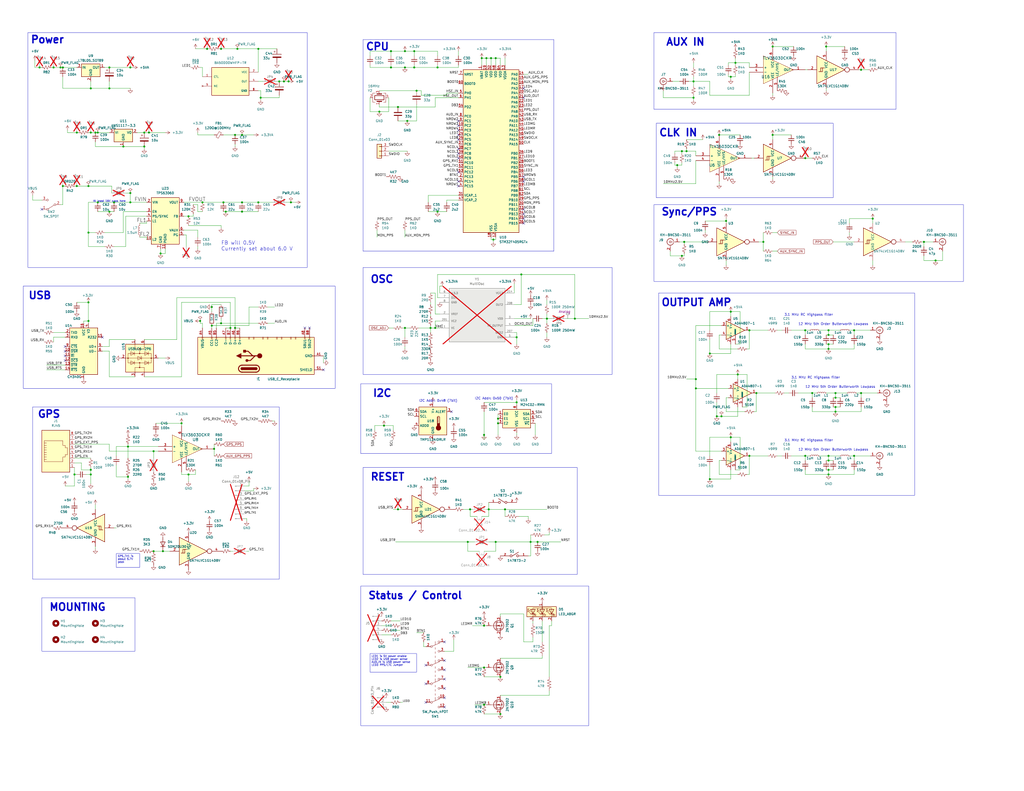
<source format=kicad_sch>
(kicad_sch (version 20231120) (generator "eeschema") (generator_version "8.0")
  (paper "C")
  (title_block (title "Clock") (date "2024-03-10") (rev "V12") (company "Cullen Jennings"))
  (junction (at 271.78 228.6))
  (junction (at 49.53 256.54))
  (junction (at 220.98 27.94))
  (junction (at 52.07 72.39))
  (junction (at 421.64 73.66))
  (junction (at 452.12 256.54))
  (junction (at 401.32 34.29))
  (junction (at 81.28 72.39))
  (junction (at 271.78 231.14))
  (junction (at 466.09 248.92))
  (junction (at 110.49 110.49))
  (junction (at 78.74 80.01))
  (junction (at 53.34 72.39))
  (junction (at 452.12 190.5))
  (junction (at 398.78 238.76))
  (junction (at 266.7 278.13))
  (junction (at 265.43 31.75))
  (junction (at 227.33 49.53))
  (junction (at 412.75 214.63))
  (junction (at 293.37 295.91))
  (junction (at 264.16 364.49))
  (junction (at 120.65 176.53))
  (junction (at 113.03 26.67))
  (junction (at 154.94 44.45))
  (junction (at 217.17 58.42))
  (junction (at 255.27 295.91))
  (junction (at 49.53 259.08))
  (junction (at 132.08 115.57))
  (junction (at 121.92 110.49))
  (junction (at 222.25 66.04))
  (junction (at 115.57 177.8))
  (junction (at 209.55 232.41))
  (junction (at 455.93 214.63))
  (junction (at 398.78 41.91))
  (junction (at 53.34 110.49))
  (junction (at 152.4 44.45))
  (junction (at 48.26 127))
  (junction (at 379.73 207.01))
  (junction (at 393.7 227.33))
  (junction (at 157.48 44.45))
  (junction (at 213.36 36.83))
  (junction (at 369.57 90.17))
  (junction (at 264.16 341.63))
  (junction (at 34.29 36.83))
  (junction (at 387.35 193.04))
  (junction (at 207.01 60.96))
  (junction (at 220.98 36.83))
  (junction (at 158.75 110.49))
  (junction (at 140.97 110.49))
  (junction (at 129.54 26.67))
  (junction (at 256.54 278.13))
  (junction (at 264.16 384.81))
  (junction (at 264.16 237.49))
  (junction (at 273.05 369.57))
  (junction (at 439.42 180.34))
  (junction (at 452.12 187.96))
  (junction (at 379.73 212.09))
  (junction (at 213.36 27.94))
  (junction (at 125.73 179.07))
  (junction (at 140.97 26.67))
  (junction (at 391.16 227.33))
  (junction (at 59.69 48.26))
  (junction (at 455.93 224.79))
  (junction (at 128.27 179.07))
  (junction (at 234.95 179.07))
  (junction (at 374.65 82.55))
  (junction (at 452.12 180.34))
  (junction (at 378.46 53.34))
  (junction (at 120.65 26.67))
  (junction (at 40.64 259.08))
  (junction (at 439.42 86.36))
  (junction (at 396.24 120.65))
  (junction (at 123.19 115.57))
  (junction (at 69.85 243.84))
  (junction (at 452.12 259.08))
  (junction (at 41.91 72.39))
  (junction (at 49.53 48.26))
  (junction (at 443.23 214.63))
  (junction (at 455.93 217.17))
  (junction (at 273.05 389.89))
  (junction (at 408.94 248.92))
  (junction (at 275.59 278.13))
  (junction (at 226.06 27.94))
  (junction (at 48.26 101.6))
  (junction (at 109.22 175.26))
  (junction (at 226.06 36.83))
  (junction (at 372.11 82.55))
  (junction (at 220.98 179.07))
  (junction (at 62.23 110.49))
  (junction (at 99.06 231.14))
  (junction (at 87.63 138.43))
  (junction (at 476.25 119.38))
  (junction (at 452.12 251.46))
  (junction (at 71.12 36.83))
  (junction (at 132.08 73.66))
  (junction (at 439.42 248.92))
  (junction (at 313.69 173.99))
  (junction (at 116.84 245.11))
  (junction (at 387.35 261.62))
  (junction (at 238.76 36.83))
  (junction (at 452.12 248.92))
  (junction (at 78.74 72.39))
  (junction (at 33.02 36.83))
  (junction (at 217.17 278.13))
  (junction (at 88.9 300.99))
  (junction (at 142.24 53.34))
  (junction (at 421.64 25.4))
  (junction (at 29.21 36.83))
  (junction (at 416.56 132.08))
  (junction (at 398.78 170.18))
  (junction (at 48.26 165.1))
  (junction (at 48.26 175.26))
  (junction (at 267.97 31.75))
  (junction (at 289.56 295.91))
  (junction (at 469.9 214.63))
  (junction (at 21.59 36.83))
  (junction (at 450.85 25.4))
  (junction (at 49.53 72.39))
  (junction (at 455.93 222.25))
  (junction (at 452.12 182.88))
  (junction (at 34.29 101.6))
  (junction (at 378.46 44.45))
  (junction (at 132.08 110.49))
  (junction (at 59.69 36.83))
  (junction (at 102.87 118.11))
  (junction (at 270.51 31.75))
  (junction (at 59.69 115.57))
  (junction (at 128.27 73.66))
  (junction (at 262.89 31.75))
  (junction (at 284.48 149.86))
  (junction (at 469.9 38.1))
  (junction (at 102.87 259.08))
  (junction (at 69.85 260.35))
  (junction (at 270.51 295.91))
  (junction (at 83.82 300.99))
  (junction (at 71.12 105.41))
  (junction (at 115.57 167.64))
  (junction (at 83.82 246.38))
  (junction (at 298.45 173.99))
  (junction (at 392.43 73.66))
  (junction (at 41.91 101.6))
  (junction (at 237.49 179.07))
  (junction (at 238.76 115.57))
  (junction (at 281.94 219.71))
  (junction (at 281.94 184.15))
  (junction (at 402.59 204.47))
  (junction (at 269.24 130.81))
  (junction (at 510.54 142.24))
  (junction (at 466.09 180.34))
  (junction (at 67.31 80.01))
  (junction (at 372.11 139.7))
  (junction (at 71.12 110.49))
  (junction (at 373.38 132.08))
  (junction (at 408.94 180.34))
  (junction (at 504.19 132.08))
  (no_connect (at 232.41 373.38))
  (no_connect (at 232.41 363.22))
  (no_connect (at 176.53 201.93))
  (no_connect (at 285.75 121.92))
  (no_connect (at 285.75 53.34))
  (no_connect (at 285.75 116.84))
  (no_connect (at 246.38 224.79))
  (no_connect (at 242.57 365.76))
  (no_connect (at 285.75 99.06))
  (no_connect (at 168.91 179.07))
  (no_connect (at 35.56 191.77))
  (no_connect (at 250.19 73.66))
  (no_connect (at 285.75 96.52))
  (no_connect (at 285.75 114.3))
  (no_connect (at 250.19 83.82))
  (no_connect (at 250.19 66.04))
  (no_connect (at 250.19 76.2))
  (no_connect (at 242.57 386.08))
  (no_connect (at 285.75 119.38))
  (no_connect (at 55.88 184.15))
  (no_connect (at 250.19 101.6))
  (no_connect (at 242.57 375.92))
  (no_connect (at 250.19 93.98))
  (no_connect (at 242.57 360.68))
  (no_connect (at 242.57 350.52))
  (no_connect (at 35.56 189.23))
  (no_connect (at 232.41 383.54))
  (no_connect (at 250.19 71.12))
  (no_connect (at 166.37 179.07))
  (no_connect (at 242.57 370.84))
  (no_connect (at 285.75 48.26))
  (no_connect (at 35.56 194.31))
  (no_connect (at 35.56 196.85))
  (no_connect (at 242.57 381))
  (no_connect (at 250.19 86.36))
  (no_connect (at 250.19 81.28))
  (no_connect (at 22.86 114.3))
  (no_connect (at 250.19 68.58))
  (no_connect (at 250.19 99.06))
  (wire (pts (xy 62.23 110.49) (xy 71.12 110.49)))
  (wire (pts (xy 201.93 27.94) (xy 213.36 27.94)))
  (wire (pts (xy 427.99 214.63) (xy 430.53 214.63)))
  (wire (pts (xy 250.19 27.94) (xy 250.19 30.48)))
  (wire (pts (xy 401.32 34.29) (xy 408.94 34.29)))
  (wire (pts (xy 439.42 187.96) (xy 439.42 190.5)))
  (wire (pts (xy 384.81 120.65) (xy 396.24 120.65)))
  (wire (pts (xy 397.51 40.64) (xy 397.51 41.91)))
  (wire (pts (xy 298.45 171.45) (xy 298.45 173.99)))
  (wire (pts (xy 116.84 242.57) (xy 116.84 245.11)))
  (wire (pts (xy 281.94 219.71) (xy 281.94 220.98)))
  (wire (pts (xy 260.35 281.94) (xy 256.54 281.94)))
  (wire (pts (xy 275.59 31.75) (xy 275.59 35.56)))
  (wire (pts (xy 238.76 27.94) (xy 226.06 27.94)))
  (wire (pts (xy 398.78 193.04) (xy 398.78 187.96)))
  (wire (pts (xy 110.49 36.83) (xy 110.49 41.91)))
  (wire (pts (xy 431.8 248.92) (xy 439.42 248.92)))
  (wire (pts (xy 237.49 53.34) (xy 250.19 53.34)))
  (wire (pts (xy 134.62 300.99) (xy 135.89 300.99)))
  (wire (pts (xy 74.93 72.39) (xy 78.74 72.39)))
  (wire (pts (xy 78.74 80.01) (xy 78.74 81.28)))
  (wire (pts (xy 106.68 259.08) (xy 106.68 256.54)))
  (wire (pts (xy 450.85 25.4) (xy 461.01 25.4)))
  (wire (pts (xy 290.83 347.98) (xy 290.83 350.52)))
  (wire (pts (xy 99.06 259.08) (xy 102.87 259.08)))
  (wire (pts (xy 292.1 231.14) (xy 292.1 237.49)))
  (wire (pts (xy 466.09 180.34) (xy 474.98 180.34)))
  (wire (pts (xy 398.78 170.18) (xy 398.78 172.72)))
  (wire (pts (xy 372.11 88.9) (xy 372.11 90.17)))
  (wire (pts (xy 201.93 60.96) (xy 207.01 60.96)))
  (wire (pts (xy 378.46 44.45) (xy 387.35 44.45)))
  (wire (pts (xy 231.14 350.52) (xy 231.14 353.06)))
  (wire (pts (xy 213.36 27.94) (xy 220.98 27.94)))
  (wire (pts (xy 35.56 265.43) (xy 40.64 265.43)))
  (wire (pts (xy 59.69 242.57) (xy 40.64 242.57)))
  (wire (pts (xy 17.78 106.68) (xy 17.78 109.22)))
  (wire (pts (xy 59.69 246.38) (xy 83.82 246.38)))
  (wire (pts (xy 266.7 295.91) (xy 270.51 295.91)))
  (wire (pts (xy 374.65 76.2) (xy 383.54 76.2)))
  (wire (pts (xy 40.64 259.08) (xy 40.64 255.27)))
  (wire (pts (xy 48.26 101.6) (xy 60.96 101.6)))
  (wire (pts (xy 295.91 359.41) (xy 273.05 359.41)))
  (wire (pts (xy 454.66 222.25) (xy 455.93 222.25)))
  (wire (pts (xy 454.66 187.96) (xy 452.12 187.96)))
  (wire (pts (xy 52.07 298.45) (xy 52.07 299.72)))
  (wire (pts (xy 407.67 259.08) (xy 408.94 259.08)))
  (wire (pts (xy 281.94 181.61) (xy 281.94 184.15)))
  (wire (pts (xy 391.16 204.47) (xy 402.59 204.47)))
  (wire (pts (xy 238.76 149.86) (xy 284.48 149.86)))
  (wire (pts (xy 300.99 339.09) (xy 300.99 341.63)))
  (wire (pts (xy 369.57 90.17) (xy 372.11 90.17)))
  (wire (pts (xy 255.27 295.91) (xy 259.08 295.91)))
  (wire (pts (xy 379.73 177.8) (xy 379.73 207.01)))
  (wire (pts (xy 78.74 72.39) (xy 81.28 72.39)))
  (wire (pts (xy 421.64 50.8) (xy 421.64 52.07)))
  (wire (pts (xy 368.3 82.55) (xy 372.11 82.55)))
  (wire (pts (xy 62.23 288.29) (xy 63.5 288.29)))
  (wire (pts (xy 238.76 30.48) (xy 238.76 27.94)))
  (wire (pts (xy 454.66 132.08) (xy 466.09 132.08)))
  (wire (pts (xy 247.65 355.6) (xy 242.57 355.6)))
  (wire (pts (xy 365.76 139.7) (xy 372.11 139.7)))
  (wire (pts (xy 81.28 72.39) (xy 90.17 72.39)))
  (wire (pts (xy 476.25 119.38) (xy 476.25 121.92)))
  (wire (pts (xy 264.16 364.49) (xy 265.43 364.49)))
  (wire (pts (xy 228.6 179.07) (xy 234.95 179.07)))
  (wire (pts (xy 35.56 201.93) (xy 25.4 201.93)))
  (wire (pts (xy 176.53 198.12) (xy 176.53 194.31)))
  (wire (pts (xy 408.94 180.34) (xy 419.1 180.34)))
  (wire (pts (xy 266.7 274.32) (xy 266.7 278.13)))
  (wire (pts (xy 378.46 41.91) (xy 378.46 44.45)))
  (wire (pts (xy 450.85 25.4) (xy 450.85 27.94)))
  (wire (pts (xy 452.12 187.96) (xy 452.12 190.5)))
  (wire (pts (xy 289.56 295.91) (xy 293.37 295.91)))
  (wire (pts (xy 68.58 118.11) (xy 80.01 118.11)))
  (wire (pts (xy 100.33 128.27) (xy 101.6 128.27)))
  (wire (pts (xy 280.67 166.37) (xy 284.48 166.37)))
  (wire (pts (xy 33.02 36.83) (xy 34.29 36.83)))
  (wire (pts (xy 412.75 224.79) (xy 412.75 214.63)))
  (wire (pts (xy 34.29 111.76) (xy 34.29 101.6)))
  (wire (pts (xy 387.35 180.34) (xy 387.35 170.18)))
  (wire (pts (xy 504.19 139.7) (xy 504.19 142.24)))
  (wire (pts (xy 421.64 127) (xy 424.18 127)))
  (wire (pts (xy 208.28 341.63) (xy 213.36 341.63)))
  (wire (pts (xy 49.53 256.54) (xy 49.53 259.08)))
  (wire (pts (xy 59.69 189.23) (xy 55.88 189.23)))
  (wire (pts (xy 49.53 255.27) (xy 49.53 256.54)))
  (wire (pts (xy 101.6 128.27) (xy 101.6 134.62)))
  (wire (pts (xy 90.17 138.43) (xy 87.63 138.43)))
  (wire (pts (xy 445.77 214.63) (xy 443.23 214.63)))
  (wire (pts (xy 264.16 219.71) (xy 281.94 219.71)))
  (wire (pts (xy 146.05 176.53) (xy 149.86 176.53)))
  (wire (pts (xy 213.36 383.54) (xy 210.82 383.54)))
  (wire (pts (xy 33.02 111.76) (xy 34.29 111.76)))
  (wire (pts (xy 60.96 101.6) (xy 60.96 105.41)))
  (wire (pts (xy 379.73 87.63) (xy 379.73 100.33)))
  (wire (pts (xy 514.35 142.24) (xy 510.54 142.24)))
  (wire (pts (xy 207.01 49.53) (xy 227.33 49.53)))
  (wire (pts (xy 295.91 173.99) (xy 298.45 173.99)))
  (wire (pts (xy 408.94 52.07) (xy 408.94 39.37)))
  (wire (pts (xy 372.11 82.55) (xy 374.65 82.55)))
  (wire (pts (xy 374.65 81.28) (xy 374.65 82.55)))
  (wire (pts (xy 379.73 212.09) (xy 397.51 212.09)))
  (wire (pts (xy 243.84 52.07) (xy 243.84 50.8)))
  (wire (pts (xy 237.49 53.34) (xy 237.49 58.42)))
  (wire (pts (xy 397.51 34.29) (xy 401.32 34.29)))
  (wire (pts (xy 273.05 335.28) (xy 273.05 336.55)))
  (wire (pts (xy 59.69 36.83) (xy 71.12 36.83)))
  (wire (pts (xy 110.49 36.83) (xy 109.22 36.83)))
  (wire (pts (xy 106.68 26.67) (xy 113.03 26.67)))
  (wire (pts (xy 100.33 110.49) (xy 110.49 110.49)))
  (wire (pts (xy 48.26 127) (xy 48.26 134.62)))
  (wire (pts (xy 421.64 25.4) (xy 433.07 25.4)))
  (wire (pts (xy 201.93 36.83) (xy 213.36 36.83)))
  (wire (pts (xy 41.91 72.39) (xy 43.18 72.39)))
  (wire (pts (xy 375.92 44.45) (xy 378.46 44.45)))
  (wire (pts (xy 134.62 283.21) (xy 134.62 284.48)))
  (wire (pts (xy 469.9 214.63) (xy 469.9 217.17)))
  (wire (pts (xy 220.98 125.73) (xy 220.98 129.54)))
  (wire (pts (xy 250.19 109.22) (xy 243.84 109.22)))
  (wire (pts (xy 34.29 36.83) (xy 41.91 36.83)))
  (wire (pts (xy 237.49 58.42) (xy 217.17 58.42)))
  (wire (pts (xy 48.26 175.26) (xy 45.72 175.26)))
  (wire (pts (xy 454.66 217.17) (xy 455.93 217.17)))
  (wire (pts (xy 469.9 222.25) (xy 469.9 224.79)))
  (wire (pts (xy 233.68 106.68) (xy 250.19 106.68)))
  (wire (pts (xy 107.95 125.73) (xy 107.95 129.54)))
  (wire (pts (xy 110.49 110.49) (xy 121.92 110.49)))
  (wire (pts (xy 69.85 260.35) (xy 69.85 261.62)))
  (wire (pts (xy 128.27 78.74) (xy 128.27 80.01)))
  (wire (pts (xy 387.35 193.04) (xy 398.78 193.04)))
  (wire (pts (xy 256.54 281.94) (xy 256.54 278.13)))
  (wire (pts (xy 401.32 256.54) (xy 403.86 256.54)))
  (wire (pts (xy 410.21 86.36) (xy 411.48 86.36)))
  (wire (pts (xy 387.35 52.07) (xy 408.94 52.07)))
  (wire (pts (xy 269.24 132.08) (xy 269.24 130.81)))
  (wire (pts (xy 140.97 110.49) (xy 132.08 110.49)))
  (wire (pts (xy 142.24 54.61) (xy 142.24 53.34)))
  (wire (pts (xy 227.33 57.15) (xy 227.33 66.04)))
  (wire (pts (xy 396.24 217.17) (xy 397.51 217.17)))
  (wire (pts (xy 270.51 31.75) (xy 273.05 31.75)))
  (wire (pts (xy 256.54 278.13) (xy 257.81 278.13)))
  (wire (pts (xy 121.92 73.66) (xy 128.27 73.66)))
  (wire (pts (xy 401.32 31.75) (xy 401.32 34.29)))
  (wire (pts (xy 443.23 214.63) (xy 443.23 217.17)))
  (wire (pts (xy 392.43 99.06) (xy 392.43 100.33)))
  (wire (pts (xy 201.93 53.34) (xy 201.93 60.96)))
  (wire (pts (xy 402.59 190.5) (xy 392.43 190.5)))
  (wire (pts (xy 401.32 40.64) (xy 401.32 41.91)))
  (wire (pts (xy 29.21 181.61) (xy 35.56 181.61)))
  (wire (pts (xy 29.21 184.15) (xy 29.21 186.69)))
  (wire (pts (xy 71.12 36.83) (xy 72.39 36.83)))
  (wire (pts (xy 370.84 132.08) (xy 373.38 132.08)))
  (wire (pts (xy 270.51 129.54) (xy 270.51 130.81)))
  (wire (pts (xy 374.65 82.55) (xy 379.73 82.55)))
  (wire (pts (xy 280.67 181.61) (xy 281.94 181.61)))
  (wire (pts (xy 421.64 137.16) (xy 424.18 137.16)))
  (wire (pts (xy 109.22 175.26) (xy 109.22 176.53)))
  (wire (pts (xy 115.57 170.18) (xy 115.57 167.64)))
  (wire (pts (xy 313.69 149.86) (xy 313.69 173.99)))
  (wire (pts (xy 212.09 179.07) (xy 214.63 179.07)))
  (wire (pts (xy 59.69 185.42) (xy 59.69 189.23)))
  (wire (pts (xy 35.56 199.39) (xy 25.4 199.39)))
  (wire (pts (xy 494.03 132.08) (xy 497.84 132.08)))
  (wire (pts (xy 281.94 187.96) (xy 281.94 184.15)))
  (wire (pts (xy 68.58 105.41) (xy 71.12 105.41)))
  (wire (pts (xy 266.7 278.13) (xy 275.59 278.13)))
  (wire (pts (xy 452.12 256.54) (xy 452.12 259.08)))
  (wire (pts (xy 132.08 115.57) (xy 140.97 115.57)))
  (wire (pts (xy 463.55 119.38) (xy 476.25 119.38)))
  (wire (pts (xy 63.5 248.92) (xy 63.5 243.84)))
  (wire (pts (xy 121.92 115.57) (xy 123.19 115.57)))
  (wire (pts (xy 80.01 121.92) (xy 80.01 120.65)))
  (wire (pts (xy 391.16 219.71) (xy 391.16 227.33)))
  (wire (pts (xy 284.48 149.86) (xy 313.69 149.86)))
  (wire (pts (xy 220.98 179.07) (xy 220.98 184.15)))
  (wire (pts (xy 102.87 259.08) (xy 102.87 262.89)))
  (wire (pts (xy 115.57 166.37) (xy 115.57 167.64)))
  (wire (pts (xy 154.94 44.45) (xy 157.48 44.45)))
  (wire (pts (xy 135.89 265.43) (xy 135.89 262.89)))
  (wire (pts (xy 402.59 227.33) (xy 402.59 222.25)))
  (wire (pts (xy 439.42 259.08) (xy 452.12 259.08)))
  (wire (pts (xy 247.65 349.25) (xy 247.65 355.6)))
  (wire (pts (xy 396.24 224.79) (xy 396.24 217.17)))
  (wire (pts (xy 439.42 86.36) (xy 443.23 86.36)))
  (wire (pts (xy 288.29 303.53) (xy 289.56 303.53)))
  (wire (pts (xy 105.41 116.84) (xy 105.41 118.11)))
  (wire (pts (xy 99.06 205.74) (xy 99.06 165.1)))
  (wire (pts (xy 284.48 149.86) (xy 284.48 166.37)))
  (wire (pts (xy 76.2 121.92) (xy 80.01 121.92)))
  (wire (pts (xy 243.84 109.22) (xy 243.84 110.49)))
  (wire (pts (xy 46.99 259.08) (xy 49.53 259.08)))
  (wire (pts (xy 271.78 231.14) (xy 271.78 237.49)))
  (wire (pts (xy 96.52 185.42) (xy 96.52 162.56)))
  (wire (pts (xy 373.38 132.08) (xy 373.38 133.35)))
  (wire (pts (xy 255.27 364.49) (xy 264.16 364.49)))
  (wire (pts (xy 391.16 227.33) (xy 393.7 227.33)))
  (wire (pts (xy 44.45 252.73) (xy 44.45 256.54)))
  (wire (pts (xy 227.33 49.53) (xy 229.87 49.53)))
  (wire (pts (xy 466.09 190.5) (xy 452.12 190.5)))
  (wire (pts (xy 207.01 58.42) (xy 217.17 58.42)))
  (wire (pts (xy 387.35 170.18) (xy 398.78 170.18)))
  (wire (pts (xy 408.94 259.08) (xy 408.94 248.92)))
  (wire (pts (xy 53.34 115.57) (xy 59.69 115.57)))
  (wire (pts (xy 270.51 295.91) (xy 289.56 295.91)))
  (wire (pts (xy 378.46 53.34) (xy 378.46 54.61)))
  (wire (pts (xy 452.12 180.34) (xy 452.12 182.88)))
  (wire (pts (xy 63.5 254) (xy 63.5 260.35)))
  (wire (pts (xy 298.45 181.61) (xy 298.45 184.15)))
  (wire (pts (xy 204.47 232.41) (xy 209.55 232.41)))
  (wire (pts (xy 87.63 135.89) (xy 87.63 138.43)))
  (wire (pts (xy 392.43 259.08) (xy 392.43 251.46)))
  (wire (pts (xy 234.95 177.8) (xy 234.95 179.07)))
  (wire (pts (xy 80.01 115.57) (xy 67.31 115.57)))
  (wire (pts (xy 297.18 292.1) (xy 299.72 292.1)))
  (wire (pts (xy 57.15 36.83) (xy 59.69 36.83)))
  (wire (pts (xy 466.09 259.08) (xy 452.12 259.08)))
  (wire (pts (xy 135.89 177.8) (xy 115.57 177.8)))
  (wire (pts (xy 128.27 73.66) (xy 132.08 73.66)))
  (wire (pts (xy 361.95 49.53) (xy 361.95 53.34)))
  (wire (pts (xy 289.56 173.99) (xy 280.67 173.99)))
  (wire (pts (xy 63.5 260.35) (xy 69.85 260.35)))
  (wire (pts (xy 403.86 256.54) (xy 403.86 238.76)))
  (wire (pts (xy 262.89 281.94) (xy 266.7 281.94)))
  (wire (pts (xy 67.31 115.57) (xy 67.31 127)))
  (wire (pts (xy 466.09 256.54) (xy 466.09 259.08)))
  (wire (pts (xy 52.07 72.39) (xy 53.34 72.39)))
  (wire (pts (xy 463.55 127) (xy 463.55 128.27)))
  (wire (pts (xy 49.53 72.39) (xy 52.07 72.39)))
  (wire (pts (xy 262.89 31.75) (xy 265.43 31.75)))
  (wire (pts (xy 424.18 248.92) (xy 426.72 248.92)))
  (wire (pts (xy 83.82 300.99) (xy 88.9 300.99)))
  (wire (pts (xy 469.9 38.1) (xy 473.71 38.1)))
  (wire (pts (xy 450.85 214.63) (xy 455.93 214.63)))
  (wire (pts (xy 96.52 162.56) (xy 128.27 162.56)))
  (wire (pts (xy 275.59 278.13) (xy 298.45 278.13)))
  (wire (pts (xy 86.36 246.38) (xy 83.82 246.38)))
  (wire (pts (xy 468.63 38.1) (xy 469.9 38.1)))
  (wire (pts (xy 90.17 135.89) (xy 90.17 138.43)))
  (wire (pts (xy 463.55 121.92) (xy 463.55 119.38)))
  (wire (pts (xy 213.36 35.56) (xy 213.36 36.83)))
  (wire (pts (xy 458.47 222.25) (xy 455.93 222.25)))
  (wire (pts (xy 455.93 214.63) (xy 455.93 217.17)))
  (wire (pts (xy 285.75 350.52) (xy 285.75 335.28)))
  (wire (pts (xy 270.51 130.81) (xy 269.24 130.81)))
  (wire (pts (xy 110.49 176.53) (xy 110.49 179.07)))
  (wire (pts (xy 392.43 190.5) (xy 392.43 182.88)))
  (wire (pts (xy 68.58 134.62) (xy 68.58 118.11)))
  (wire (pts (xy 387.35 248.92) (xy 387.35 238.76)))
  (wire (pts (xy 269.24 130.81) (xy 267.97 130.81)))
  (wire (pts (xy 152.4 53.34) (xy 152.4 52.07)))
  (wire (pts (xy 238.76 162.56) (xy 238.76 149.86)))
  (wire (pts (xy 252.73 278.13) (xy 256.54 278.13)))
  (wire (pts (xy 281.94 184.15) (xy 280.67 184.15)))
  (wire (pts (xy 59.69 242.57) (xy 59.69 246.38)))
  (wire (pts (xy 441.96 180.34) (xy 439.42 180.34)))
  (wire (pts (xy 234.95 179.07) (xy 237.49 179.07)))
  (wire (pts (xy 215.9 295.91) (xy 255.27 295.91)))
  (wire (pts (xy 373.38 139.7) (xy 372.11 139.7)))
  (wire (pts (xy 466.09 187.96) (xy 466.09 190.5)))
  (wire (pts (xy 439.42 38.1) (xy 440.69 38.1)))
  (wire (pts (xy 48.26 110.49) (xy 53.34 110.49)))
  (wire (pts (xy 406.4 224.79) (xy 396.24 224.79)))
  (wire (pts (xy 290.83 177.8) (xy 290.83 173.99)))
  (wire (pts (xy 264.16 237.49) (xy 264.16 224.79)))
  (wire (pts (xy 264.16 341.63) (xy 265.43 341.63)))
  (wire (pts (xy 466.09 180.34) (xy 466.09 182.88)))
  (wire (pts (xy 34.29 48.26) (xy 49.53 48.26)))
  (wire (pts (xy 408.94 34.29) (xy 408.94 36.83)))
  (wire (pts (xy 401.32 187.96) (xy 403.86 187.96)))
  (wire (pts (xy 49.53 259.08) (xy 49.53 264.16)))
  (wire (pts (xy 447.04 248.92) (xy 452.12 248.92)))
  (wire (pts (xy 234.95 160.02) (xy 237.49 160.02)))
  (wire (pts (xy 140.97 110.49) (xy 148.59 110.49)))
  (wire (pts (xy 213.36 36.83) (xy 220.98 36.83)))
  (wire (pts (xy 393.7 246.38) (xy 379.73 246.38)))
  (wire (pts (xy 392.43 251.46) (xy 393.7 251.46)))
  (wire (pts (xy 396.24 142.24) (xy 396.24 144.78)))
  (wire (pts (xy 421.64 73.66) (xy 421.64 76.2)))
  (wire (pts (xy 392.43 182.88) (xy 393.7 182.88)))
  (wire (pts (xy 397.51 35.56) (xy 397.51 34.29)))
  (wire (pts (xy 403.86 187.96) (xy 403.86 170.18)))
  (wire (pts (xy 67.31 127) (xy 57.15 127)))
  (wire (pts (xy 412.75 214.63) (xy 422.91 214.63)))
  (wire (pts (xy 207.01 60.96) (xy 212.09 60.96)))
  (wire (pts (xy 48.26 165.1) (xy 48.26 175.26)))
  (wire (pts (xy 421.64 96.52) (xy 421.64 97.79)))
  (wire (pts (xy 118.11 176.53) (xy 118.11 179.07)))
  (wire (pts (xy 387.35 254) (xy 387.35 261.62)))
  (wire (pts (xy 80.01 129.54) (xy 80.01 130.81)))
  (wire (pts (xy 78.74 185.42) (xy 96.52 185.42)))
  (wire (pts (xy 128.27 162.56) (xy 128.27 179.07)))
  (wire (pts (xy 62.23 134.62) (xy 68.58 134.62)))
  (wire (pts (xy 219.71 383.54) (xy 218.44 383.54)))
  (wire (pts (xy 281.94 218.44) (xy 281.94 219.71)))
  (wire (pts (xy 398.78 41.91) (xy 397.51 41.91)))
  (wire (pts (xy 86.36 195.58) (xy 90.17 195.58)))
  (wire (pts (xy 237.49 179.07) (xy 240.03 179.07)))
  (wire (pts (xy 204.47 234.95) (xy 204.47 232.41)))
  (wire (pts (xy 116.84 245.11) (xy 116.84 248.92)))
  (wire (pts (xy 120.65 26.67) (xy 129.54 26.67)))
  (wire (pts (xy 439.42 190.5) (xy 452.12 190.5)))
  (wire (pts (xy 289.56 303.53) (xy 289.56 295.91)))
  (wire (pts (xy 299.72 292.1) (xy 299.72 290.83)))
  (wire (pts (xy 379.73 207.01) (xy 379.73 212.09)))
  (wire (pts (xy 298.45 163.83) (xy 298.45 166.37)))
  (wire (pts (xy 443.23 222.25) (xy 443.23 224.79)))
  (wire (pts (xy 398.78 238.76) (xy 398.78 241.3)))
  (wire (pts (xy 463.55 180.34) (xy 466.09 180.34)))
  (wire (pts (xy 369.57 90.17) (xy 368.3 90.17)))
  (wire (pts (xy 240.03 160.02) (xy 240.03 156.21)))
  (wire (pts (xy 226.06 27.94) (xy 226.06 30.48)))
  (wire (pts (xy 213.36 344.17) (xy 218.44 344.17)))
  (wire (pts (xy 414.02 132.08) (xy 416.56 132.08)))
  (wire (pts (xy 238.76 35.56) (xy 238.76 36.83)))
  (wire (pts (xy 387.35 261.62) (xy 398.78 261.62)))
  (wire (pts (xy 396.24 119.38) (xy 396.24 120.65)))
  (wire (pts (xy 105.41 118.11) (xy 102.87 118.11)))
  (wire (pts (xy 142.24 49.53) (xy 142.24 53.34)))
  (wire (pts (xy 140.97 26.67) (xy 151.13 26.67)))
  (wire (pts (xy 463.55 248.92) (xy 466.09 248.92)))
  (wire (pts (xy 387.35 52.07) (xy 387.35 44.45)))
  (wire (pts (xy 152.4 44.45) (xy 154.94 44.45)))
  (wire (pts (xy 85.09 231.14) (xy 99.06 231.14)))
  (wire (pts (xy 49.53 44.45) (xy 49.53 48.26)))
  (wire (pts (xy 107.95 73.66) (xy 116.84 73.66)))
  (wire (pts (xy 240.03 175.26) (xy 237.49 175.26)))
  (wire (pts (xy 424.18 180.34) (xy 426.72 180.34)))
  (wire (pts (xy 78.74 205.74) (xy 99.06 205.74)))
  (wire (pts (xy 100.33 118.11) (xy 102.87 118.11)))
  (wire (pts (xy 231.14 353.06) (xy 232.41 353.06)))
  (wire (pts (xy 299.72 377.19) (xy 299.72 379.73)))
  (wire (pts (xy 466.09 248.92) (xy 474.98 248.92)))
  (wire (pts (xy 396.24 120.65) (xy 396.24 121.92)))
  (wire (pts (xy 115.57 177.8) (xy 115.57 179.07)))
  (wire (pts (xy 99.06 165.1) (xy 125.73 165.1)))
  (wire (pts (xy 392.43 73.66) (xy 403.86 73.66)))
  (wire (pts (xy 125.73 165.1) (xy 125.73 179.07)))
  (wire (pts (xy 22.86 36.83) (xy 21.59 36.83)))
  (wire (pts (xy 431.8 180.34) (xy 439.42 180.34)))
  (wire (pts (xy 217.17 278.13) (xy 219.71 278.13)))
  (wire (pts (xy 40.64 252.73) (xy 44.45 252.73)))
  (wire (pts (xy 401.32 35.56) (xy 401.32 34.29)))
  (wire (pts (xy 41.91 101.6) (xy 48.26 101.6)))
  (wire (pts (xy 469.9 224.79) (xy 455.93 224.79)))
  (wire (pts (xy 416.56 132.08) (xy 416.56 137.16)))
  (wire (pts (xy 133.35 267.97) (xy 138.43 267.97)))
  (wire (pts (xy 48.26 127) (xy 48.26 110.49)))
  (wire (pts (xy 267.97 130.81) (xy 267.97 129.54)))
  (wire (pts (xy 132.08 73.66) (xy 138.43 73.66)))
  (wire (pts (xy 250.19 35.56) (xy 250.19 36.83)))
  (wire (pts (xy 407.67 190.5) (xy 408.94 190.5)))
  (wire (pts (xy 264.16 384.81) (xy 265.43 384.81)))
  (wire (pts (xy 373.38 132.08) (xy 386.08 132.08)))
  (wire (pts (xy 466.09 248.92) (xy 466.09 251.46)))
  (wire (pts (xy 265.43 278.13) (xy 266.7 278.13)))
  (wire (pts (xy 288.29 281.94) (xy 288.29 283.21)))
  (wire (pts (xy 213.36 27.94) (xy 213.36 30.48)))
  (wire (pts (xy 120.65 166.37) (xy 115.57 166.37)))
  (wire (pts (xy 158.75 110.49) (xy 161.29 110.49)))
  (wire (pts (xy 107.95 111.76) (xy 105.41 111.76)))
  (wire (pts (xy 107.95 134.62) (xy 107.95 135.89)))
  (wire (pts (xy 48.26 72.39) (xy 49.53 72.39)))
  (wire (pts (xy 398.78 41.91) (xy 401.32 41.91)))
  (wire (pts (xy 405.13 222.25) (xy 407.67 222.25)))
  (wire (pts (xy 71.12 110.49) (xy 80.01 110.49)))
  (wire (pts (xy 83.82 246.38) (xy 83.82 250.19)))
  (wire (pts (xy 142.24 49.53) (xy 140.97 49.53)))
  (wire (pts (xy 214.63 232.41) (xy 209.55 232.41)))
  (wire (pts (xy 469.9 214.63) (xy 478.79 214.63)))
  (wire (pts (xy 455.93 222.25) (xy 455.93 224.79)))
  (wire (pts (xy 220.98 179.07) (xy 223.52 179.07)))
  (wire (pts (xy 379.73 177.8) (xy 393.7 177.8)))
  (wire (pts (xy 393.7 227.33) (xy 402.59 227.33)))
  (wire (pts (xy 34.29 41.91) (xy 34.29 48.26)))
  (wire (pts (xy 27.94 36.83) (xy 29.21 36.83)))
  (wire (pts (xy 59.69 44.45) (xy 59.69 48.26)))
  (wire (pts (xy 113.03 26.67) (xy 114.3 26.67)))
  (wire (pts (xy 408.94 248.92) (xy 419.1 248.92)))
  (wire (pts (xy 280.67 154.94) (xy 280.67 160.02)))
  (wire (pts (xy 454.66 256.54) (xy 452.12 256.54)))
  (wire (pts (xy 59.69 48.26) (xy 49.53 48.26)))
  (wire (pts (xy 283.21 281.94) (xy 288.29 281.94)))
  (wire (pts (xy 273.05 335.28) (xy 285.75 335.28)))
  (wire (pts (xy 55.88 191.77) (xy 59.69 191.77)))
  (wire (pts (xy 109.22 176.53) (xy 110.49 176.53)))
  (wire (pts (xy 102.87 123.19) (xy 120.65 123.19)))
  (wire (pts (xy 271.78 228.6) (xy 271.78 231.14)))
  (wire (pts (xy 88.9 300.99) (xy 92.71 300.99)))
  (wire (pts (xy 52.07 77.47) (xy 52.07 80.01)))
  (wire (pts (xy 52.07 275.59) (xy 52.07 278.13)))
  (wire (pts (xy 450.85 48.26) (xy 450.85 49.53)))
  (wire (pts (xy 280.67 177.8) (xy 290.83 177.8)))
  (wire (pts (xy 53.34 110.49) (xy 62.23 110.49)))
  (wire (pts (xy 452.12 248.92) (xy 458.47 248.92)))
  (wire (pts (xy 285.75 40.64) (xy 288.29 40.64)))
  (wire (pts (xy 34.29 101.6) (xy 35.56 101.6)))
  (wire (pts (xy 102.87 259.08) (xy 106.68 259.08)))
  (wire (pts (xy 146.05 167.64) (xy 149.86 167.64)))
  (wire (pts (xy 69.85 243.84) (xy 69.85 250.19)))
  (wire (pts (xy 476.25 142.24) (xy 476.25 144.78)))
  (wire (pts (xy 107.95 115.57) (xy 107.95 111.76)))
  (wire (pts (xy 447.04 180.34) (xy 452.12 180.34)))
  (wire (pts (xy 265.43 31.75) (xy 265.43 35.56)))
  (wire (pts (xy 119.38 26.67) (xy 120.65 26.67)))
  (wire (pts (xy 243.84 50.8) (xy 250.19 50.8)))
  (wire (pts (xy 439.42 248.92) (xy 439.42 251.46)))
  (wire (pts (xy 48.26 165.1) (xy 41.91 165.1)))
  (wire (pts (xy 151.13 44.45) (xy 152.4 44.45)))
  (wire (pts (xy 295.91 358.14) (xy 295.91 359.41)))
  (wire (pts (xy 40.64 250.19) (xy 49.53 250.19)))
  (wire (pts (xy 398.78 41.91) (xy 398.78 43.18)))
  (wire (pts (xy 467.36 214.63) (xy 469.9 214.63)))
  (wire (pts (xy 408.94 190.5) (xy 408.94 180.34)))
  (wire (pts (xy 411.48 224.79) (xy 412.75 224.79)))
  (wire (pts (xy 135.89 167.64) (xy 135.89 177.8)))
  (wire (pts (xy 441.96 248.92) (xy 439.42 248.92)))
  (wire (pts (xy 120.65 176.53) (xy 118.11 176.53)))
  (wire (pts (xy 121.92 110.49) (xy 132.08 110.49)))
  (wire (pts (xy 391.16 214.63) (xy 391.16 204.47)))
  (wire (pts (xy 264.16 240.03) (xy 264.16 237.49)))
  (wire (pts (xy 378.46 52.07) (xy 378.46 53.34)))
  (wire (pts (xy 504.19 132.08) (xy 504.19 134.62)))
  (wire (pts (xy 234.95 165.1) (xy 234.95 166.37)))
  (wire (pts (xy 281.94 236.22) (xy 281.94 237.49)))
  (wire (pts (xy 73.66 185.42) (xy 59.69 185.42)))
  (wire (pts (xy 439.42 256.54) (xy 439.42 259.08)))
  (wire (pts (xy 67.31 80.01) (xy 78.74 80.01)))
  (wire (pts (xy 234.95 179.07) (xy 234.95 181.61)))
  (wire (pts (xy 368.3 83.82) (xy 368.3 82.55)))
  (wire (pts (xy 45.72 175.26) (xy 45.72 176.53)))
  (wire (pts (xy 237.49 171.45) (xy 240.03 171.45)))
  (wire (pts (xy 435.61 214.63) (xy 443.23 214.63)))
  (wire (pts (xy 40.64 265.43) (xy 40.64 259.08)))
  (wire (pts (xy 421.64 73.66) (xy 431.8 73.66)))
  (wire (pts (xy 219.71 179.07) (xy 220.98 179.07)))
  (wire (pts (xy 233.68 115.57) (xy 238.76 115.57)))
  (wire (pts (xy 361.95 100.33) (xy 379.73 100.33)))
  (wire (pts (xy 125.73 179.07) (xy 123.19 179.07)))
  (wire (pts (xy 217.17 66.04) (xy 222.25 66.04)))
  (wire (pts (xy 384.81 125.73) (xy 384.81 127)))
  (wire (pts (xy 212.09 82.55) (xy 222.25 82.55)))
  (wire (pts (xy 240.03 156.21) (xy 241.3 156.21)))
  (wire (pts (xy 403.86 170.18) (xy 398.78 170.18)))
  (wire (pts (xy 49.53 256.54) (xy 44.45 256.54)))
  (wire (pts (xy 361.95 53.34) (xy 378.46 53.34)))
  (wire (pts (xy 207.01 57.15) (xy 207.01 58.42)))
  (wire (pts (xy 156.21 110.49) (xy 158.75 110.49)))
  (wire (pts (xy 35.56 184.15) (xy 29.21 184.15)))
  (wire (pts (xy 398.78 261.62) (xy 398.78 256.54)))
  (wire (pts (xy 407.67 222.25) (xy 407.67 204.47)))
  (wire (pts (xy 99.06 231.14) (xy 99.06 232.41)))
  (wire (pts (xy 59.69 191.77) (xy 59.69 205.74)))
  (wire (pts (xy 298.45 173.99) (xy 298.45 176.53)))
  (wire (pts (xy 270.51 31.75) (xy 270.51 35.56)))
  (wire (pts (xy 53.34 72.39) (xy 59.69 72.39)))
  (wire (pts (xy 229.87 49.53) (xy 229.87 52.07)))
  (wire (pts (xy 416.56 127) (xy 416.56 132.08)))
  (wire (pts (xy 237.49 171.45) (xy 237.49 160.02)))
  (wire (pts (xy 387.35 185.42) (xy 387.35 193.04)))
  (wire (pts (xy 129.54 26.67) (xy 140.97 26.67)))
  (wire (pts (xy 19.05 33.02) (xy 19.05 36.83)))
  (wire (pts (xy 76.2 129.54) (xy 80.01 129.54)))
  (wire (pts (xy 299.72 379.73) (xy 273.05 379.73)))
  (wire (pts (xy 213.36 339.09) (xy 218.44 339.09)))
  (wire (pts (xy 227.33 345.44) (xy 231.14 345.44)))
  (wire (pts (xy 100.33 125.73) (xy 107.95 125.73)))
  (wire (pts (xy 300.99 341.63) (xy 299.72 341.63)))
  (wire (pts (xy 29.21 36.83) (xy 33.02 36.83)))
  (wire (pts (xy 452.12 251.46) (xy 454.66 251.46)))
  (wire (pts (xy 17.78 109.22) (xy 22.86 109.22)))
  (wire (pts (xy 264.16 389.89) (xy 273.05 389.89)))
  (wire (pts (xy 71.12 105.41) (xy 71.12 110.49)))
  (wire (pts (xy 261.62 300.99) (xy 255.27 300.99)))
  (wire (pts (xy 443.23 224.79) (xy 455.93 224.79)))
  (wire (pts (xy 125.73 300.99) (xy 127 300.99)))
  (wire (pts (xy 205.74 125.73) (xy 205.74 129.54)))
  (wire (pts (xy 238.76 115.57) (xy 243.84 115.57)))
  (wire (pts (xy 450.85 256.54) (xy 452.12 256.54)))
  (wire (pts (xy 289.56 292.1) (xy 289.56 295.91)))
  (wire (pts (xy 220.98 36.83) (xy 226.06 36.83)))
  (wire (pts (xy 140.97 44.45) (xy 143.51 44.45)))
  (wire (pts (xy 214.63 278.13) (xy 217.17 278.13)))
  (wire (pts (xy 255.27 300.99) (xy 255.27 295.91)))
  (wire (pts (xy 123.19 115.57) (xy 132.08 115.57)))
  (wire (pts (xy 148.59 229.87) (xy 149.86 229.87)))
  (wire (pts (xy 208.28 346.71) (xy 213.36 346.71)))
  (wire (pts (xy 450.85 187.96) (xy 452.12 187.96)))
  (wire (pts (xy 313.69 173.99) (xy 321.31 173.99)))
  (wire (pts (xy 452.12 182.88) (xy 454.66 182.88)))
  (wire (pts (xy 52.07 127) (xy 48.26 127)))
  (wire (pts (xy 48.26 134.62) (xy 57.15 134.62)))
  (wire (pts (xy 510.54 142.24) (xy 504.19 142.24)))
  (wire (pts (xy 142.24 53.34) (xy 152.4 53.34)))
  (wire (pts (xy 378.46 44.45) (xy 378.46 46.99)))
  (wire (pts (xy 259.08 384.81) (xy 264.16 384.81)))
  (wire (pts (xy 387.35 238.76) (xy 398.78 238.76)))
  (wire (pts (xy 439.42 180.34) (xy 439.42 182.88)))
  (wire (pts (xy 69.85 243.84) (xy 86.36 243.84)))
  (wire (pts (xy 120.65 173.99) (xy 120.65 176.53)))
  (wire (pts (xy 133.35 265.43) (xy 135.89 265.43)))
  (wire (pts (xy 226.06 27.94) (xy 220.98 27.94)))
  (wire (pts (xy 379.73 82.55) (xy 379.73 85.09)))
  (wire (pts (xy 140.97 167.64) (xy 135.89 167.64)))
  (wire (pts (xy 130.81 179.07) (xy 128.27 179.07)))
  (wire (pts (xy 275.59 278.13) (xy 275.59 281.94)))
  (wire (pts (xy 262.89 31.75) (xy 262.89 35.56)))
  (wire (pts (xy 63.5 243.84) (xy 69.85 243.84)))
  (wire (pts (xy 234.95 171.45) (xy 234.95 172.72)))
  (wire (pts (xy 402.59 259.08) (xy 392.43 259.08)))
  (wire (pts (xy 264.16 369.57) (xy 273.05 369.57)))
  (wire (pts (xy 265.43 31.75) (xy 267.97 31.75)))
  (wire (pts (xy 69.85 242.57) (xy 69.85 243.84)))
  (wire (pts (xy 369.57 90.17) (xy 369.57 91.44)))
  (wire (pts (xy 295.91 339.09) (xy 295.91 350.52)))
  (wire (pts (xy 373.38 138.43) (xy 373.38 139.7)))
  (wire (pts (xy 450.85 251.46) (xy 452.12 251.46)))
  (wire (pts (xy 379.73 246.38) (xy 379.73 212.09)))
  (wire (pts (xy 372.11 83.82) (xy 372.11 82.55)))
  (wire (pts (xy 452.12 248.92) (xy 452.12 251.46)))
  (wire (pts (xy 299.72 341.63) (xy 299.72 369.57)))
  (wire (pts (xy 367.03 44.45) (xy 370.84 44.45)))
  (wire (pts (xy 374.65 207.01) (xy 379.73 207.01)))
  (wire (pts (xy 402.59 204.47) (xy 402.59 207.01)))
  (wire (pts (xy 266.7 281.94) (xy 266.7 278.13)))
  (wire (pts (xy 214.63 234.95) (xy 214.63 232.41)))
  (wire (pts (xy 452.12 180.34) (xy 458.47 180.34)))
  (wire (pts (xy 455.93 217.17) (xy 458.47 217.17)))
  (wire (pts (xy 59.69 115.57) (xy 62.23 115.57)))
  (wire (pts (xy 212.09 53.34) (xy 212.09 60.96)))
  (wire (pts (xy 365.76 137.16) (xy 365.76 139.7)))
  (wire (pts (xy 264.16 300.99) (xy 270.51 300.99)))
  (wire (pts (xy 293.37 295.91) (xy 306.07 295.91)))
  (wire (pts (xy 504.19 132.08) (xy 509.27 132.08)))
  (wire (pts (xy 140.97 26.67) (xy 140.97 39.37)))
  (wire (pts (xy 120.65 176.53) (xy 140.97 176.53)))
  (wire (pts (xy 36.83 72.39) (xy 41.91 72.39)))
  (wire (pts (xy 290.83 350.52) (xy 285.75 350.52)))
  (wire (pts (xy 110.49 115.57) (xy 107.95 115.57)))
  (wire (pts (xy 201.93 30.48) (xy 201.93 27.94)))
  (wire (pts (xy 48.26 175.26) (xy 48.26 176.53)))
  (wire (pts (xy 290.83 339.09) (xy 290.83 340.36)))
  (wire (pts (xy 455.93 214.63) (xy 462.28 214.63)))
  (wire (pts (xy 298.45 173.99) (xy 300.99 173.99)))
  (wire (pts (xy 271.78 226.06) (xy 271.78 228.6)))
  (wire (pts (xy 19.05 36.83) (xy 21.59 36.83)))
  (wire (pts (xy 40.64 259.08) (xy 41.91 259.08)))
  (wire (pts (xy 138.43 267.97) (xy 138.43 266.7)))
  (wire (pts (xy 220.98 189.23) (xy 220.98 190.5)))
  (wire (pts (xy 59.69 205.74) (xy 73.66 205.74)))
  (wire (pts (xy 313.69 173.99) (xy 308.61 173.99)))
  (wire (pts (xy 502.92 132.08) (xy 504.19 132.08)))
  (wire (pts (xy 229.87 52.07) (xy 243.84 52.07)))
  (wire (pts (xy 450.85 182.88) (xy 452.12 182.88)))
  (wire (pts (xy 257.81 341.63) (xy 264.16 341.63)))
  (wire (pts (xy 133.35 283.21) (xy 134.62 283.21)))
  (wire (pts (xy 40.64 101.6) (xy 41.91 101.6)))
  (wire (pts (xy 368.3 88.9) (xy 368.3 90.17)))
  (wire (pts (xy 403.86 238.76) (xy 398.78 238.76)))
  (wire (pts (xy 407.67 204.47) (xy 402.59 204.47)))
  (wire (pts (xy 270.51 300.99) (xy 270.51 295.91)))
  (wire (pts (xy 201.93 35.56) (xy 201.93 36.83)))
  (wire (pts (xy 378.46 34.29) (xy 378.46 36.83)))
  (wire (pts (xy 267.97 31.75) (xy 267.97 35.56)))
  (wire (pts (xy 107.95 72.39) (xy 107.95 73.66)))
  (wire (pts (xy 36.83 71.12) (xy 36.83 72.39)))
  (wire (pts (xy 120.65 123.19) (xy 120.65 124.46)))
  (wire (pts (xy 99.06 257.81) (xy 99.06 259.08)))
  (wire (pts (xy 233.68 110.49) (xy 233.68 106.68)))
  (wire (pts (xy 71.12 48.26) (xy 59.69 48.26)))
  (wire (pts (xy 237.49 175.26) (xy 237.49 179.07)))
  (wire (pts (xy 240.03 162.56) (xy 238.76 162.56)))
  (wire (pts (xy 52.07 80.01) (xy 67.31 80.01)))
  (wire (pts (xy 267.97 31.75) (xy 270.51 31.75)))
  (wire (pts (xy 226.06 35.56) (xy 226.06 36.83)))
  (wire (pts (xy 273.05 35.56) (xy 273.05 31.75)))
  (wire (pts (xy 226.06 36.83) (xy 238.76 36.83)))
  (wire (pts (xy 227.33 66.04) (xy 222.25 66.04)))
  (wire (pts (xy 238.76 36.83) (xy 250.19 36.83)))
  (wire (pts (xy 514.35 137.16) (xy 514.35 142.24)))
  (rectangle (start 198.12 21.59) (end 302.26 137.16))
  (rectangle (start 356.87 111.76) (end 525.78 153.67))
  (rectangle (start 17.78 222.25) (end 152.4 316.23))
  (rectangle (start 358.14 67.31) (end 454.66 107.95))
  (rectangle (start 12.7 156.21) (end 182.88 212.09))
  (rectangle (start 198.12 146.05) (end 334.01 204.47))
  (rectangle (start 196.85 320.04) (end 321.31 396.24))
  (rectangle (start 15.24 17.78) (end 167.64 146.05))
  (rectangle (start 198.12 255.27) (end 314.96 313.69))
  (rectangle (start 356.87 17.78) (end 488.95 59.69))
  (rectangle (start 196.85 209.55) (end 300.99 247.65))
  (rectangle (start 359.41 160.02) (end 499.11 270.51))
  (rectangle (start 22.86 326.39) (end 73.66 355.6))
  (text_box "LED1 is 5V power enable\nLED2 is USB power sense\nAUD_IN is USB power sense \nLED3 PPS/LTC Jumper " (at 201.93 356.87 0) (size 25.4 10.16) (effects (font (size 1 1)) (justify left top)))
  (text_box "GPS_TX1 is about 5.7V peak" (at 63.5 302.26 0) (size 12.7 7.62) (effects (font (size 1 1)) (justify left top)))
  (text "At least 16V caps here" (at 50.8 110.49 0) (effects (font (size 1 1)) (justify left bottom)))
  (text "AUX IN" (at 363.22 25.4 0) (effects (font (size 4 4) (thickness 0.8) (bold yes)) (justify left bottom)))
  (text "RESET" (at 201.93 262.89 0) (effects (font (size 4 4) (thickness 0.8) (bold yes)) (justify left bottom)))
  (text "OUTPUT AMP" (at 360.68 167.64 0) (effects (font (size 4 4) (thickness 0.8) (bold yes)) (justify left bottom)))
  (text "USB" (at 15.24 163.83 0) (effects (font (size 4 4) (thickness 0.8) (bold yes)) (justify left bottom)))
  (text "3.1 MHz RC Highpass filter" (at 431.8 207.01 0) (effects (font (size 1.27 1.27)) (justify left bottom)))
  (text "GPS" (at 20.32 228.6 0) (effects (font (size 4 4) (thickness 0.8) (bold yes)) (justify left bottom)))
  (text "CPU\n" (at 199.39 27.94 0) (effects (font (size 4 4) (thickness 0.8) (bold yes)) (justify left bottom)))
  (text "I2C" (at 203.2 217.17 0) (effects (font (size 4 4) (thickness 0.8) (bold yes)) (justify left bottom)))
  (text "Status / Control\n" (at 200.66 327.66 0) (effects (font (size 4 4) (thickness 0.8) (bold yes)) (justify left bottom)))
  (text "Sync/PPS" (at 360.68 118.11 0) (effects (font (size 4 4) (thickness 0.8) (bold yes)) (justify left bottom)))
  (text "3.1 MHz RC Highpass filter" (at 427.99 172.72 0) (effects (font (size 1.27 1.27)) (justify left bottom)))
  (text "CLK IN" (at 359.41 74.93 0) (effects (font (size 4 4) (thickness 0.8) (bold yes)) (justify left bottom)))
  (text "MOUNTING\n" (at 26.67 334.01 0) (effects (font (size 4 4) (thickness 0.8) (bold yes)) (justify left bottom)))
  (text "12 MHz 5th Order Butterworth Lowpass" (at 435.61 246.38 0) (effects (font (size 1.27 1.27)) (justify left bottom)))
  (text "FB will 0.5V \nCurrently set about 6.0 V " (at 120.65 137.16 0) (effects (font (size 2 2)) (justify left bottom)))
  (text "12 MHz 5th Order Butterworth Lowpass" (at 439.42 212.09 0) (effects (font (size 1.27 1.27)) (justify left bottom)))
  (text "12 MHz 5th Order Butterworth Lowpass" (at 435.61 177.8 0) (effects (font (size 1.27 1.27)) (justify left bottom)))
  (text "3.1 MHz RC Highpass filter" (at 427.99 241.3 0) (effects (font (size 1.27 1.27)) (justify left bottom)))
  (text "I2C Addr: 0x48 (7bit)" (at 228.6 219.71 0) (effects (font (size 1.27 1.27)) (justify left bottom)))
  (text "I2C Addr: 0x50 (7bit)" (at 259.08 218.44 0) (effects (font (size 1.27 1.27)) (justify left bottom)))
  (text "OSC\n" (at 201.93 154.94 0) (effects (font (size 4 4) (thickness 0.8) (bold yes)) (justify left bottom)))
  (text "Power" (at 16.51 24.13 0) (effects (font (size 4 4) (thickness 0.8) (bold yes)) (justify left bottom)))
  (label "GPS_RX1" (at 63.5 288.29 0))
  (label "LED10" (at 218.44 339.09 0))
  (label "SYNC_IN" (at 285.75 91.44 0))
  (label "NCOL7" (at 285.75 116.84 0))
  (label "SDA" (at 204.47 240.03 270))
  (label "LEDMB" (at 259.08 384.81 0))
  (label "SDA" (at 285.75 106.68 0))
  (label "GPS_RX1" (at 133.35 273.05 0) (effects (font (size 1 1))))
  (label "GPS_PPS" (at 285.75 109.22 0))
  (label "LED9" (at 285.75 83.82 0))
  (label "DB3" (at 250.19 58.42 180))
  (label "SWDIO" (at 212.09 85.09 0))
  (label "BOOT1" (at 285.75 88.9 0))
  (label "GPS_TX2H" (at 40.64 237.49 0))
  (label "LED3" (at 219.71 383.54 0) (effects (font (size 1 1))))
  (label "AUX_SYNC_IN" (at 250.19 78.74 180))
  (label "LED1" (at 104.14 36.83 180))
  (label "NROW1" (at 250.19 101.6 180))
  (label "GPS_TX1H" (at 133.35 278.13 0) (effects (font (size 1 1))))
  (label "GPS_EXT_PPS" (at 40.64 242.57 0))
  (label "LEDMB" (at 285.75 101.6 0))
  (label "GPS_RX1H" (at 29.21 288.29 180))
  (label "GPS_RX1" (at 250.19 88.9 180))
  (label "SCL" (at 226.06 227.33 180))
  (label "NCOL10" (at 250.19 99.06 180))
  (label "BOOT1" (at 210.82 96.52 180))
  (label "LED9" (at 218.44 341.63 0))
  (label "USB_TX" (at 24.13 181.61 180))
  (label "AUD_IN" (at 149.86 176.53 0))
  (label "NROW2" (at 250.19 66.04 180))
  (label "GPS_RX2H" (at 120.65 229.87 180))
  (label "HSE_IN" (at 250.19 50.8 180))
  (label "OCXO_OUT" (at 280.67 177.8 0))
  (label "USB_RTS" (at 214.63 278.13 180))
  (label "LEDMR" (at 285.75 71.12 0))
  (label "AUX_GPS_PPS" (at 285.75 43.18 0))
  (label "CLK" (at 285.75 78.74 0))
  (label "USB_TX" (at 285.75 66.04 0))
  (label "NCOL6" (at 285.75 119.38 0))
  (label "AUX_CLK" (at 478.79 38.1 0))
  (label "FL1" (at 80.01 121.92 180) (effects (font (size 2 2))))
  (label "FL2" (at 76.2 129.54 0) (effects (font (size 2 2))))
  (label "LED2" (at 149.86 167.64 0))
  (label "DB3" (at 218.44 346.71 0))
  (label "NCOL1" (at 285.75 99.06 0))
  (label "NCOL5" (at 285.75 121.92 0))
  (label "GPS_EXT_PPS" (at 133.35 270.51 0))
  (label "GPS_TX1" (at 135.89 300.99 0))
  (label "GPS_TX1" (at 133.35 280.67 0) (effects (font (size 1 1))))
  (label "USB_DTR" (at 25.4 199.39 0))
  (label "10MHz2.5V" (at 374.65 207.01 180))
  (label "FVOUT" (at 102.87 110.49 0) (effects (font (size 2 2))))
  (label "SCL" (at 292.1 228.6 0))
  (label "GPS_TX1H" (at 40.64 245.11 0))
  (label "NRST" (at 250.19 40.64 180))
  (label "SDA" (at 292.1 226.06 0))
  (label "SCL" (at 214.63 240.03 270))
  (label "AUX_MON_PPS" (at 285.75 45.72 0))
  (label "10MHz2.5V" (at 321.31 173.99 0))
  (label "USB_RTS" (at 25.4 201.93 0))
  (label "LEDMG" (at 285.75 68.58 0))
  (label "NCOL9" (at 250.19 93.98 180))
  (label "SWDCLK" (at 285.75 76.2 0))
  (label "BTN1" (at 227.33 345.44 0))
  (label "PPS_OUT" (at 205.74 120.65 0))
  (label "MON_PPS" (at 285.75 111.76 0))
  (label "NCOL4" (at 250.19 81.28 180))
  (label "BTN1" (at 218.44 344.17 0))
  (label "NROW4" (at 250.19 71.12 180))
  (label "SWDCLK" (at 212.09 80.01 0))
  (label "GPS_RX1H" (at 133.35 275.59 0) (effects (font (size 1 1))))
  (label "SWDIO" (at 285.75 73.66 0))
  (label "LEDMG" (at 255.27 364.49 0))
  (label "BOOT0" (at 298.45 278.13 0))
  (label "10MHz2.5V" (at 361.95 100.33 0))
  (label "NCOL2" (at 250.19 86.36 180))
  (label "GPS_TX1" (at 250.19 91.44 180))
  (label "PPS_OUT" (at 220.98 120.65 0))
  (label "PPS_OUT" (at 285.75 60.96 0))
  (label "LED1" (at 285.75 55.88 0))
  (label "LED4" (at 285.75 48.26 0))
  (label "BOOT0" (at 250.19 45.72 180))
  (label "NRST" (at 306.07 295.91 0))
  (label "Vadj" (at 237.49 179.07 0))
  (label "LED8" (at 250.19 76.2 180))
  (label "SDA" (at 226.06 224.79 180))
  (label "GPS_TX1H" (at 76.2 300.99 180))
  (label "BTN1" (at 250.19 96.52 180))
  (label "NCOL8" (at 285.75 114.3 0))
  (label "MON_PPS" (at 205.74 129.54 0))
  (label "AUX_MON_PPS" (at 220.98 129.54 0))
  (label "LED3" (at 285.75 93.98 0))
  (label "FVIN" (at 80.01 110.49 180) (effects (font (size 2 2))))
  (label "AUD_IN" (at 250.19 63.5 180))
  (label "SCL" (at 285.75 104.14 0))
  (label "CLK" (at 448.31 86.36 0))
  (label "LEDMR" (at 257.81 341.63 180))
  (label "GPS_EN" (at 40.64 250.19 0))
  (label "USB_RX" (at 285.75 63.5 0))
  (label "GPS_TX2H" (at 140.97 229.87 180))
  (label "GPS_RX2H" (at 40.64 240.03 0))
  (label "GPS_RX1H" (at 40.64 247.65 0))
  (label "HSE_OUT" (at 250.19 53.34 180))
  (label "USB_DTR" (at 215.9 295.91 180))
  (label "LED10" (at 285.75 86.36 0))
  (label "AUX_CLK" (at 288.29 40.64 0))
  (label "NCOL3" (at 250.19 83.82 180))
  (label "NROW3" (at 250.19 68.58 180))
  (label "OSC_ADJ" (at 285.75 50.8 0))
  (label "LED2" (at 285.75 58.42 0))
  (label "NROW5" (at 285.75 96.52 0))
  (label "AUD_OUT" (at 285.75 53.34 0))
  (label "USB_RX" (at 24.13 186.69 180))
  (label "LED7" (at 250.19 73.66 180))
  (global_label "OSC_ADJ" (shape input) (at 212.09 179.07 180) (property "Intersheetrefs" "${INTERSHEET_REFS}" (effects (hide yes))))
  (global_label "AUX_GPS_PPS" (shape input) (at 121.92 248.92 0) (property "Intersheetrefs" "${INTERSHEET_REFS}" (effects (hide yes))))
  (global_label "AUX_SYNC_IN" (shape input) (at 424.18 137.16 0) (property "Intersheetrefs" "${INTERSHEET_REFS}" (effects (hide yes))))
  (global_label "SYNC_IN" (shape input) (at 424.18 127 0) (property "Intersheetrefs" "${INTERSHEET_REFS}" (effects (hide yes))))
  (global_label "GPS_PPS" (shape input) (at 121.92 242.57 0) (property "Intersheetrefs" "${INTERSHEET_REFS}" (effects (hide yes))))
  (global_label "PPS_OUT" (shape input) (at 454.66 132.08 180) (property "Intersheetrefs" "${INTERSHEET_REFS}" (effects (hide yes))))
  (netclass_flag "" (length 2.54) (shape rectangle) (at 309.88 173.99 0) (property "Netclass" "Analog" (at 304.8 170.18 0) (effects (font (italic yes)) (justify left))))
  (symbol (lib_id "power:+5V") (at 157.48 44.45 270) (unit 1)
    (property "Reference" "#PWR039" (effects (hide yes)))
    (property "Value" "+5V" (at 161.29 44.45 90) (effects (justify left)))
  )
  (symbol (lib_id "Jumper:SolderJumper_2_Bridged") (at 152.4 110.49 0) (mirror x) (unit 1) (in_bom no) (dnp yes)
    (property "Reference" "JP9" (at 152.4 107.95 0))
    (property "Value" "SolderJumper_2_Bridged" (effects (hide yes)))
    (property "Footprint" "Jumper:SolderJumper-2_P1.3mm_Bridged2Bar_RoundedPad1.0x1.5mm" (effects (hide yes)))
  )
  (symbol (lib_id "power:GND") (at 293.37 300.99 0) (mirror y) (unit 1)
    (property "Reference" "#PWR012" (effects (hide yes)))
    (property "Value" "GND" (effects (hide yes)))
  )
  (symbol (lib_id "Device:R_US") (at 293.37 292.1 270) (unit 1)
    (property "Reference" "R27" (at 293.37 287.02 90))
    (property "Value" "47K" (at 293.37 289.56 90))
    (property "Footprint" "Resistor_SMD:R_0603_1608Metric" (effects (hide yes)))
    (property "JLCPCB Part #" "C25819" (effects (hide yes)))
  )
  (symbol (lib_id "Device:R_Small_US") (at 378.46 49.53 0) (unit 1)
    (property "Reference" "R47" (at 381 48.26 0) (effects (justify left)))
    (property "Value" "100R" (at 381 50.8 0) (effects (justify left)))
    (property "Footprint" "Resistor_SMD:R_0603_1608Metric" (effects (hide yes)))
    (property "JLCPCB Part #" "C22775" (effects (hide yes)))
  )
  (symbol (lib_id "Device:R_Small_US") (at 234.95 175.26 0) (unit 1)
    (property "Reference" "R12" (at 229.87 172.72 0) (effects (justify left)))
    (property "Value" "1K5" (at 229.87 175.26 0) (effects (justify left)))
    (property "Footprint" "Resistor_SMD:R_0603_1608Metric" (effects (hide yes)))
    (property "JLCPCB Part #" "C22843" (effects (hide yes)))
  )
  (symbol (lib_id "Jumper:SolderJumper_2_Bridged") (at 147.32 44.45 0) (unit 1) (in_bom no) (dnp yes)
    (property "Reference" "JP4" (at 147.32 41.91 0))
    (property "Value" "SolderJumper_2_Bridged" (effects (hide yes)))
    (property "Footprint" "Jumper:SolderJumper-2_P1.3mm_Bridged2Bar_RoundedPad1.0x1.5mm" (effects (hide yes)))
  )
  (symbol (lib_id "power:GND") (at 134.62 284.48 0) (unit 1)
    (property "Reference" "#PWR0137" (effects (hide yes)))
    (property "Value" "GND" (at 134.62 288.29 0))
  )
  (symbol (lib_id "Device:C_Small") (at 463.55 124.46 0) (unit 1)
    (property "Reference" "C11" (at 458.47 120.65 0) (effects (justify left)))
    (property "Value" "100n" (at 457.2 121.92 0) (effects (justify left)))
    (property "Footprint" "Capacitor_SMD:C_0402_1005Metric" (effects (hide yes)))
    (property "JLCPCB Part #" "C307331" (effects (hide yes)))
  )
  (symbol (lib_id "Connector:Conn_Coaxial") (at 365.76 132.08 0) (mirror y) (unit 1) (exclude_from_sim yes)
    (property "Reference" "J9" (at 361.95 131.1032 0) (effects (justify left)))
    (property "Value" "KH-BNC50-3511" (at 377.19 128.27 0) (effects (justify left)))
    (property "Footprint" "blinky_footprints:BNC_Amphenol_B6252HB-NPP3G-50_Horizontal-CJ" (effects (hide yes)))
    (property "Datasheet" " ~" (effects (hide yes)))
    (property "JLCPCB Part #" "C2837587" (effects (hide yes)))
    (property "JLCPCB Rotation Offset" "180" (effects (hide yes)))
  )
  (symbol (lib_id "Device:C_Small") (at 454.66 254 0) (unit 1)
    (property "Reference" "C15" (at 457.2 252.73 0) (effects (justify left)))
    (property "Value" "220p" (at 457.2 255.27 0) (effects (justify left)))
    (property "Footprint" "Capacitor_SMD:C_0603_1608Metric" (effects (hide yes)))
    (property "JLCPCB Part #" "C1603" (effects (hide yes)))
  )
  (symbol (lib_id "power:+5VA") (at 421.64 25.4 0) (unit 1)
    (property "Reference" "#PWR096" (effects (hide yes)))
    (property "Value" "+5VA" (at 421.64 21.59 0))
  )
  (symbol (lib_id "Device:R_Small_US") (at 217.17 179.07 270) (mirror x) (unit 1)
    (property "Reference" "R24" (at 217.17 172.72 90))
    (property "Value" "1K0" (at 217.17 175.26 90))
    (property "Footprint" "Resistor_SMD:R_0603_1608Metric" (effects (hide yes)))
    (property "JLCPCB Part #" "C21190" (effects (hide yes)))
  )
  (symbol (lib_id "Device:C_Small") (at 53.34 113.03 0) (unit 1)
    (property "Reference" "C62" (at 55.88 111.7663 0) (effects (justify left)))
    (property "Value" "10u" (at 55.88 114.3063 0) (effects (justify left)))
    (property "Footprint" "Capacitor_SMD:C_0603_1608Metric" (effects (hide yes)))
    (property "JLCPCB Part #" "C96446" (effects (hide yes)))
  )
  (symbol (lib_id "Device:R_Small_US") (at 116.84 26.67 270) (mirror x) (unit 1)
    (property "Reference" "R81" (at 116.84 29.21 90))
    (property "Value" "0R1" (at 116.84 24.13 90))
    (property "Footprint" "Resistor_SMD:R_1206_3216Metric" (effects (hide yes)))
    (property "JLCPCB Part #" "C25334" (effects (hide yes)))
  )
  (symbol (lib_id "Connector:Conn_Coaxial") (at 483.87 214.63 0) (unit 1) (exclude_from_sim yes)
    (property "Reference" "J13" (at 487.68 213.6532 0) (effects (justify left)))
    (property "Value" "KH-BNC50-3511" (at 480.06 210.82 0) (effects (justify left)))
    (property "Footprint" "blinky_footprints:BNC_Amphenol_B6252HB-NPP3G-50_Horizontal-CJ" (effects (hide yes)))
    (property "Datasheet" " ~" (effects (hide yes)))
    (property "JLCPCB Part #" "C2837587" (effects (hide yes)))
    (property "JLCPCB Rotation Offset" "180" (effects (hide yes)))
  )
  (symbol (lib_id "power:GND") (at 298.45 184.15 0) (unit 1)
    (property "Reference" "#PWR016" (effects (hide yes)))
    (property "Value" "GND" (at 298.45 189.23 0))
  )
  (symbol (lib_id "power:GND") (at 102.87 262.89 0) (unit 1)
    (property "Reference" "#PWR081" (effects (hide yes)))
    (property "Value" "GND" (at 102.87 266.7 0))
  )
  (symbol (lib_id "Device:R_Small_US") (at 106.68 36.83 270) (mirror x) (unit 1)
    (property "Reference" "R69" (at 106.68 33.02 90))
    (property "Value" "1K0" (at 106.68 34.29 90))
    (property "Footprint" "Resistor_SMD:R_0603_1608Metric" (effects (hide yes)))
    (property "JLCPCB Part #" "C21190" (effects (hide yes)))
  )
  (symbol (lib_id "power:+3.3V") (at 102.87 290.83 0) (unit 1)
    (property "Reference" "#PWR0119" (effects (hide yes)))
    (property "Value" "+3.3V" (at 102.87 285.75 0))
  )
  (symbol (lib_id "Device:C_Small") (at 461.01 27.94 0) (unit 1)
    (property "Reference" "C53" (at 464.82 29.21 0) (effects (justify left)))
    (property "Value" "100n" (at 463.55 26.67 0) (effects (justify left)))
    (property "Footprint" "Capacitor_SMD:C_0402_1005Metric" (effects (hide yes)))
    (property "JLCPCB Part #" "C307331" (effects (hide yes)))
  )
  (symbol (lib_id "power:PWR_FLAG") (at 154.94 44.45 0) (unit 1)
    (property "Reference" "#FLG05" (effects (hide yes)))
    (property "Value" "PWR_FLAG" (at 160.02 41.91 0))
  )
  (symbol (lib_id "Device:C_Small") (at 458.47 219.71 0) (unit 1)
    (property "Reference" "C6" (at 461.01 218.44 0) (effects (justify left)))
    (property "Value" "220p" (at 461.01 220.98 0) (effects (justify left)))
    (property "Footprint" "Capacitor_SMD:C_0603_1608Metric" (effects (hide yes)))
    (property "JLCPCB Part #" "C1603" (effects (hide yes)))
  )
  (symbol (lib_id "Connector:TestPoint") (at 217.17 278.13 0) (unit 1) (in_bom no) (dnp yes)
    (property "Reference" "TP8" (at 215.9 273.05 0) (effects (justify left)))
    (property "Value" "~" (at 215.9 271.78 0) (effects (justify left)))
    (property "Footprint" "TestPoint:TestPoint_THTPad_D1.5mm_Drill0.7mm" (effects (hide yes)))
  )
  (symbol (lib_id "power:PWR_FLAG") (at 48.26 101.6 0) (unit 1)
    (property "Reference" "#FLG09" (effects (hide yes)))
    (property "Value" "PWR_FLAG" (at 53.34 99.06 0))
  )
  (symbol (lib_id "power:GND") (at 120.65 124.46 0) (unit 1)
    (property "Reference" "#PWR0115" (effects (hide yes)))
    (property "Value" "GND" (effects (hide yes)))
  )
  (symbol (lib_id "BlinkyShared:BA50DD0WHFP-TR") (at 125.73 44.45 0) (unit 1)
    (property "Reference" "U12" (at 125.73 31.75 0))
    (property "Value" "BA50DD0WHFP-TR" (at 125.73 34.29 0))
    (property "Footprint" "DPAK172P1054X200-6N" (effects (hide yes)))
    (property "Datasheet" "https://jlcpcb.com/partdetail/RohmSemicon-BA50DD0WHFPTR/C509718#:~:text=Datasheet-,Download,-Source" (effects (hide yes)))
    (property "PARTREV" "003" (effects (hide yes)))
    (property "MANUFACTURER" "Rohm Semiconductor" (effects (hide yes)))
    (property "MAXIMUM_PACKAGE_HEIGHT" "2.005 mm" (effects (hide yes)))
    (property "STANDARD" "IPC 7351B" (effects (hide yes)))
    (property "JLCPCB Position Offset" "-1.5,0" (effects (hide yes)))
    (property "JLCPCB Part #" "C509718" (effects (hide yes)))
  )
  (symbol (lib_id "74xGxx:SN74LVC1G14DBV") (at 52.07 288.29 0) (mirror y) (unit 1)
    (property "Reference" "U19" (at 48.26 288.29 0))
    (property "Value" "SN74LVC1G14DBV" (at 41.91 293.37 0))
    (property "Footprint" "Package_TO_SOT_SMD:SOT-23-5" (effects (hide yes)))
    (property "Datasheet" "http://www.ti.com/lit/ds/symlink/sn74lvc1g14.pdf" (effects (hide yes)))
    (property "JLCPCB Rotation Offset" "0" (effects (hide yes)))
    (property "JLCPCB Part #" "C133145" (effects (hide yes)))
  )
  (symbol (lib_id "Device:C_Small") (at 443.23 219.71 0) (unit 1)
    (property "Reference" "C5" (at 436.88 218.44 0) (effects (justify left)))
    (property "Value" "150p" (at 436.88 222.25 0) (effects (justify left)))
    (property "Footprint" "Capacitor_SMD:C_0603_1608Metric" (effects (hide yes)))
    (property "JLCPCB Part #" "C1594" (effects (hide yes)))
  )
  (symbol (lib_id "Device:R_Small_US") (at 54.61 127 90) (mirror x) (unit 1)
    (property "Reference" "R29" (at 54.61 132.08 90))
    (property "Value" "1K0" (at 54.61 129.54 90))
    (property "Footprint" "Resistor_SMD:R_0603_1608Metric" (effects (hide yes)))
    (property "JLCPCB Part #" "C21190" (effects (hide yes)))
  )
  (symbol (lib_id "power:GND") (at 289.56 166.37 0) (unit 1)
    (property "Reference" "#PWR087" (effects (hide yes)))
    (property "Value" "GND" (effects (hide yes)))
  )
  (symbol (lib_id "power:GND") (at 292.1 237.49 0) (unit 1)
    (property "Reference" "#PWR0114" (effects (hide yes)))
    (property "Value" "GND" (at 292.1 242.57 0))
  )
  (symbol (lib_id "power:GND") (at 269.24 132.08 0) (unit 1)
    (property "Reference" "#PWR01" (effects (hide yes)))
    (property "Value" "GND" (effects (hide yes)))
  )
  (symbol (lib_id "power:+3.3V") (at 237.49 262.89 0) (unit 1)
    (property "Reference" "#PWR0141" (effects (hide yes)))
    (property "Value" "+3.3V" (at 233.68 261.62 0))
  )
  (symbol (lib_id "power:GND") (at 83.82 262.89 0) (unit 1)
    (property "Reference" "#PWR0123" (effects (hide yes)))
    (property "Value" "GND" (at 83.82 266.7 0))
  )
  (symbol (lib_id "Transistor_FET:2N7002") (at 270.51 341.63 0) (unit 1)
    (property "Reference" "Q1" (at 279.4 341.63 90))
    (property "Value" "2N7002" (at 276.86 341.63 90))
    (property "Footprint" "Package_TO_SOT_SMD:SOT-23" (effects (hide yes)))
    (property "Datasheet" "https://www.onsemi.com/pub/Collateral/NDS7002A-D.PDF" (effects (hide yes)))
    (property "JLCPCB Rotation Offset" "180" (effects (hide yes)))
    (property "JLCPCB Part #" "C8545" (effects (hide yes)))
  )
  (symbol (lib_id "BlinkyShared:TLV3603DCKR") (at 99.06 245.11 0) (unit 1)
    (property "Reference" "U8" (at 106.68 240.03 0) (effects (font (size 1.524 1.524))))
    (property "Value" "TLV3603DCKR" (at 106.68 237.49 0) (effects (font (size 1.524 1.524))))
    (property "Footprint" "SC70_DCK_TEX" (effects (hide yes)))
    (property "Datasheet" "TLV3603DCKR" (effects (hide yes)))
    (property "JLCPCB Part #" "C5213955" (effects (hide yes)))
  )
  (symbol (lib_id "Device:C_Small") (at 387.35 251.46 0) (unit 1)
    (property "Reference" "C10" (at 381 250.19 0) (effects (justify left)))
    (property "Value" "100n" (at 381 254 0) (effects (justify left)))
    (property "Footprint" "Capacitor_SMD:C_0402_1005Metric" (effects (hide yes)))
    (property "JLCPCB Part #" "C307331" (effects (hide yes)))
  )
  (symbol (lib_id "power:GND") (at 207.01 60.96 0) (unit 1)
    (property "Reference" "#PWR04" (effects (hide yes)))
    (property "Value" "GND" (at 207.01 66.04 0))
  )
  (symbol (lib_id "power:GND") (at 433.07 30.48 0) (unit 1)
    (property "Reference" "#PWR099" (effects (hide yes)))
    (property "Value" "GND" (at 433.07 35.56 0))
  )
  (symbol (lib_id "Device:R_Small_US") (at 59.69 134.62 90) (mirror x) (unit 1)
    (property "Reference" "R30" (at 59.69 139.7 90))
    (property "Value" "1K0" (at 59.69 137.16 90))
    (property "Footprint" "Resistor_SMD:R_0603_1608Metric" (effects (hide yes)))
    (property "JLCPCB Part #" "C21190" (effects (hide yes)))
  )
  (symbol (lib_id "Connector:TestPoint") (at 81.28 72.39 0) (unit 1) (in_bom no) (dnp yes)
    (property "Reference" "TP7" (at 80.01 67.31 0) (effects (justify left)))
    (property "Value" "~" (at 80.01 66.04 0) (effects (justify left)))
    (property "Footprint" "TestPoint:TestPoint_THTPad_D1.5mm_Drill0.7mm" (effects (hide yes)))
  )
  (symbol (lib_id "Device:R_Small_US") (at 405.13 190.5 90) (unit 1)
    (property "Reference" "R10" (at 405.13 184.15 90))
    (property "Value" "510R" (at 405.13 186.69 90))
    (property "Footprint" "Resistor_SMD:R_0603_1608Metric" (effects (hide yes)))
    (property "JLCPCB Part #" "C23193" (effects (hide yes)))
  )
  (symbol (lib_id "power:GND") (at 52.07 299.72 0) (unit 1)
    (property "Reference" "#PWR0125" (effects (hide yes)))
    (property "Value" "GND" (effects (hide yes)))
  )
  (symbol (lib_id "power:GND") (at 88.9 293.37 180) (unit 1)
    (property "Reference" "#PWR0126" (effects (hide yes)))
    (property "Value" "GND" (at 88.9 288.29 0))
  )
  (symbol (lib_id "Device:C_Small") (at 233.68 113.03 180) (unit 1)
    (property "Reference" "C35" (at 236.22 111.7536 0) (effects (justify right)))
    (property "Value" "2u2" (at 236.22 114.2936 0) (effects (justify right)))
    (property "Footprint" "Capacitor_SMD:C_0603_1608Metric" (effects (hide yes)))
    (property "JLCPCB Part #" "C23630" (effects (hide yes)))
  )
  (symbol (lib_id "power:GND") (at 115.57 167.64 270) (unit 1)
    (property "Reference" "#PWR074" (effects (hide yes)))
    (property "Value" "GND" (at 113.03 167.64 90) (effects (justify right)))
  )
  (symbol (lib_id "power:GND") (at 142.24 54.61 0) (unit 1)
    (property "Reference" "#PWR044" (effects (hide yes)))
    (property "Value" "GND" (at 142.24 59.69 0))
  )
  (symbol (lib_id "power:GND") (at 288.29 283.21 0) (unit 1)
    (property "Reference" "#PWR013" (effects (hide yes)))
    (property "Value" "GND" (effects (hide yes)))
  )
  (symbol (lib_id "Connector:TestPoint") (at 41.91 72.39 0) (unit 1) (in_bom no) (dnp yes)
    (property "Reference" "TP5" (at 40.64 67.31 0) (effects (justify left)))
    (property "Value" "~" (at 40.64 66.04 0) (effects (justify left)))
    (property "Footprint" "TestPoint:TestPoint_THTPad_D1.0mm_Drill0.5mm" (effects (hide yes)))
  )
  (symbol (lib_id "Device:C_Small") (at 429.26 248.92 270) (unit 1)
    (property "Reference" "C16" (at 429.2536 242.57 90))
    (property "Value" "1n0" (at 429.2536 245.11 90))
    (property "Footprint" "Capacitor_SMD:C_0603_1608Metric" (effects (hide yes)))
    (property "JLCPCB Part #" "C1588" (effects (hide yes)))
  )
  (symbol (lib_id "power:+3.3V") (at 209.55 232.41 0) (unit 1)
    (property "Reference" "#PWR0107" (effects (hide yes)))
    (property "Value" "+3.3V" (at 209.55 227.33 0))
  )
  (symbol (lib_id "Amplifier_Operational:ADA4807-1") (at 405.13 214.63 0) (unit 1)
    (property "Reference" "U1" (at 405.13 208.28 0))
    (property "Value" "ADA4807-1" (at 410.21 210.82 0))
    (property "Footprint" "Package_TO_SOT_SMD:SOT-23-6" (effects (hide yes)))
    (property "Datasheet" "https://www.analog.com/media/en/technical-documentation/data-sheets/ADA4807-1_4807-2_4807-4.pdf" (effects (hide yes)))
    (property "JLCPCB Rotation Offset" "270" (effects (hide yes)))
    (property "JLCPCB Part #" "C2058411" (effects (hide yes)))
  )
  (symbol (lib_id "Connector:Conn_01x02_Pin") (at 261.62 306.07 90) (unit 1) (in_bom no) (dnp yes)
    (property "Reference" "J8" (at 265.43 304.165 90) (effects (justify right)))
    (property "Value" "Conn_01x02_Pin" (at 251.46 308.61 90) (effects (justify right)))
    (property "Footprint" "Connector_PinHeader_2.54mm:PinHeader_1x02_P2.54mm_Vertical" (effects (hide yes)))
  )
  (symbol (lib_id "Device:R_Small_US") (at 119.38 242.57 270) (unit 1)
    (property "Reference" "R60" (at 119.38 237.49 90))
    (property "Value" "1K0" (at 119.38 240.03 90))
    (property "Footprint" "Resistor_SMD:R_0603_1608Metric" (effects (hide yes)))
    (property "JLCPCB Part #" "C21190" (effects (hide yes)))
  )
  (symbol (lib_id "Device:R_Small_US") (at 215.9 341.63 270) (unit 1)
    (property "Reference" "R67" (effects (hide yes)))
    (property "Value" "1K0" (at 212.09 341.63 90))
    (property "Footprint" "Resistor_SMD:R_0603_1608Metric" (effects (hide yes)))
    (property "JLCPCB Part #" "C21190" (effects (hide yes)))
  )
  (symbol (lib_id "Device:C_Small") (at 62.23 113.03 0) (unit 1)
    (property "Reference" "C60" (at 64.77 111.7663 0) (effects (justify left)))
    (property "Value" "10u" (at 64.77 114.3063 0) (effects (justify left)))
    (property "Footprint" "Capacitor_SMD:C_0603_1608Metric" (effects (hide yes)))
    (property "JLCPCB Part #" "C96446" (effects (hide yes)))
  )
  (symbol (lib_id "Device:R_Small_US") (at 234.95 162.56 0) (unit 1)
    (property "Reference" "R9" (at 229.87 161.29 0) (effects (justify left)))
    (property "Value" "2R0" (at 229.87 163.83 0) (effects (justify left)))
    (property "Footprint" "Resistor_SMD:R_0603_1608Metric" (effects (hide yes)))
    (property "JLCPCB Part #" "C22977" (effects (hide yes)))
  )
  (symbol (lib_id "Jumper:SolderJumper_2_Bridged") (at 83.82 254 90) (unit 1) (in_bom no) (dnp yes)
    (property "Reference" "JP3" (at 81.28 254 0))
    (property "Value" "SolderJumper_2_Bridged" (effects (hide yes)))
    (property "Footprint" "Jumper:SolderJumper-2_P1.3mm_Bridged2Bar_RoundedPad1.0x1.5mm" (effects (hide yes)))
  )
  (symbol (lib_id "Device:C_Small") (at 293.37 173.99 90) (unit 1)
    (property "Reference" "C24" (at 293.37 177.8 90))
    (property "Value" "100n" (at 292.1 180.34 90))
    (property "Footprint" "Capacitor_SMD:C_0603_1608Metric" (effects (hide yes)))
    (property "JLCPCB Part #" "C14663" (effects (hide yes)))
  )
  (symbol (lib_id "Device:R_Small_US") (at 401.32 29.21 0) (unit 1)
    (property "Reference" "R43" (at 402.59 26.67 0) (effects (justify left)))
    (property "Value" "1K0" (at 402.59 29.21 0) (effects (justify left)))
    (property "Footprint" "Resistor_SMD:R_0603_1608Metric" (effects (hide yes)))
    (property "JLCPCB Part #" "C21190" (effects (hide yes)))
  )
  (symbol (lib_id "Mechanical:MountingHole") (at 30.48 340.36 0) (unit 1) (exclude_from_sim yes) (in_bom no)
    (property "Reference" "H1" (at 33.02 339.09 0) (effects (justify left)))
    (property "Value" "MountingHole" (at 33.02 341.63 0) (effects (justify left)))
    (property "Footprint" "MountingHole:MountingHole_2.2mm_M2" (effects (hide yes)))
  )
  (symbol (lib_id "Connector:Conn_01x02_Pin") (at 260.35 287.02 90) (unit 1) (in_bom no) (dnp yes)
    (property "Reference" "J14" (at 264.16 285.115 90) (effects (justify right)))
    (property "Value" "Conn_01x02_Pin" (at 250.19 289.56 90) (effects (justify right)))
    (property "Footprint" "Connector_PinHeader_2.54mm:PinHeader_1x02_P2.54mm_Vertical" (effects (hide yes)))
  )
  (symbol (lib_id "power:GND") (at 40.64 279.4 0) (mirror y) (unit 1)
    (property "Reference" "#PWR0131" (effects (hide yes)))
    (property "Value" "GND" (at 40.64 283.21 0))
  )
  (symbol (lib_id "power:GND") (at 392.43 100.33 0) (unit 1)
    (property "Reference" "#PWR072" (effects (hide yes)))
    (property "Value" "GND" (effects (hide yes)))
  )
  (symbol (lib_id "Device:R_Small_US") (at 234.95 194.31 0) (unit 1)
    (property "Reference" "R17" (at 229.87 193.04 0) (effects (justify left)))
    (property "Value" "20R" (at 229.87 195.58 0) (effects (justify left)))
    (property "Footprint" "Resistor_SMD:R_0603_1608Metric" (effects (hide yes)))
    (property "JLCPCB Part #" "C22950" (effects (hide yes)))
  )
  (symbol (lib_id "power:GND") (at 480.06 254 0) (unit 1)
    (property "Reference" "#PWR071" (effects (hide yes)))
    (property "Value" "GND" (at 480.06 259.08 0))
  )
  (symbol (lib_id "power:GND") (at 49.53 264.16 0) (unit 1)
    (property "Reference" "#PWR055" (effects (hide yes)))
    (property "Value" "GND" (at 49.53 269.24 0))
  )
  (symbol (lib_id "Regulator_Switching:TPS63060") (at 90.17 120.65 0) (unit 1)
    (property "Reference" "U23" (at 90.17 102.87 0))
    (property "Value" "TPS63060" (at 90.17 105.41 0))
    (property "Footprint" "blinky_footprints:Texas_S-PWSON-N10_ThermalVias-CJ" (effects (hide yes)))
    (property "Datasheet" "http://www.ti.com/lit/ds/symlink/tps63060.pdf" (effects (hide yes)))
    (property "JLCPCB Part #" "C48567" (effects (hide yes)))
    (property "JLCPCB Rotation Offset" "270" (effects (hide yes)))
  )
  (symbol (lib_id "power:GND") (at 107.95 135.89 0) (unit 1)
    (property "Reference" "#PWR092" (effects (hide yes)))
    (property "Value" "GND" (at 107.95 140.97 0))
  )
  (symbol (lib_id "Device:C_Small") (at 243.84 113.03 180) (unit 1)
    (property "Reference" "C40" (at 246.38 111.7536 0) (effects (justify right)))
    (property "Value" "2u2" (at 246.38 114.2936 0) (effects (justify right)))
    (property "Footprint" "Capacitor_SMD:C_0603_1608Metric" (effects (hide yes)))
    (property "JLCPCB Part #" "C23630" (effects (hide yes)))
  )
  (symbol (lib_id "Device:R_Small_US") (at 45.72 72.39 270) (mirror x) (unit 1)
    (property "Reference" "R79" (at 45.72 74.93 90))
    (property "Value" "0R1" (at 45.72 69.85 90))
    (property "Footprint" "Resistor_SMD:R_1206_3216Metric" (effects (hide yes)))
    (property "JLCPCB Part #" "C25334" (effects (hide yes)))
  )
  (symbol (lib_id "power:+3.3V") (at 107.95 72.39 0) (unit 1)
    (property "Reference" "#PWR052" (effects (hide yes)))
    (property "Value" "+3.3V" (at 107.95 67.31 0))
  )
  (symbol (lib_id "Device:R_Small_US") (at 119.38 248.92 90) (unit 1)
    (property "Reference" "R61" (at 119.38 254 90))
    (property "Value" "1K0" (at 119.38 251.46 90))
    (property "Footprint" "Resistor_SMD:R_0603_1608Metric" (effects (hide yes)))
    (property "JLCPCB Part #" "C21190" (effects (hide yes)))
  )
  (symbol (lib_id "Device:R_Small_US") (at 421.64 248.92 90) (unit 1)
    (property "Reference" "R7" (at 421.64 242.57 90))
    (property "Value" "49R9" (at 421.64 245.11 90))
    (property "Footprint" "Resistor_SMD:R_0603_1608Metric" (effects (hide yes)))
    (property "JLCPCB Part #" "C23185" (effects (hide yes)))
  )
  (symbol (lib_id "Mechanical:MountingHole") (at 52.07 349.25 0) (unit 1) (exclude_from_sim yes) (in_bom no)
    (property "Reference" "H4" (at 54.61 347.98 0) (effects (justify left)))
    (property "Value" "MountingHole" (at 54.61 350.52 0) (effects (justify left)))
    (property "Footprint" "MountingHole:MountingHole_2.2mm_M2" (effects (hide yes)))
  )
  (symbol (lib_id "power:+3.3VA") (at 275.59 31.75 0) (unit 1)
    (property "Reference" "#PWR03" (effects (hide yes)))
    (property "Value" "+3.3VA" (at 275.59 26.67 0))
  )
  (symbol (lib_id "74xGxx:SN74LVC1G14DBV") (at 450.85 38.1 0) (unit 1)
    (property "Reference" "U17" (at 454.66 38.1 0))
    (property "Value" "SN74LVC1G14DBV" (at 454.66 46.99 0))
    (property "Footprint" "Package_TO_SOT_SMD:SOT-23-5" (effects (hide yes)))
    (property "Datasheet" "http://www.ti.com/lit/ds/symlink/sn74lvc1g14.pdf" (effects (hide yes)))
    (property "JLCPCB Rotation Offset" "0" (effects (hide yes)))
    (property "JLCPCB Part #" "C133145" (effects (hide yes)))
  )
  (symbol (lib_id "power:GND") (at 87.63 138.43 0) (unit 1)
    (property "Reference" "#PWR076" (effects (hide yes)))
    (property "Value" "GND" (at 87.63 143.51 0))
  )
  (symbol (lib_id "Connector:TestPoint") (at 21.59 36.83 0) (unit 1) (in_bom no) (dnp yes)
    (property "Reference" "TP14" (at 20.32 31.75 0) (effects (justify left)))
    (property "Value" "~" (at 20.32 30.48 0) (effects (justify left)))
    (property "Footprint" "TestPoint:TestPoint_THTPad_D1.0mm_Drill0.5mm" (effects (hide yes)))
  )
  (symbol (lib_id "Device:C_Small") (at 114.3 287.02 0) (unit 1)
    (property "Reference" "C57" (at 116.84 284.48 0) (effects (justify left)))
    (property "Value" "100n" (at 116.84 287.02 0) (effects (justify left)))
    (property "Footprint" "Capacitor_SMD:C_0402_1005Metric" (effects (hide yes)))
    (property "JLCPCB Part #" "C307331" (effects (hide yes)))
  )
  (symbol (lib_id "power:GND") (at 128.27 80.01 0) (unit 1)
    (property "Reference" "#PWR053" (effects (hide yes)))
    (property "Value" "GND" (at 128.27 85.09 0))
  )
  (symbol (lib_id "power:GND") (at 247.65 238.76 0) (unit 1)
    (property "Reference" "#PWR023" (effects (hide yes)))
    (property "Value" "GND" (at 247.65 243.84 0))
  )
  (symbol (lib_id "Device:R_Small_US") (at 210.82 344.17 270) (unit 1)
    (property "Reference" "R66" (effects (hide yes)))
    (property "Value" "1K0" (at 214.63 344.17 90))
    (property "Footprint" "Resistor_SMD:R_0603_1608Metric" (effects (hide yes)))
    (property "JLCPCB Part #" "C21190" (effects (hide yes)))
  )
  (symbol (lib_id "Device:R") (at 120.65 170.18 0) (unit 1)
    (property "Reference" "R37" (at 123.19 171.45 90) (effects (justify left)))
    (property "Value" "5K1" (at 120.65 171.45 90) (effects (justify left)))
    (property "Footprint" "Resistor_SMD:R_0603_1608Metric" (effects (hide yes)))
    (property "JLCPCB Part #" "C23186" (effects (hide yes)))
  )
  (symbol (lib_id "power:GND") (at 421.64 97.79 0) (unit 1)
    (property "Reference" "#PWR056" (effects (hide yes)))
    (property "Value" "GND" (effects (hide yes)))
  )
  (symbol (lib_id "Device:C_Small") (at 384.81 123.19 0) (unit 1)
    (property "Reference" "C9" (at 378.46 121.92 0) (effects (justify left)))
    (property "Value" "100n" (at 378.46 125.73 0) (effects (justify left)))
    (property "Footprint" "Capacitor_SMD:C_0402_1005Metric" (effects (hide yes)))
    (property "JLCPCB Part #" "C307331" (effects (hide yes)))
  )
  (symbol (lib_id "Device:R_Small_US") (at 500.38 132.08 90) (unit 1)
    (property "Reference" "R4" (at 499.11 137.16 90))
    (property "Value" "200R" (at 500.38 134.62 90))
    (property "Footprint" "Resistor_SMD:R_0603_1608Metric" (effects (hide yes)))
    (property "JLCPCB Part #" "C8218" (effects (hide yes)))
  )
  (symbol (lib_id "Device:R_Small_US") (at 426.72 49.53 90) (unit 1)
    (property "Reference" "R45" (at 426.72 44.45 90))
    (property "Value" "130K" (at 426.72 46.99 90))
    (property "Footprint" "Resistor_SMD:R_0603_1608Metric" (effects (hide yes)))
    (property "JLCPCB Part #" "C22795" (effects (hide yes)))
  )
  (symbol (lib_id "Device:R_Small_US") (at 264.16 339.09 0) (unit 1)
    (property "Reference" "R76" (at 259.08 337.82 0) (effects (justify left)))
    (property "Value" "47K" (at 259.08 340.36 0) (effects (justify left)))
    (property "Footprint" "Resistor_SMD:R_0603_1608Metric" (effects (hide yes)))
    (property "JLCPCB Part #" "C25819" (effects (hide yes)))
  )
  (symbol (lib_id "Device:R_Small_US") (at 214.63 237.49 0) (unit 1)
    (property "Reference" "R59" (at 209.55 234.95 0) (effects (justify left)))
    (property "Value" "1K5" (at 209.55 237.49 0) (effects (justify left)))
    (property "Footprint" "Resistor_SMD:R_0603_1608Metric" (effects (hide yes)))
    (property "JLCPCB Part #" "C22843" (effects (hide yes)))
  )
  (symbol (lib_id "Device:C_Small") (at 403.86 76.2 0) (unit 1)
    (property "Reference" "C25" (at 397.51 74.93 0) (effects (justify left)))
    (property "Value" "100n" (at 405.13 74.93 0) (effects (justify left)))
    (property "Footprint" "Capacitor_SMD:C_0402_1005Metric" (effects (hide yes)))
    (property "JLCPCB Part #" "C307331" (effects (hide yes)))
  )
  (symbol (lib_id "Device:R_US") (at 144.78 229.87 270) (mirror x) (unit 1)
    (property "Reference" "R34" (at 144.78 224.79 90))
    (property "Value" "4K7" (at 144.78 227.33 90))
    (property "Footprint" "Resistor_SMD:R_0603_1608Metric" (effects (hide yes)))
    (property "JLCPCB Part #" "C23162" (effects (hide yes)))
  )
  (symbol (lib_id "Device:R_Small_US") (at 234.95 184.15 0) (unit 1)
    (property "Reference" "R13" (at 229.87 182.88 0) (effects (justify left)))
    (property "Value" "1K5" (at 229.87 185.42 0) (effects (justify left)))
    (property "Footprint" "Resistor_SMD:R_0603_1608Metric" (effects (hide yes)))
    (property "JLCPCB Part #" "C22843" (effects (hide yes)))
  )
  (symbol (lib_id "Jumper:SolderJumper_2_Bridged") (at 261.62 278.13 0) (unit 1) (in_bom no) (dnp yes)
    (property "Reference" "JP2" (at 261.62 275.59 0))
    (property "Value" "SolderJumper_2_Bridged" (effects (hide yes)))
    (property "Footprint" "Jumper:SolderJumper-2_P1.3mm_Bridged2Bar_RoundedPad1.0x1.5mm" (effects (hide yes)))
  )
  (symbol (lib_id "Device:R_US") (at 290.83 344.17 180) (unit 1)
    (property "Reference" "R70" (at 292.1 342.9 0) (effects (justify right)))
    (property "Value" "150R" (at 292.1 345.44 0) (effects (justify right)))
    (property "Footprint" "Resistor_SMD:R_0603_1608Metric" (effects (hide yes)))
    (property "JLCPCB Part #" "C22808" (effects (hide yes)))
  )
  (symbol (lib_id "Device:C_Polarized") (at 151.13 30.48 0) (unit 1)
    (property "Reference" "C44" (at 144.78 29.21 0) (effects (justify left)))
    (property "Value" "33u" (at 143.51 31.75 0) (effects (justify left)))
    (property "Footprint" "Capacitor_Tantalum_SMD:CP_EIA-3528-21_Kemet-B" (effects (hide yes)))
    (property "JLCPCB Part #" "C128342" (effects (hide yes)))
  )
  (symbol (lib_id "power:GND") (at 238.76 115.57 0) (unit 1)
    (property "Reference" "#PWR065" (effects (hide yes)))
    (property "Value" "GND" (at 238.76 120.65 0))
  )
  (symbol (lib_id "power:GND") (at 83.82 308.61 0) (unit 1)
    (property "Reference" "#PWR0121" (effects (hide yes)))
    (property "Value" "GND" (at 86.36 309.88 0) (effects (justify left)))
  )
  (symbol (lib_id "Connector:TestPoint") (at 29.21 36.83 0) (unit 1) (in_bom no) (dnp yes)
    (property "Reference" "TP15" (at 27.94 31.75 0) (effects (justify left)))
    (property "Value" "~" (at 27.94 30.48 0) (effects (justify left)))
    (property "Footprint" "TestPoint:TestPoint_THTPad_D1.0mm_Drill0.5mm" (effects (hide yes)))
  )
  (symbol (lib_id "power:GND") (at 281.94 237.49 0) (unit 1)
    (property "Reference" "#PWR0111" (effects (hide yes)))
    (property "Value" "GND" (at 281.94 242.57 0))
  )
  (symbol (lib_id "Connector_Generic:Conn_01x03") (at 207.01 82.55 180) (unit 1)
    (property "Reference" "J2" (at 207.01 73.66 0))
    (property "Value" "Conn_01x03" (at 207.01 76.2 0))
    (property "Footprint" "Connector_JST:JST_PH_S3B-PH-SM4-TB_1x03-1MP_P2.00mm_Horizontal" (effects (hide yes)))
    (property "JLCPCB Part #" "C265101" (effects (hide yes)))
    (property "JLCPCB Rotation Offset" "180" (effects (hide yes)))
    (property "JLCPCB Position Offset" "0,0.0" (effects (hide yes)))
  )
  (symbol (lib_id "power:+3.3V") (at 114.3 284.48 0) (unit 1)
    (property "Reference" "#PWR0134" (effects (hide yes)))
    (property "Value" "+3.3V" (at 114.3 279.4 0))
  )
  (symbol (lib_id "Device:R_US") (at 80.01 300.99 270) (unit 1)
    (property "Reference" "R35" (at 80.01 294.64 90))
    (property "Value" "3K3" (at 80.01 297.18 90))
    (property "Footprint" "Resistor_SMD:R_0603_1608Metric" (effects (hide yes)))
    (property "JLCPCB Part #" "C22978" (effects (hide yes)))
  )
  (symbol (lib_id "Device:R_Small_US") (at 421.64 180.34 90) (unit 1)
    (property "Reference" "R11" (at 421.64 173.99 90))
    (property "Value" "49R9" (at 421.64 176.53 90))
    (property "Footprint" "Resistor_SMD:R_0603_1608Metric" (effects (hide yes)))
    (property "JLCPCB Part #" "C23185" (effects (hide yes)))
  )
  (symbol (lib_id "Device:C_Small") (at 44.45 259.08 90) (unit 1)
    (property "Reference" "C1" (at 43.18 264.16 0) (effects (justify left)))
    (property "Value" "100n" (at 45.72 266.7 0) (effects (justify left)))
    (property "Footprint" "Capacitor_SMD:C_0402_1005Metric" (effects (hide yes)))
    (property "JLCPCB Part #" "C307331" (effects (hide yes)))
  )
  (symbol (lib_id "power:GND") (at 229.87 288.29 0) (unit 1)
    (property "Reference" "#PWR0146" (effects (hide yes)))
    (property "Value" "GND" (effects (hide yes)))
  )
  (symbol (lib_id "Device:C_Small") (at 469.9 219.71 180) (unit 1)
    (property "Reference" "C7" (at 474.98 218.44 0) (effects (justify left)))
    (property "Value" "150p" (at 476.25 222.25 0) (effects (justify left)))
    (property "Footprint" "Capacitor_SMD:C_0603_1608Metric" (effects (hide yes)))
    (property "JLCPCB Part #" "C1594" (effects (hide yes)))
  )
  (symbol (lib_id "Device:R_US") (at 214.63 96.52 270) (unit 1)
    (property "Reference" "R32" (at 214.63 99.06 90))
    (property "Value" "4K7" (at 214.63 93.98 90))
    (property "Footprint" "Resistor_SMD:R_0603_1608Metric" (effects (hide yes)))
    (property "JLCPCB Part #" "C23162" (effects (hide yes)))
  )
  (symbol (lib_id "Device:L_Small") (at 444.5 180.34 90) (unit 1)
    (property "Reference" "L5" (at 447.04 181.61 90))
    (property "Value" "1uH" (at 441.96 181.61 90))
    (property "Footprint" "Inductor_SMD:L_0805_2012Metric" (effects (hide yes)))
    (property "JLCPCB Part #" "C1042" (effects (hide yes)))
  )
  (symbol (lib_id "Device:C_Small") (at 450.85 254 0) (unit 1)
    (property "Reference" "C13" (at 444.5 252.73 0) (effects (justify left)))
    (property "Value" "330p" (at 444.5 256.54 0) (effects (justify left)))
    (property "Footprint" "Capacitor_SMD:C_0603_1608Metric" (effects (hide yes)))
    (property "JLCPCB Part #" "C1664" (effects (hide yes)))
  )
  (symbol (lib_id "power:GND") (at 149.86 229.87 0) (unit 1)
    (property "Reference" "#PWR08" (effects (hide yes)))
    (property "Value" "GND" (effects (hide yes)))
  )
  (symbol (lib_id "BlinkyShared:147873-2") (at 274.32 274.32 0) (unit 1)
    (property "Reference" "S3" (at 274.32 267.97 0))
    (property "Value" "147873-2" (at 274.32 270.51 0))
    (property "Footprint" "SW_147873-2" (effects (hide yes)))
    (property "Comment" "147873-2" (effects (hide yes)))
    (property "Contact_Current_Rating" "50 mA" (effects (hide yes)))
    (property "Configuration_Pole-Throw" "Single Pole - Single Throw" (effects (hide yes)))
    (property "JLCPCB Part #" "C266189" (effects (hide yes)))
  )
  (symbol (lib_id "power:GND") (at 372.11 139.7 0) (unit 1)
    (property "Reference" "#PWR058" (effects (hide yes)))
    (property "Value" "GND" (at 372.11 144.78 0))
  )
  (symbol (lib_id "power:GND") (at 510.54 142.24 0) (unit 1)
    (property "Reference" "#PWR083" (effects (hide yes)))
    (property "Value" "GND" (effects (hide yes)))
  )
  (symbol (lib_id "power:GND") (at 369.57 91.44 0) (unit 1)
    (property "Reference" "#PWR025" (effects (hide yes)))
    (property "Value" "GND" (at 369.57 96.52 0))
  )
  (symbol (lib_id "Device:Crystal_GND24") (at 207.01 53.34 90) (unit 1)
    (property "Reference" "Y2" (at 201.93 49.53 90))
    (property "Value" "16MHz " (at 204.47 46.99 90))
    (property "Footprint" "Crystal:Crystal_SMD_3225-4Pin_3.2x2.5mm" (effects (hide yes)))
    (property "JLCPCB Part #" "C13738" (effects (hide yes)))
  )
  (symbol (lib_id "MCU_ST_STM32F4:STM32F405RGTx") (at 267.97 83.82 0) (unit 1)
    (property "Reference" "U10" (at 272.4659 129.54 0) (effects (justify left)))
    (property "Value" "STM32F405RGTx" (at 272.4659 132.08 0) (effects (justify left)))
    (property "Footprint" "Package_QFP:LQFP-64_10x10mm_P0.5mm" (effects (hide yes)))
    (property "Datasheet" "https://www.st.com/resource/en/datasheet/stm32f405rg.pdf" (effects (hide yes)))
    (property "JLCPCB Rotation Offset" "270" (effects (hide yes)))
    (property "JLCPCB Part #" "C15742" (effects (hide yes)))
  )
  (symbol (lib_id "Device:C") (at 227.33 53.34 0) (unit 1)
    (property "Reference" "C28" (at 231.14 52.07 0) (effects (justify left)))
    (property "Value" "33p" (at 231.14 54.61 0) (effects (justify left)))
    (property "Footprint" "Capacitor_SMD:C_0603_1608Metric" (effects (hide yes)))
    (property "JLCPCB Part #" "C1663" (effects (hide yes)))
  )
  (symbol (lib_id "BlinkyShared:USB_C_Receptacle") (at 135.89 194.31 90) (unit 1)
    (property "Reference" "J4" (at 140.97 205.74 0) (effects (justify right)))
    (property "Value" "USB_C_Receptacle" (at 146.05 207.01 90) (effects (justify right)))
    (property "Footprint" "blinky_footprints:USB_C_Receptacle_HRO_TYPE-C-31-M-12" (effects (hide yes)))
    (property "Datasheet" "https://www.usb.org/sites/default/files/documents/usb_type-c.zip" (effects (hide yes)))
    (property "JLCPCB Part #" "C165948" (effects (hide yes)))
    (property "JLCPCB Position Offset" "0,1.3" (effects (hide yes)))
  )
  (symbol (lib_id "Device:C_Small") (at 247.65 236.22 180) (unit 1)
    (property "Reference" "C55" (at 250.19 234.9436 0) (effects (justify right)))
    (property "Value" "100n" (at 250.19 237.4836 0) (effects (justify right)))
    (property "Footprint" "Capacitor_SMD:C_0402_1005Metric" (effects (hide yes)))
    (property "JLCPCB Part #" "C307331" (effects (hide yes)))
  )
  (symbol (lib_id "Device:R_US") (at 124.46 229.87 270) (mirror x) (unit 1)
    (property "Reference" "R33" (at 124.46 224.79 90))
    (property "Value" "4K7" (at 124.46 227.33 90))
    (property "Footprint" "Resistor_SMD:R_0603_1608Metric" (effects (hide yes)))
    (property "JLCPCB Part #" "C23162" (effects (hide yes)))
  )
  (symbol (lib_id "Device:C_Small") (at 213.36 33.02 0) (unit 1)
    (property "Reference" "C36" (at 215.9 31.7563 0) (effects (justify left)))
    (property "Value" "100n" (at 215.9 34.2963 0) (effects (justify left)))
    (property "Footprint" "Capacitor_SMD:C_0402_1005Metric" (effects (hide yes)))
    (property "JLCPCB Part #" "C307331" (effects (hide yes)))
  )
  (symbol (lib_id "Device:C_Small") (at 34.29 39.37 180) (unit 1)
    (property "Reference" "C33" (at 36.83 38.0936 0) (effects (justify right)))
    (property "Value" "100n" (at 36.83 40.6336 0) (effects (justify right)))
    (property "Footprint" "Capacitor_SMD:C_0402_1005Metric" (effects (hide yes)))
    (property "JLCPCB Part #" "C307331" (effects (hide yes)))
  )
  (symbol (lib_id "power:GND") (at 396.24 144.78 0) (unit 1)
    (property "Reference" "#PWR059" (effects (hide yes)))
    (property "Value" "GND" (effects (hide yes)))
  )
  (symbol (lib_id "Device:R_Small_US") (at 425.45 214.63 90) (unit 1)
    (property "Reference" "R3" (at 425.45 208.28 90))
    (property "Value" "49R9" (at 425.45 210.82 90))
    (property "Footprint" "Resistor_SMD:R_0603_1608Metric" (effects (hide yes)))
    (property "JLCPCB Part #" "C23185" (effects (hide yes)))
  )
  (symbol (lib_id "Transistor_FET:2N7002") (at 270.51 364.49 0) (unit 1)
    (property "Reference" "Q9" (at 279.4 364.49 90))
    (property "Value" "2N7002" (at 276.86 364.49 90))
    (property "Footprint" "Package_TO_SOT_SMD:SOT-23" (effects (hide yes)))
    (property "Datasheet" "https://www.onsemi.com/pub/Collateral/NDS7002A-D.PDF" (effects (hide yes)))
    (property "JLCPCB Rotation Offset" "180" (effects (hide yes)))
    (property "JLCPCB Part #" "C8545" (effects (hide yes)))
  )
  (symbol (lib_id "power:+3.3V") (at 421.64 73.66 0) (unit 1)
    (property "Reference" "#PWR029" (effects (hide yes)))
    (property "Value" "+3.3V" (at 425.45 71.12 0))
  )
  (symbol (lib_id "Device:R_Small_US") (at 264.16 367.03 0) (unit 1)
    (property "Reference" "R77" (at 259.08 365.76 0) (effects (justify left)))
    (property "Value" "47K" (at 259.08 368.3 0) (effects (justify left)))
    (property "Footprint" "Resistor_SMD:R_0603_1608Metric" (effects (hide yes)))
    (property "JLCPCB Part #" "C25819" (effects (hide yes)))
  )
  (symbol (lib_id "power:+3.3V") (at 247.65 233.68 0) (unit 1)
    (property "Reference" "#PWR021" (effects (hide yes)))
    (property "Value" "+3.3V" (at 247.65 228.6 0))
  )
  (symbol (lib_id "power:GND") (at 41.91 170.18 0) (mirror y) (unit 1)
    (property "Reference" "#PWR011" (effects (hide yes)))
    (property "Value" "GND" (at 41.91 173.99 0))
  )
  (symbol (lib_id "Device:C_Small") (at 121.92 113.03 0) (unit 1)
    (property "Reference" "C61" (at 124.46 111.7663 0) (effects (justify left)))
    (property "Value" "22u" (at 124.46 114.3063 0) (effects (justify left)))
    (property "Footprint" "Capacitor_SMD:C_0805_2012Metric" (effects (hide yes)))
    (property "JLCPCB Part #" "C45783" (effects (hide yes)))
  )
  (symbol (lib_id "Device:C_Polarized") (at 59.69 40.64 0) (unit 1)
    (property "Reference" "C34" (at 63.5 38.481 0) (effects (justify left)))
    (property "Value" "10u" (at 63.5 41.021 0) (effects (justify left)))
    (property "Footprint" "Capacitor_Tantalum_SMD:CP_EIA-3216-18_Kemet-A" (effects (hide yes)))
    (property "JLCPCB Part #" "C7171" (effects (hide yes)))
  )
  (symbol (lib_id "Regulator_Linear:L78L05_SOT89") (at 49.53 36.83 0) (unit 1)
    (property "Reference" "U9" (at 49.53 30.48 0))
    (property "Value" "L78L05_SOT89" (at 49.53 33.02 0))
    (property "Footprint" "Package_TO_SOT_SMD:SOT-89-3" (effects (hide yes)))
    (property "Datasheet" "http://www.st.com/content/ccc/resource/technical/document/datasheet/15/55/e5/aa/23/5b/43/fd/CD00000446.pdf/files/CD00000446.pdf/jcr:content/translations/en.CD00000446.pdf" (effects (hide yes)))
    (property "JLCPCB Rotation Offset" "180" (effects (hide yes)))
    (property "JLCPCB Part #" "C71136" (effects (hide yes)))
    (property "JLCPCB Position Offset" "0.5,0" (effects (hide yes)))
  )
  (symbol (lib_id "Connector:TestPoint") (at 439.42 86.36 0) (unit 1) (in_bom no) (dnp yes)
    (property "Reference" "TP10" (at 438.15 81.28 0) (effects (justify left)))
    (property "Value" "~" (at 438.15 80.01 0) (effects (justify left)))
    (property "Footprint" "TestPoint:TestPoint_THTPad_D1.5mm_Drill0.7mm" (effects (hide yes)))
  )
  (symbol (lib_id "Device:C_Small") (at 433.07 214.63 270) (unit 1)
    (property "Reference" "C3" (at 433.0636 208.28 90))
    (property "Value" "1n0" (at 433.0636 210.82 90))
    (property "Footprint" "Capacitor_SMD:C_0603_1608Metric" (effects (hide yes)))
    (property "JLCPCB Part #" "C1588" (effects (hide yes)))
  )
  (symbol (lib_id "Device:C_Small") (at 387.35 182.88 0) (unit 1)
    (property "Reference" "C17" (at 381 181.61 0) (effects (justify left)))
    (property "Value" "100n" (at 381 185.42 0) (effects (justify left)))
    (property "Footprint" "Capacitor_SMD:C_0402_1005Metric" (effects (hide yes)))
    (property "JLCPCB Part #" "C307331" (effects (hide yes)))
  )
  (symbol (lib_id "Device:R_Small_US") (at 49.53 252.73 0) (unit 1)
    (property "Reference" "R1" (at 50.8 252.73 0) (effects (justify left)))
    (property "Value" "100R" (at 50.8 255.27 0) (effects (justify left)))
    (property "Footprint" "Resistor_SMD:R_0603_1608Metric" (effects (hide yes)))
    (property "JLCPCB Part #" "C22775" (effects (hide yes)))
  )
  (symbol (lib_id "Device:R_US") (at 83.82 304.8 180) (unit 1)
    (property "Reference" "R36" (at 78.74 304.8 0) (effects (justify right)))
    (property "Value" "4K7" (at 78.74 306.07 0) (effects (justify right)))
    (property "Footprint" "Resistor_SMD:R_0603_1608Metric" (effects (hide yes)))
    (property "JLCPCB Part #" "C23162" (effects (hide yes)))
  )
  (symbol (lib_id "Connector:TestPoint") (at 113.03 26.67 0) (unit 1) (in_bom no) (dnp yes)
    (property "Reference" "TP12" (at 111.76 21.59 0) (effects (justify left)))
    (property "Value" "~" (at 111.76 20.32 0) (effects (justify left)))
    (property "Footprint" "TestPoint:TestPoint_THTPad_D1.0mm_Drill0.5mm" (effects (hide yes)))
  )
  (symbol (lib_id "power:+3.3V") (at 208.28 336.55 0) (unit 1)
    (property "Reference" "#PWR032" (effects (hide yes)))
    (property "Value" "+3.3V" (at 208.28 332.74 0))
  )
  (symbol (lib_id "power:GND") (at 273.05 369.57 0) (unit 1)
    (property "Reference" "#PWR0117" (effects (hide yes)))
    (property "Value" "GND" (effects (hide yes)))
  )
  (symbol (lib_id "Transistor_FET:2N7002") (at 270.51 384.81 0) (unit 1)
    (property "Reference" "Q10" (at 279.4 384.81 90))
    (property "Value" "2N7002" (at 276.86 384.81 90))
    (property "Footprint" "Package_TO_SOT_SMD:SOT-23" (effects (hide yes)))
    (property "Datasheet" "https://www.onsemi.com/pub/Collateral/NDS7002A-D.PDF" (effects (hide yes)))
    (property "JLCPCB Rotation Offset" "180" (effects (hide yes)))
    (property "JLCPCB Part #" "C8545" (effects (hide yes)))
  )
  (symbol (lib_id "Device:C_Small") (at 466.09 185.42 180) (unit 1)
    (property "Reference" "C23" (at 471.17 184.15 0) (effects (justify left)))
    (property "Value" "150p" (at 472.44 187.96 0) (effects (justify left)))
    (property "Footprint" "Capacitor_SMD:C_0603_1608Metric" (effects (hide yes)))
    (property "JLCPCB Part #" "C1594" (effects (hide yes)))
  )
  (symbol (lib_id "power:+3.3VA") (at 250.19 27.94 0) (unit 1)
    (property "Reference" "#PWR06" (effects (hide yes)))
    (property "Value" "+3.3VA" (at 245.11 26.67 0))
  )
  (symbol (lib_id "Connector:Conn_Coaxial") (at 480.06 180.34 0) (unit 1) (exclude_from_sim yes)
    (property "Reference" "J3" (at 483.87 179.3632 0) (effects (justify left)))
    (property "Value" "KH-BNC50-3511" (at 476.25 176.53 0) (effects (justify left)))
    (property "Footprint" "blinky_footprints:BNC_Amphenol_B6252HB-NPP3G-50_Horizontal-CJ" (effects (hide yes)))
    (property "Datasheet" " ~" (effects (hide yes)))
    (property "JLCPCB Part #" "C2837587" (effects (hide yes)))
    (property "JLCPCB Rotation Offset" "180" (effects (hide yes)))
  )
  (symbol (lib_id "power:+6V") (at 106.68 26.67 0) (unit 1)
    (property "Reference" "#PWR036" (effects (hide yes)))
    (property "Value" "+6V" (at 106.68 21.59 0))
  )
  (symbol (lib_id "power:GND") (at 273.05 303.53 0) (mirror y) (unit 1)
    (property "Reference" "#PWR066" (effects (hide yes)))
    (property "Value" "GND" (effects (hide yes)))
  )
  (symbol (lib_id "power:GND") (at 421.64 52.07 0) (unit 1)
    (property "Reference" "#PWR097" (effects (hide yes)))
    (property "Value" "GND" (effects (hide yes)))
  )
  (symbol (lib_id "Device:R_Small_US") (at 26.67 181.61 270) (mirror x) (unit 1)
    (property "Reference" "R51" (at 26.67 176.53 90))
    (property "Value" "1K0" (at 26.67 179.07 90))
    (property "Footprint" "Resistor_SMD:R_0603_1608Metric" (effects (hide yes)))
    (property "JLCPCB Part #" "C21190" (effects (hide yes)))
  )
  (symbol (lib_id "power:PWR_FLAG") (at 53.34 72.39 0) (unit 1)
    (property "Reference" "#FLG08" (effects (hide yes)))
    (property "Value" "PWR_FLAG" (at 58.42 69.85 0))
  )
  (symbol (lib_id "Device:C_Small") (at 128.27 76.2 180) (unit 1)
    (property "Reference" "C37" (at 130.81 74.9236 0) (effects (justify right)))
    (property "Value" "100n" (at 130.81 77.4636 0) (effects (justify right)))
    (property "Footprint" "Capacitor_SMD:C_0603_1608Metric" (effects (hide yes)))
    (property "JLCPCB Part #" "C14663" (effects (hide yes)))
  )
  (symbol (lib_id "power:GND") (at 69.85 261.62 0) (unit 1)
    (property "Reference" "#PWR057" (effects (hide yes)))
    (property "Value" "GND" (at 69.85 265.43 0))
  )
  (symbol (lib_id "Connector:TestPoint") (at 41.91 101.6 0) (unit 1) (in_bom no) (dnp yes)
    (property "Reference" "TP11" (at 40.64 96.52 0) (effects (justify left)))
    (property "Value" "~" (at 40.64 95.25 0) (effects (justify left)))
    (property "Footprint" "TestPoint:TestPoint_THTPad_D1.0mm_Drill0.5mm" (effects (hide yes)))
  )
  (symbol (lib_id "Device:C_Small") (at 250.19 33.02 0) (unit 1)
    (property "Reference" "C30" (at 252.73 31.7563 0) (effects (justify left)))
    (property "Value" "100n" (at 252.73 34.2963 0) (effects (justify left)))
    (property "Footprint" "Capacitor_SMD:C_0402_1005Metric" (effects (hide yes)))
    (property "JLCPCB Part #" "C307331" (effects (hide yes)))
  )
  (symbol (lib_id "power:GND") (at 210.82 386.08 0) (mirror y) (unit 1)
    (property "Reference" "#PWR042" (effects (hide yes)))
    (property "Value" "GND" (effects (hide yes)))
  )
  (symbol (lib_id "Device:C_Small") (at 397.51 38.1 0) (unit 1)
    (property "Reference" "C51" (at 391.16 36.83 0) (effects (justify left)))
    (property "Value" "100n" (at 391.16 40.64 0) (effects (justify left)))
    (property "Footprint" "Capacitor_SMD:C_0402_1005Metric" (effects (hide yes)))
    (property "JLCPCB Part #" "C307331" (effects (hide yes)))
  )
  (symbol (lib_id "power:+3.3V") (at 229.87 267.97 0) (unit 1)
    (property "Reference" "#PWR088" (effects (hide yes)))
    (property "Value" "+3.3V" (at 224.79 265.43 0))
  )
  (symbol (lib_id "Connector:TestPoint") (at 157.48 44.45 0) (unit 1) (in_bom no) (dnp yes)
    (property "Reference" "TP3" (at 156.21 39.37 0) (effects (justify left)))
    (property "Value" "~" (at 156.21 38.1 0) (effects (justify left)))
    (property "Footprint" "TestPoint:TestPoint_THTPad_D1.0mm_Drill0.5mm" (effects (hide yes)))
  )
  (symbol (lib_id "Device:R_Small_US") (at 264.16 387.35 0) (unit 1)
    (property "Reference" "R78" (at 259.08 386.08 0) (effects (justify left)))
    (property "Value" "47K" (at 259.08 388.62 0) (effects (justify left)))
    (property "Footprint" "Resistor_SMD:R_0603_1608Metric" (effects (hide yes)))
    (property "JLCPCB Part #" "C25819" (effects (hide yes)))
  )
  (symbol (lib_id "Amplifier_Operational:ADA4807-1") (at 401.32 248.92 0) (unit 1)
    (property "Reference" "U4" (at 401.32 242.57 0))
    (property "Value" "ADA4807-1" (at 406.4 245.11 0))
    (property "Footprint" "Package_TO_SOT_SMD:SOT-23-6" (effects (hide yes)))
    (property "Datasheet" "https://www.analog.com/media/en/technical-documentation/data-sheets/ADA4807-1_4807-2_4807-4.pdf" (effects (hide yes)))
    (property "JLCPCB Rotation Offset" "270" (effects (hide yes)))
    (property "JLCPCB Part #" "C2058411" (effects (hide yes)))
  )
  (symbol (lib_id "Device:L") (at 76.2 125.73 0) (mirror y) (unit 1)
    (property "Reference" "L7" (at 74.93 124.46 0) (effects (justify left)))
    (property "Value" "1.5uH" (at 74.93 127 0) (effects (justify left)))
    (property "Footprint" "Inductor_SMD:L_Coilcraft_XAL4020-XXX" (effects (hide yes)))
    (property "JLCPCB Part #" "C3033018" (effects (hide yes)))
    (property "MPN" "XFL4020-152MEC" (effects (hide yes)))
    (property "MANUFACTURER" "Coilcraft" (effects (hide yes)))
  )
  (symbol (lib_id "power:+3.3V") (at 450.85 25.4 0) (unit 1)
    (property "Reference" "#PWR0100" (effects (hide yes)))
    (property "Value" "+3.3V" (at 450.85 20.32 0))
  )
  (symbol (lib_id "Device:C_Small") (at 140.97 113.03 0) (unit 1)
    (property "Reference" "C65" (at 143.51 111.7663 0) (effects (justify left)))
    (property "Value" "22u" (at 143.51 114.3063 0) (effects (justify left)))
    (property "Footprint" "Capacitor_SMD:C_0805_2012Metric" (effects (hide yes)))
    (property "JLCPCB Part #" "C45783" (effects (hide yes)))
  )
  (symbol (lib_id "Device:C") (at 217.17 62.23 0) (unit 1)
    (property "Reference" "C29" (at 220.98 60.96 0) (effects (justify left)))
    (property "Value" "33p" (at 220.98 63.5 0) (effects (justify left)))
    (property "Footprint" "Capacitor_SMD:C_0603_1608Metric" (effects (hide yes)))
    (property "JLCPCB Part #" "C1663" (effects (hide yes)))
  )
  (symbol (lib_id "Connector:TestPoint") (at 49.53 72.39 0) (unit 1) (in_bom no) (dnp yes)
    (property "Reference" "TP6" (at 48.26 67.31 0) (effects (justify left)))
    (property "Value" "~" (at 48.26 66.04 0) (effects (justify left)))
    (property "Footprint" "TestPoint:TestPoint_THTPad_D1.0mm_Drill0.5mm" (effects (hide yes)))
  )
  (symbol (lib_id "Device:R_Small_US") (at 405.13 259.08 90) (unit 1)
    (property "Reference" "R6" (at 405.13 252.73 90))
    (property "Value" "510R" (at 405.13 255.27 90))
    (property "Footprint" "Resistor_SMD:R_0603_1608Metric" (effects (hide yes)))
    (property "JLCPCB Part #" "C23193" (effects (hide yes)))
  )
  (symbol (lib_id "Device:R_Small_US") (at 401.32 38.1 0) (unit 1)
    (property "Reference" "R44" (at 402.59 36.83 0) (effects (justify left)))
    (property "Value" "1K0" (at 402.59 39.37 0) (effects (justify left)))
    (property "Footprint" "Resistor_SMD:R_0603_1608Metric" (effects (hide yes)))
    (property "JLCPCB Part #" "C21190" (effects (hide yes)))
  )
  (symbol (lib_id "Device:R_Small_US") (at 105.41 114.3 0) (unit 1)
    (property "Reference" "R31" (at 100.33 111.76 0) (effects (justify left)))
    (property "Value" "120K" (at 99.06 114.3 0) (effects (justify left)))
    (property "Footprint" "Resistor_SMD:R_0603_1608Metric" (effects (hide yes)))
    (property "JLCPCB Part #" "C25808" (effects (hide yes)))
  )
  (symbol (lib_id "Device:R_Small_US") (at 143.51 167.64 90) (mirror x) (unit 1)
    (property "Reference" "R39" (at 143.51 170.18 90))
    (property "Value" "1K0" (at 143.51 165.1 90))
    (property "Footprint" "Resistor_SMD:R_0603_1608Metric" (effects (hide yes)))
    (property "JLCPCB Part #" "C21190" (effects (hide yes)))
  )
  (symbol (lib_id "power:GND") (at 218.44 96.52 0) (unit 1)
    (property "Reference" "#PWR069" (effects (hide yes)))
    (property "Value" "GND" (at 220.98 99.06 0))
  )
  (symbol (lib_id "Device:R_Small_US") (at 445.77 86.36 270) (mirror x) (unit 1)
    (property "Reference" "R57" (at 445.77 83.82 90))
    (property "Value" "1K0" (at 447.04 88.9 90))
    (property "Footprint" "Resistor_SMD:R_0603_1608Metric" (effects (hide yes)))
    (property "JLCPCB Part #" "C21190" (effects (hide yes)))
  )
  (symbol (lib_id "power:VBUS") (at 17.78 106.68 0) (unit 1)
    (property "Reference" "#PWR030" (effects (hide yes)))
    (property "Value" "VBUS" (at 17.78 102.87 0))
  )
  (symbol (lib_id "power:GND") (at 273.05 346.71 0) (unit 1)
    (property "Reference" "#PWR010" (effects (hide yes)))
    (property "Value" "GND" (effects (hide yes)))
  )
  (symbol (lib_id "Device:R_Small_US") (at 373.38 135.89 0) (unit 1)
    (property "Reference" "R5" (at 375.92 134.62 0) (effects (justify left)))
    (property "Value" "1K0" (at 375.92 137.16 0) (effects (justify left)))
    (property "Footprint" "Resistor_SMD:R_0603_1608Metric" (effects (hide yes)))
    (property "JLCPCB Part #" "C21190" (effects (hide yes)))
  )
  (symbol (lib_id "Device:R_Small_US") (at 25.4 36.83 270) (mirror x) (unit 1)
    (property "Reference" "R82" (at 25.4 39.37 90))
    (property "Value" "0R1" (at 25.4 34.29 90))
    (property "Footprint" "Resistor_SMD:R_1206_3216Metric" (effects (hide yes)))
    (property "JLCPCB Part #" "C25334" (effects (hide yes)))
  )
  (symbol (lib_id "Device:C_Small") (at 63.5 251.46 0) (unit 1)
    (property "Reference" "C48" (at 57.15 250.19 0) (effects (justify left)))
    (property "Value" "100n" (at 57.15 254 0) (effects (justify left)))
    (property "Footprint" "Capacitor_SMD:C_0402_1005Metric" (effects (hide yes)))
    (property "JLCPCB Part #" "C307331" (effects (hide yes)))
  )
  (symbol (lib_id "power:GND") (at 398.78 43.18 0) (unit 1)
    (property "Reference" "#PWR094" (effects (hide yes)))
    (property "Value" "GND" (at 398.78 48.26 0))
  )
  (symbol (lib_id "Device:R_Small_US") (at 104.14 256.54 90) (unit 1)
    (property "Reference" "R21" (at 104.14 251.46 90))
    (property "Value" "130K" (at 104.14 254 90))
    (property "Footprint" "Resistor_SMD:R_0603_1608Metric" (effects (hide yes)))
    (property "JLCPCB Part #" "C22795" (effects (hide yes)))
  )
  (symbol (lib_id "power:+3.3V") (at 476.25 119.38 0) (unit 1)
    (property "Reference" "#PWR062" (effects (hide yes)))
    (property "Value" "+3.3V" (at 476.25 114.3 0))
  )
  (symbol (lib_id "Device:R_Small_US") (at 83.82 260.35 0) (unit 1)
    (property "Reference" "R50" (at 86.36 259.08 0) (effects (justify left)))
    (property "Value" "10K" (at 86.36 261.62 0) (effects (justify left)))
    (property "Footprint" "Resistor_SMD:R_0603_1608Metric" (effects (hide yes)))
    (property "JLCPCB Part #" "C25804" (effects (hide yes)))
  )
  (symbol (lib_id "Jumper:SolderJumper_2_Bridged") (at 262.89 295.91 0) (unit 1) (in_bom no) (dnp yes)
    (property "Reference" "JP1" (at 262.89 293.37 0))
    (property "Value" "SolderJumper_2_Bridged" (effects (hide yes)))
    (property "Footprint" "Jumper:SolderJumper-2_P1.3mm_Bridged2Bar_RoundedPad1.0x1.5mm" (effects (hide yes)))
  )
  (symbol (lib_id "Device:R_Small_US") (at 26.67 186.69 90) (mirror x) (unit 1)
    (property "Reference" "R55" (at 26.67 191.77 90))
    (property "Value" "1K0" (at 26.67 189.23 90))
    (property "Footprint" "Resistor_SMD:R_0603_1608Metric" (effects (hide yes)))
    (property "JLCPCB Part #" "C21190" (effects (hide yes)))
  )
  (symbol (lib_id "power:GND") (at 66.04 195.58 270) (unit 1)
    (property "Reference" "#PWR031" (effects (hide yes)))
    (property "Value" "GND" (at 62.23 198.12 0) (effects (justify right)))
  )
  (symbol (lib_id "power:GND") (at 71.12 48.26 0) (unit 1)
    (property "Reference" "#PWR046" (effects (hide yes)))
    (property "Value" "GND" (effects (hide yes)))
  )
  (symbol (lib_id "Connector:Conn_01x03_Pin") (at 205.74 383.54 0) (unit 1) (in_bom no) (dnp yes)
    (property "Reference" "J6" (at 206.375 375.92 0))
    (property "Value" "Conn_01x03_Pin" (at 203.2 382.27 90))
    (property "Footprint" "Connector_PinHeader_2.54mm:PinHeader_1x03_P2.54mm_Vertical" (effects (hide yes)))
  )
  (symbol (lib_id "Device:R_Small_US") (at 220.98 123.19 0) (unit 1)
    (property "Reference" "R62" (at 223.52 121.92 0) (effects (justify left)))
    (property "Value" "1K0" (at 223.52 124.46 0) (effects (justify left)))
    (property "Footprint" "Resistor_SMD:R_0603_1608Metric" (effects (hide yes)))
    (property "JLCPCB Part #" "C21190" (effects (hide yes)))
  )
  (symbol (lib_id "power:+3.3V") (at 210.82 381 0) (mirror y) (unit 1)
    (property "Reference" "#PWR0109" (effects (hide yes)))
    (property "Value" "+3.3V" (at 210.82 377.19 0))
  )
  (symbol (lib_id "Device:R_Small_US") (at 419.1 137.16 270) (unit 1)
    (property "Reference" "R64" (at 419.1 142.24 90))
    (property "Value" "1K0" (at 419.1 139.7 90))
    (property "Footprint" "Resistor_SMD:R_0603_1608Metric" (effects (hide yes)))
    (property "JLCPCB Part #" "C21190" (effects (hide yes)))
  )
  (symbol (lib_id "Device:C_Polarized") (at 152.4 48.26 0) (unit 1)
    (property "Reference" "C42" (at 146.05 46.99 0) (effects (justify left)))
    (property "Value" "33u" (at 144.78 49.53 0) (effects (justify left)))
    (property "Footprint" "Capacitor_Tantalum_SMD:CP_EIA-3528-21_Kemet-B" (effects (hide yes)))
    (property "JLCPCB Part #" "C128342" (effects (hide yes)))
  )
  (symbol (lib_id "power:+5V") (at 40.64 274.32 0) (mirror y) (unit 1)
    (property "Reference" "#PWR0132" (effects (hide yes)))
    (property "Value" "+5V" (at 36.83 273.05 0))
  )
  (symbol (lib_id "power:+3.3VA") (at 241.3 156.21 0) (unit 1)
    (property "Reference" "#PWR0116" (effects (hide yes)))
    (property "Value" "+3.3VA" (at 246.38 153.67 0))
  )
  (symbol (lib_id "Jumper:SolderJumper_2_Bridged") (at 64.77 105.41 0) (unit 1) (in_bom no) (dnp yes)
    (property "Reference" "JP6" (at 64.77 102.87 0))
    (property "Value" "SolderJumper_2_Bridged" (effects (hide yes)))
    (property "Footprint" "Jumper:SolderJumper-2_P1.3mm_Bridged2Bar_RoundedPad1.0x1.5mm" (effects (hide yes)))
  )
  (symbol (lib_id "power:GND") (at 463.55 128.27 0) (unit 1)
    (property "Reference" "#PWR082" (effects (hide yes)))
    (property "Value" "GND" (at 463.55 133.35 0))
  )
  (symbol (lib_id "Device:R_Small_US") (at 102.87 120.65 0) (unit 1)
    (property "Reference" "R53" (at 105.41 119.38 0) (effects (justify left)))
    (property "Value" "12K" (at 105.41 121.92 0) (effects (justify left)))
    (property "Footprint" "Resistor_SMD:R_0603_1608Metric" (effects (hide yes)))
    (property "JLCPCB Part #" "C22790" (effects (hide yes)))
  )
  (symbol (lib_id "power:PWR_FLAG") (at 158.75 110.49 0) (unit 1)
    (property "Reference" "#FLG011" (effects (hide yes)))
    (property "Value" "PWR_FLAG" (at 158.75 105.41 0))
  )
  (symbol (lib_id "power:+5V") (at 289.56 161.29 0) (unit 1)
    (property "Reference" "#PWR051" (effects (hide yes)))
    (property "Value" "+5V" (at 289.56 157.48 0))
  )
  (symbol (lib_id "Device:R_Small_US") (at 231.14 347.98 0) (mirror x) (unit 1)
    (property "Reference" "R72" (effects (hide yes)))
    (property "Value" "1K0" (at 233.68 347.98 90))
    (property "Footprint" "Resistor_SMD:R_0603_1608Metric" (effects (hide yes)))
    (property "JLCPCB Part #" "C21190" (effects (hide yes)))
  )
  (symbol (lib_id "power:GND") (at 281.94 187.96 0) (unit 1)
    (property "Reference" "#PWR015" (effects (hide yes)))
    (property "Value" "GND" (at 281.94 193.04 0))
  )
  (symbol (lib_id "Connector:TestPoint") (at 34.29 101.6 0) (unit 1) (in_bom no) (dnp yes)
    (property "Reference" "TP9" (at 33.02 96.52 0) (effects (justify left)))
    (property "Value" "~" (at 33.02 95.25 0) (effects (justify left)))
    (property "Footprint" "TestPoint:TestPoint_THTPad_D1.0mm_Drill0.5mm" (effects (hide yes)))
  )
  (symbol (lib_id "Device:C_Small") (at 439.42 185.42 0) (unit 1)
    (property "Reference" "C19" (at 433.07 184.15 0) (effects (justify left)))
    (property "Value" "150p" (at 433.07 187.96 0) (effects (justify left)))
    (property "Footprint" "Capacitor_SMD:C_0603_1608Metric" (effects (hide yes)))
    (property "JLCPCB Part #" "C1594" (effects (hide yes)))
  )
  (symbol (lib_id "power:+3.3V") (at 247.65 349.25 0) (mirror y) (unit 1)
    (property "Reference" "#PWR089" (effects (hide yes)))
    (property "Value" "+3.3V" (at 247.65 345.44 0))
  )
  (symbol (lib_id "power:GND") (at 391.16 227.33 0) (unit 1)
    (property "Reference" "#PWR022" (effects (hide yes)))
    (property "Value" "GND" (at 391.16 231.14 0))
  )
  (symbol (lib_id "Device:R_Small_US") (at 234.95 189.23 0) (unit 1)
    (property "Reference" "R14" (at 229.87 187.96 0) (effects (justify left)))
    (property "Value" "330R" (at 229.87 190.5 0) (effects (justify left)))
    (property "Footprint" "Resistor_SMD:R_0603_1608Metric" (effects (hide yes)))
    (property "JLCPCB Part #" "C23138" (effects (hide yes)))
  )
  (symbol (lib_id "Device:C_Small") (at 373.38 44.45 90) (unit 1)
    (property "Reference" "C54" (at 373.3863 38.1 90))
    (property "Value" "100n" (at 373.3863 40.64 90))
    (property "Footprint" "Capacitor_SMD:C_0603_1608Metric" (effects (hide yes)))
    (property "JLCPCB Part #" "C14663" (effects (hide yes)))
  )
  (symbol (lib_id "power:GND") (at 476.25 144.78 0) (unit 1)
    (property "Reference" "#PWR060" (effects (hide yes)))
    (property "Value" "GND" (effects (hide yes)))
  )
  (symbol (lib_id "power:+3.3VA") (at 99.06 231.14 0) (unit 1)
    (property "Reference" "#PWR078" (effects (hide yes)))
    (property "Value" "+3.3VA" (at 99.06 226.06 0))
  )
  (symbol (lib_id "power:GND") (at 222.25 82.55 0) (unit 1)
    (property "Reference" "#PWR0102" (effects (hide yes)))
    (property "Value" "GND" (at 222.25 87.63 0))
  )
  (symbol (lib_id "power:PWR_FLAG") (at 132.08 73.66 0) (unit 1)
    (property "Reference" "#FLG01" (effects (hide yes)))
    (property "Value" "PWR_FLAG" (at 132.08 68.58 0))
  )
  (symbol (lib_id "Device:L_Small") (at 461.01 248.92 270) (mirror x) (unit 1)
    (property "Reference" "L4" (at 463.55 250.19 90))
    (property "Value" "1uH" (at 457.2 250.19 90))
    (property "Footprint" "Inductor_SMD:L_0805_2012Metric" (effects (hide yes)))
    (property "JLCPCB Part #" "C1042" (effects (hide yes)))
  )
  (symbol (lib_id "Device:C_Small") (at 41.91 167.64 0) (unit 1)
    (property "Reference" "C50" (at 35.56 166.37 0) (effects (justify left)))
    (property "Value" "100n" (at 35.56 170.18 0) (effects (justify left)))
    (property "Footprint" "Capacitor_SMD:C_0402_1005Metric" (effects (hide yes)))
    (property "JLCPCB Part #" "C307331" (effects (hide yes)))
  )
  (symbol (lib_id "Device:R_Small_US") (at 38.1 101.6 270) (mirror x) (unit 1)
    (property "Reference" "R42" (at 38.1 104.14 90))
    (property "Value" "0R020" (at 38.1 99.06 90))
    (property "Footprint" "Resistor_SMD:R_1206_3216Metric" (effects (hide yes)))
    (property "JLCPCB Part #" "C2765435" (effects (hide yes)))
  )
  (symbol (lib_id "Device:C_Small") (at 454.66 219.71 0) (unit 1)
    (property "Reference" "C8" (at 448.31 218.44 0) (effects (justify left)))
    (property "Value" "330p" (at 448.31 222.25 0) (effects (justify left)))
    (property "Footprint" "Capacitor_SMD:C_0603_1608Metric" (effects (hide yes)))
    (property "JLCPCB Part #" "C1664" (effects (hide yes)))
  )
  (symbol (lib_id "Device:C_Small") (at 264.16 222.25 180) (unit 1)
    (property "Reference" "C47" (at 266.7 220.9736 0) (effects (justify right)))
    (property "Value" "100n" (at 266.7 223.5136 0) (effects (justify right)))
    (property "Footprint" "Capacitor_SMD:C_0402_1005Metric" (effects (hide yes)))
    (property "JLCPCB Part #" "C307331" (effects (hide yes)))
  )
  (symbol (lib_id "power:+3.3V") (at 48.26 165.1 0) (mirror y) (unit 1)
    (property "Reference" "#PWR028" (effects (hide yes)))
    (property "Value" "+3.3V" (at 50.8 161.29 0) (effects (justify left)))
  )
  (symbol (lib_id "Device:R_Small_US") (at 397.51 97.79 90) (unit 1)
    (property "Reference" "R18" (at 397.51 92.71 90))
    (property "Value" "130K" (at 397.51 95.25 90))
    (property "Footprint" "Resistor_SMD:R_0603_1608Metric" (effects (hide yes)))
    (property "JLCPCB Part #" "C22795" (effects (hide yes)))
  )
  (symbol (lib_id "Sensor_Temperature:TMP102xxDRL") (at 236.22 229.87 0) (unit 1)
    (property "Reference" "U18" (at 234.95 229.87 0))
    (property "Value" "TMP112AIDRLR" (at 236.22 240.03 0))
    (property "Footprint" "Package_TO_SOT_SMD:SOT-563" (effects (hide yes)))
    (property "Datasheet" "https://www.ti.com/lit/ds/symlink/tmp102.pdf" (effects (hide yes)))
    (property "JLCPCB Part #" "C28927" (effects (hide yes)))
    (property "JLCPCB Rotation Offset" "270" (effects (hide yes)))
  )
  (symbol (lib_id "power:+5V") (at 52.07 275.59 0) (mirror y) (unit 1)
    (property "Reference" "#PWR0127" (effects (hide yes)))
    (property "Value" "+5V" (at 48.26 274.32 0))
  )
  (symbol (lib_id "Device:R_Small_US") (at 215.9 346.71 270) (unit 1)
    (property "Reference" "R68" (effects (hide yes)))
    (property "Value" "1K0" (at 215.9 349.25 90))
    (property "Footprint" "Resistor_SMD:R_0603_1608Metric" (effects (hide yes)))
    (property "JLCPCB Part #" "C21190" (effects (hide yes)))
  )
  (symbol (lib_id "power:PWR_FLAG") (at 129.54 26.67 0) (unit 1)
    (property "Reference" "#FLG02" (effects (hide yes)))
    (property "Value" "PWR_FLAG" (at 134.62 24.13 0))
  )
  (symbol (lib_id "BlinkyShared:TLV3603DCKR") (at 392.43 86.36 0) (unit 1)
    (property "Reference" "U6" (at 388.62 90.17 0) (effects (font (size 1.524 1.524))))
    (property "Value" "TLV3603DCKR" (at 394.97 80.01 0) (effects (font (size 1.524 1.524))))
    (property "Footprint" "SC70_DCK_TEX" (effects (hide yes)))
    (property "Datasheet" "TLV3603DCKR" (effects (hide yes)))
    (property "JLCPCB Part #" "C5213955" (effects (hide yes)))
  )
  (symbol (lib_id "power:GND") (at 452.12 259.08 0) (unit 1)
    (property "Reference" "#PWR050" (effects (hide yes)))
    (property "Value" "GND" (at 452.12 264.16 0))
  )
  (symbol (lib_id "power:+3.3V") (at 236.22 219.71 0) (unit 1)
    (property "Reference" "#PWR0124" (effects (hide yes)))
    (property "Value" "+3.3V" (at 236.22 214.63 0))
  )
  (symbol (lib_id "Diode:1N4148W") (at 88.9 297.18 90) (unit 1)
    (property "Reference" "D4" (at 91.44 295.91 90) (effects (justify right)))
    (property "Value" "SDM20U30-7" (at 91.44 298.45 90) (effects (justify right)))
    (property "Footprint" "Diode_SMD:D_SOD-523" (effects (hide yes)))
    (property "Datasheet" "https://www.vishay.com/docs/85748/1n4148w.pdf" (effects (hide yes)))
    (property "JLCPCB Part #" "C91235" (effects (hide yes)))
  )
  (symbol (lib_id "power:+5VA") (at 401.32 26.67 0) (unit 1)
    (property "Reference" "#PWR095" (effects (hide yes)))
    (property "Value" "+5VA" (at 401.32 22.86 0))
  )
  (symbol (lib_id "Regulator_Linear:AMS1117-3.3") (at 67.31 72.39 0) (unit 1)
    (property "Reference" "U11" (at 67.31 66.04 0))
    (property "Value" "AMS1117-3.3" (at 67.31 68.58 0))
    (property "Footprint" "Package_TO_SOT_SMD:SOT-223-3_TabPin2" (effects (hide yes)))
    (property "Datasheet" "http://www.advanced-monolithic.com/pdf/ds1117.pdf" (effects (hide yes)))
    (property "JLCPCB Rotation Offset" "180" (effects (hide yes)))
    (property "JLCPCB Part #" "C6186" (effects (hide yes)))
  )
  (symbol (lib_id "power:GND") (at 403.86 78.74 0) (unit 1)
    (property "Reference" "#PWR073" (effects (hide yes)))
    (property "Value" "GND" (at 403.86 83.82 0))
  )
  (symbol (lib_id "power:GND") (at 400.05 97.79 0) (unit 1)
    (property "Reference" "#PWR024" (effects (hide yes)))
    (property "Value" "GND" (effects (hide yes)))
  )
  (symbol (lib_id "power:+5VA") (at 383.54 76.2 0) (unit 1)
    (property "Reference" "#PWR026" (effects (hide yes)))
    (property "Value" "+5VA" (at 387.35 74.93 0))
  )
  (symbol (lib_id "power:+5VA") (at 72.39 36.83 270) (unit 1)
    (property "Reference" "#PWR037" (effects (hide yes)))
    (property "Value" "+5VA" (at 76.2 36.83 90) (effects (justify left)))
  )
  (symbol (lib_id "power:+3.3V") (at 264.16 336.55 0) (unit 1)
    (property "Reference" "#PWR0145" (effects (hide yes)))
    (property "Value" "+3.3V" (at 264.16 331.47 0))
  )
  (symbol (lib_id "Device:R_Small_US") (at 372.11 86.36 0) (unit 1)
    (property "Reference" "R20" (at 373.38 85.09 0) (effects (justify left)))
    (property "Value" "1K0" (at 373.38 87.63 0) (effects (justify left)))
    (property "Footprint" "Resistor_SMD:R_0603_1608Metric" (effects (hide yes)))
    (property "JLCPCB Part #" "C21190" (effects (hide yes)))
  )
  (symbol (lib_id "power:GND") (at 114.3 289.56 0) (unit 1)
    (property "Reference" "#PWR0133" (effects (hide yes)))
    (property "Value" "GND" (at 114.3 293.37 0))
  )
  (symbol (lib_id "power:+3.3V") (at 281.94 274.32 0) (unit 1)
    (property "Reference" "#PWR084" (effects (hide yes)))
    (property "Value" "+3.3V" (at 281.94 269.24 0))
  )
  (symbol (lib_id "74xGxx:SN74LVC1G14DBV") (at 476.25 132.08 0) (unit 1)
    (property "Reference" "U2" (at 478.79 121.92 0))
    (property "Value" "SN74LVC1G14DBV" (at 485.14 137.16 0))
    (property "Footprint" "Package_TO_SOT_SMD:SOT-23-5" (effects (hide yes)))
    (property "Datasheet" "http://www.ti.com/lit/ds/symlink/sn74lvc1g14.pdf" (effects (hide yes)))
    (property "JLCPCB Rotation Offset" "0" (effects (hide yes)))
    (property "JLCPCB Part #" "C133145" (effects (hide yes)))
  )
  (symbol (lib_id "power:+5VA") (at 392.43 73.66 0) (unit 1)
    (property "Reference" "#PWR093" (effects (hide yes)))
    (property "Value" "+5VA" (at 396.24 71.12 0))
  )
  (symbol (lib_id "Device:C_Small") (at 429.26 180.34 270) (unit 1)
    (property "Reference" "C21" (at 429.2536 173.99 90))
    (property "Value" "1n0" (at 429.2536 176.53 90))
    (property "Footprint" "Capacitor_SMD:C_0603_1608Metric" (effects (hide yes)))
    (property "JLCPCB Part #" "C1588" (effects (hide yes)))
  )
  (symbol (lib_id "Device:L_Small") (at 461.01 180.34 270) (mirror x) (unit 1)
    (property "Reference" "L6" (at 463.55 181.61 90))
    (property "Value" "1uH" (at 457.2 181.61 90))
    (property "Footprint" "Inductor_SMD:L_0805_2012Metric" (effects (hide yes)))
    (property "JLCPCB Part #" "C1042" (effects (hide yes)))
  )
  (symbol (lib_id "power:GND") (at 271.78 237.49 0) (unit 1)
    (property "Reference" "#PWR0112" (effects (hide yes)))
    (property "Value" "GND" (at 271.78 242.57 0))
  )
  (symbol (lib_id "Memory_EEPROM:M24C02-RMN") (at 281.94 228.6 0) (unit 1)
    (property "Reference" "U13" (at 283.8959 218.44 0) (effects (justify left)))
    (property "Value" "M24C02-RMN" (at 283.8959 220.98 0) (effects (justify left)))
    (property "Footprint" "Package_SO:SOIC-8_3.9x4.9mm_P1.27mm" (effects (hide yes)))
    (property "Datasheet" "http://www.st.com/content/ccc/resource/technical/document/datasheet/b0/d8/50/40/5a/85/49/6f/DM00071904.pdf/files/DM00071904.pdf/jcr:content/translations/en.DM00071904.pdf" (effects (hide yes)))
    (property "JLCPCB Rotation Offset" "270" (effects (hide yes)))
    (property "JLCPCB Part #" "C83836" (effects (hide yes)))
  )
  (symbol (lib_id "Connector:Conn_01x06_Pin") (at 203.2 341.63 0) (unit 1) (in_bom no) (dnp yes)
    (property "Reference" "J5" (at 200.66 340.36 0))
    (property "Value" "Conn_01x06_Pin" (effects (hide yes)))
    (property "Footprint" "Connector_PinHeader_2.54mm:PinHeader_1x06_P2.54mm_Vertical" (effects (hide yes)))
  )
  (symbol (lib_id "Device:C_Small") (at 132.08 113.03 0) (unit 1)
    (property "Reference" "C64" (at 134.62 111.7663 0) (effects (justify left)))
    (property "Value" "22u" (at 134.62 114.3063 0) (effects (justify left)))
    (property "Footprint" "Capacitor_SMD:C_0805_2012Metric" (effects (hide yes)))
    (property "JLCPCB Part #" "C45783" (effects (hide yes)))
  )
  (symbol (lib_id "74xGxx:SN74LVC1G14DBV") (at 421.64 86.36 0) (unit 1)
    (property "Reference" "U7" (at 425.45 86.36 0))
    (property "Value" "SN74LVC1G14DBV" (at 425.45 95.25 0))
    (property "Footprint" "Package_TO_SOT_SMD:SOT-23-5" (effects (hide yes)))
    (property "Datasheet" "http://www.ti.com/lit/ds/symlink/sn74lvc1g14.pdf" (effects (hide yes)))
    (property "JLCPCB Rotation Offset" "0" (effects (hide yes)))
    (property "JLCPCB Part #" "C133145" (effects (hide yes)))
  )
  (symbol (lib_id "power:GND") (at 128.27 229.87 0) (unit 1)
    (property "Reference" "#PWR0122" (effects (hide yes)))
    (property "Value" "GND" (effects (hide yes)))
  )
  (symbol (lib_id "Jumper:SolderJumper_2_Bridged") (at 304.8 173.99 180) (unit 1) (in_bom no) (dnp yes)
    (property "Reference" "JP5" (at 304.8 176.53 0))
    (property "Value" "SolderJumper_2_Bridged" (effects (hide yes)))
    (property "Footprint" "Jumper:SolderJumper-2_P1.3mm_Bridged2Bar_RoundedPad1.0x1.5mm" (effects (hide yes)))
  )
  (symbol (lib_id "Device:R_Small_US") (at 408.94 224.79 90) (unit 1)
    (property "Reference" "R2" (at 408.94 218.44 90))
    (property "Value" "510R" (at 408.94 220.98 90))
    (property "Footprint" "Resistor_SMD:R_0603_1608Metric" (effects (hide yes)))
    (property "JLCPCB Part #" "C23193" (effects (hide yes)))
  )
  (symbol (lib_id "Device:C_Small") (at 450.85 185.42 0) (unit 1)
    (property "Reference" "C20" (at 444.5 184.15 0) (effects (justify left)))
    (property "Value" "330p" (at 444.5 187.96 0) (effects (justify left)))
    (property "Footprint" "Capacitor_SMD:C_0603_1608Metric" (effects (hide yes)))
    (property "JLCPCB Part #" "C1664" (effects (hide yes)))
  )
  (symbol (lib_id "power:PWR_FLAG") (at 33.02 36.83 0) (unit 1)
    (property "Reference" "#FLG07" (effects (hide yes)))
    (property "Value" "PWR_FLAG" (at 38.1 34.29 0))
  )
  (symbol (lib_id "BlinkyShared:OSC_Multi") (at 260.35 176.53 0) (unit 1) (exclude_from_sim yes) (in_bom no) (dnp yes)
    (property "Reference" "Y1" (at 260.35 152.4 0))
    (property "Value" "MultiOsc" (at 260.35 154.94 0))
    (property "Footprint" "blinky_footprints:XTAL_Multi" (effects (hide yes)))
    (property "MAXIMUM_PACKAGE_HEIGHT" "13.76 mm" (effects (hide yes)))
  )
  (symbol (lib_id "Device:R_US") (at 295.91 354.33 180) (unit 1)
    (property "Reference" "R73" (at 290.83 353.06 0) (effects (justify right)))
    (property "Value" "47R" (at 289.56 355.6 0) (effects (justify right)))
    (property "Footprint" "Resistor_SMD:R_0603_1608Metric" (effects (hide yes)))
    (property "JLCPCB Part #" "C23182" (effects (hide yes)))
  )
  (symbol (lib_id "Switch:SW_SPDT") (at 27.94 111.76 180) (unit 1)
    (property "Reference" "SW2" (at 27.94 115.57 0))
    (property "Value" "SW_SPDT" (at 27.94 118.11 0))
    (property "Footprint" "Button_Switch_THT:SW_E-Switch_EG1224_SPDT_Angled" (effects (hide yes)))
    (property "JLCPCB Part #" "C273395" (effects (hide yes)))
    (property "JLCPCB Position Offset" "3.9,-1.2" (effects (hide yes)))
  )
  (symbol (lib_id "Power_Protection:USBLC6-2P6") (at 76.2 195.58 270) (unit 1)
    (property "Reference" "U15" (at 67.31 189.23 0))
    (property "Value" "USBLC6-2P6" (at 76.2 190.5 90))
    (property "Footprint" "Package_TO_SOT_SMD:SOT-666" (effects (hide yes)))
    (property "Datasheet" "https://www.st.com/resource/en/datasheet/usblc6-2.pdf" (effects (hide yes)))
    (property "JLCPCB Part #" "C2827693" (effects (hide yes)))
    (property "JLCPCB Rotation Offset" "270" (effects (hide yes)))
  )
  (symbol (lib_id "Device:L_Small") (at 464.82 214.63 270) (mirror x) (unit 1)
    (property "Reference" "L2" (at 467.36 215.9 90))
    (property "Value" "1uH" (at 461.01 215.9 90))
    (property "Footprint" "Inductor_SMD:L_0805_2012Metric" (effects (hide yes)))
    (property "JLCPCB Part #" "C1042" (effects (hide yes)))
  )
  (symbol (lib_id "Device:C_Small") (at 431.8 76.2 0) (unit 1)
    (property "Reference" "C46" (at 435.61 77.47 0) (effects (justify left)))
    (property "Value" "100n" (at 434.34 74.93 0) (effects (justify left)))
    (property "Footprint" "Capacitor_SMD:C_0402_1005Metric" (effects (hide yes)))
    (property "JLCPCB Part #" "C307331" (effects (hide yes)))
  )
  (symbol (lib_id "power:+5V") (at 35.56 265.43 0) (unit 1)
    (property "Reference" "#PWR054" (effects (hide yes)))
    (property "Value" "+5V" (at 35.56 260.35 0))
  )
  (symbol (lib_id "Device:C_Small") (at 293.37 298.45 0) (mirror y) (unit 1)
    (property "Reference" "C27" (at 299.72 297.18 0) (effects (justify left)))
    (property "Value" "100n" (at 299.72 299.72 0) (effects (justify left)))
    (property "Footprint" "Capacitor_SMD:C_0603_1608Metric" (effects (hide yes)))
    (property "JLCPCB Part #" "C14663" (effects (hide yes)))
  )
  (symbol (lib_id "Connector:Conn_01x08_Pin") (at 128.27 273.05 0) (unit 1) (in_bom no) (dnp yes)
    (property "Reference" "J12" (at 128.905 260.35 0))
    (property "Value" "Conn_01x08_Pin" (at 128.905 262.89 0))
    (property "Footprint" "Connector_PinHeader_2.54mm:PinHeader_1x08_P2.54mm_Vertical" (effects (hide yes)))
  )
  (symbol (lib_id "Device:R_Small_US") (at 476.25 38.1 270) (mirror x) (unit 1)
    (property "Reference" "R56" (at 476.25 33.02 90))
    (property "Value" "1K0" (at 476.25 35.56 90))
    (property "Footprint" "Resistor_SMD:R_0603_1608Metric" (effects (hide yes)))
    (property "JLCPCB Part #" "C21190" (effects (hide yes)))
  )
  (symbol (lib_id "Device:R_Small_US") (at 31.75 288.29 270) (mirror x) (unit 1)
    (property "Reference" "R48" (at 30.48 290.83 90) (effects (justify right)))
    (property "Value" "270R" (at 29.21 285.75 90) (effects (justify left)))
    (property "Footprint" "Resistor_SMD:R_0603_1608Metric" (effects (hide yes)))
    (property "JLCPCB Part #" "C22966" (effects (hide yes)))
  )
  (symbol (lib_id "power:GND") (at 102.87 311.15 0) (unit 1)
    (property "Reference" "#PWR0120" (effects (hide yes)))
    (property "Value" "GND" (effects (hide yes)))
  )
  (symbol (lib_id "power:+3.3VA") (at 69.85 237.49 0) (unit 1)
    (property "Reference" "#PWR027" (effects (hide yes)))
    (property "Value" "+3.3VA" (at 72.39 233.68 0))
  )
  (symbol (lib_id "power:GND") (at 176.53 198.12 90) (unit 1)
    (property "Reference" "#PWR080" (effects (hide yes)))
    (property "Value" "GND" (at 177.8 194.31 0))
  )
  (symbol (lib_id "Device:C_Small") (at 504.19 137.16 180) (unit 1)
    (property "Reference" "C4" (at 506.73 135.8836 0) (effects (justify right)))
    (property "Value" "47p" (at 506.73 138.4236 0) (effects (justify right)))
    (property "Footprint" "Capacitor_SMD:C_0603_1608Metric" (effects (hide yes)))
    (property "JLCPCB Part #" "C1671" (effects (hide yes)))
  )
  (symbol (lib_id "74xGxx:SN74LVC1G14DBV") (at 396.24 132.08 0) (unit 1)
    (property "Reference" "U3" (at 398.78 121.92 0))
    (property "Value" "SN74LVC1G14DBV" (at 400.05 140.97 0))
    (property "Footprint" "Package_TO_SOT_SMD:SOT-23-5" (effects (hide yes)))
    (property "Datasheet" "http://www.ti.com/lit/ds/symlink/sn74lvc1g14.pdf" (effects (hide yes)))
    (property "JLCPCB Rotation Offset" "0" (effects (hide yes)))
    (property "JLCPCB Part #" "C133145" (effects (hide yes)))
  )
  (symbol (lib_id "BlinkyShared:TLV3603DCKR") (at 421.64 38.1 0) (unit 1)
    (property "Reference" "U16" (at 417.83 41.91 0) (effects (font (size 1.524 1.524))))
    (property "Value" "TLV3603DCKR" (at 424.18 31.75 0) (effects (font (size 1.524 1.524))))
    (property "Footprint" "SC70_DCK_TEX" (effects (hide yes)))
    (property "Datasheet" "TLV3603DCKR" (effects (hide yes)))
    (property "JLCPCB Part #" "C5213955" (effects (hide yes)))
  )
  (symbol (lib_id "power:+3.3VA") (at 280.67 154.94 0) (unit 1)
    (property "Reference" "#PWR0135" (effects (hide yes)))
    (property "Value" "+3.3VA" (at 275.59 153.67 0))
  )
  (symbol (lib_id "power:GND") (at 45.72 207.01 0) (mirror y) (unit 1)
    (property "Reference" "#PWR020" (effects (hide yes)))
    (property "Value" "GND" (effects (hide yes)))
  )
  (symbol (lib_id "power:GND") (at 208.28 349.25 0) (unit 1)
    (property "Reference" "#PWR033" (effects (hide yes)))
    (property "Value" "GND" (at 208.28 353.06 0))
  )
  (symbol (lib_id "power:PWR_FLAG") (at 393.7 227.33 0) (unit 1)
    (property "Reference" "#FLG03" (effects (hide yes)))
    (property "Value" "PWR_FLAG" (at 393.7 222.25 0))
  )
  (symbol (lib_id "power:PWR_FLAG") (at 71.12 105.41 0) (unit 1)
    (property "Reference" "#FLG06" (effects (hide yes)))
    (property "Value" "PWR_FLAG" (at 71.12 100.33 0))
  )
  (symbol (lib_id "power:PWR_FLAG") (at 109.22 175.26 0) (unit 1)
    (property "Reference" "#FLG04" (effects (hide yes)))
    (property "Value" "PWR_FLAG" (at 109.22 170.18 0))
  )
  (symbol (lib_id "Device:R") (at 115.57 173.99 0) (unit 1)
    (property "Reference" "R38" (at 118.11 175.26 90) (effects (justify left)))
    (property "Value" "5K1" (at 115.57 175.26 90) (effects (justify left)))
    (property "Footprint" "Resistor_SMD:R_0603_1608Metric" (effects (hide yes)))
    (property "JLCPCB Part #" "C23186" (effects (hide yes)))
  )
  (symbol (lib_id "power:GND") (at 220.98 36.83 0) (unit 1)
    (property "Reference" "#PWR05" (effects (hide yes)))
    (property "Value" "GND" (effects (hide yes)))
  )
  (symbol (lib_id "power:+3.3V") (at 262.89 31.75 0) (unit 1)
    (property "Reference" "#PWR02" (effects (hide yes)))
    (property "Value" "+3.3V" (at 262.89 26.67 0))
  )
  (symbol (lib_id "power:+3.3VA") (at 138.43 73.66 270) (unit 1)
    (property "Reference" "#PWR035" (effects (hide yes)))
    (property "Value" "+3.3VA" (at 142.24 73.66 90) (effects (justify left)))
  )
  (symbol (lib_id "Device:R_Small_US") (at 298.45 179.07 0) (unit 1)
    (property "Reference" "R16" (at 300.99 177.8 0) (effects (justify left)))
    (property "Value" "100R 250mW" (at 300.99 180.34 0) (effects (justify left)))
    (property "Footprint" "Resistor_SMD:R_1206_3216Metric" (effects (hide yes)))
    (property "JLCPCB Part #" "C17901" (effects (hide yes)))
  )
  (symbol (lib_id "Device:R_Small_US") (at 205.74 123.19 0) (unit 1)
    (property "Reference" "R54" (at 208.28 121.92 0) (effects (justify left)))
    (property "Value" "1K0" (at 208.28 124.46 0) (effects (justify left)))
    (property "Footprint" "Resistor_SMD:R_0603_1608Metric" (effects (hide yes)))
    (property "JLCPCB Part #" "C21190" (effects (hide yes)))
  )
  (symbol (lib_id "power:+3.3V") (at 138.43 266.7 270) (unit 1)
    (property "Reference" "#PWR0139" (effects (hide yes)))
    (property "Value" "+3.3V" (at 142.24 266.7 90) (effects (justify left)))
  )
  (symbol (lib_id "Device:C_Small") (at 40.64 276.86 0) (mirror y) (unit 1)
    (property "Reference" "C56" (at 36.83 279.4 0) (effects (justify left)))
    (property "Value" "100n" (at 38.1 276.86 0) (effects (justify left)))
    (property "Footprint" "Capacitor_SMD:C_0402_1005Metric" (effects (hide yes)))
    (property "JLCPCB Part #" "C307331" (effects (hide yes)))
  )
  (symbol (lib_id "Device:R_Small_US") (at 298.45 168.91 0) (mirror y) (unit 1)
    (property "Reference" "R15" (at 303.53 165.1 0) (effects (justify left)))
    (property "Value" "100R 250mW" (at 313.69 167.64 0) (effects (justify left)))
    (property "Footprint" "Resistor_SMD:R_1206_3216Metric" (effects (hide yes)))
    (property "JLCPCB Part #" "C17901" (effects (hide yes)))
  )
  (symbol (lib_id "power:+5VA") (at 398.78 170.18 0) (unit 1)
    (property "Reference" "#PWR018" (effects (hide yes)))
    (property "Value" "+5VA" (at 402.59 167.64 0))
  )
  (symbol (lib_id "Device:R_US") (at 299.72 373.38 0) (mirror y) (unit 1)
    (property "Reference" "R74" (at 297.18 372.11 0) (effects (justify left)))
    (property "Value" "47R" (at 297.18 374.65 0) (effects (justify left)))
    (property "Footprint" "Resistor_SMD:R_0603_1608Metric" (effects (hide yes)))
    (property "JLCPCB Part #" "C23182" (effects (hide yes)))
  )
  (symbol (lib_id "Device:C_Small") (at 107.95 132.08 180) (unit 1)
    (property "Reference" "C63" (at 110.49 130.8036 0) (effects (justify right)))
    (property "Value" "100n" (at 110.49 133.3436 0) (effects (justify right)))
    (property "Footprint" "Capacitor_SMD:C_0603_1608Metric" (effects (hide yes)))
    (property "JLCPCB Part #" "C14663" (effects (hide yes)))
  )
  (symbol (lib_id "Device:C_Small") (at 289.56 163.83 0) (unit 1)
    (property "Reference" "C18" (at 290.83 162.56 0) (effects (justify left)))
    (property "Value" "100n" (at 290.83 166.37 0) (effects (justify left)))
    (property "Footprint" "Capacitor_SMD:C_0402_1005Metric" (effects (hide yes)))
    (property "JLCPCB Part #" "C307331" (effects (hide yes)))
  )
  (symbol (lib_id "power:+5VA") (at 402.59 204.47 0) (unit 1)
    (property "Reference" "#PWR040" (effects (hide yes)))
    (property "Value" "+5VA" (at 402.59 199.39 0))
  )
  (symbol (lib_id "power:GND") (at 85.09 236.22 0) (unit 1)
    (property "Reference" "#PWR067" (effects (hide yes)))
    (property "Value" "GND" (at 85.09 240.03 0))
  )
  (symbol (lib_id "power:+6V") (at 161.29 110.49 270) (mirror x) (unit 1)
    (property "Reference" "#PWR0143" (effects (hide yes)))
    (property "Value" "+6V" (at 160.02 113.03 90) (effects (justify left)))
  )
  (symbol (lib_id "Device:C_Small") (at 226.06 33.02 0) (unit 1)
    (property "Reference" "C31" (at 228.6 31.7563 0) (effects (justify left)))
    (property "Value" "100n" (at 228.6 34.2963 0) (effects (justify left)))
    (property "Footprint" "Capacitor_SMD:C_0402_1005Metric" (effects (hide yes)))
    (property "JLCPCB Part #" "C307331" (effects (hide yes)))
  )
  (symbol (lib_id "Interface_USB:CH340C") (at 45.72 191.77 0) (mirror y) (unit 1)
    (property "Reference" "U14" (at 39.37 177.8 0) (effects (justify left)))
    (property "Value" "CH340C" (at 44.45 205.74 0) (effects (justify left)))
    (property "Footprint" "Package_SO:SOIC-16_3.9x9.9mm_P1.27mm" (effects (hide yes)))
    (property "Datasheet" "https://datasheet.lcsc.com/szlcsc/Jiangsu-Qin-Heng-CH340C_C84681.pdf" (effects (hide yes)))
    (property "JLCPCB Part #" "C84681" (effects (hide yes)))
    (property "JLCPCB Rotation Offset" "270" (effects (hide yes)))
  )
  (symbol (lib_id "power:+5V") (at 135.89 262.89 0) (unit 1)
    (property "Reference" "#PWR0138" (effects (hide yes)))
    (property "Value" "+5V" (at 135.89 257.81 0))
  )
  (symbol (lib_id "Jumper:SolderJumper_2_Bridged") (at 130.81 300.99 0) (unit 1) (in_bom no) (dnp yes)
    (property "Reference" "JP7" (at 130.81 298.45 0))
    (property "Value" "SolderJumper_2_Bridged" (effects (hide yes)))
    (property "Footprint" "Jumper:SolderJumper-2_P1.3mm_Bridged2Bar_RoundedPad1.0x1.5mm" (effects (hide yes)))
  )
  (symbol (lib_id "Connector:TestPoint") (at 120.65 26.67 0) (unit 1) (in_bom no) (dnp yes)
    (property "Reference" "TP13" (at 119.38 21.59 0) (effects (justify left)))
    (property "Value" "~" (at 119.38 20.32 0) (effects (justify left)))
    (property "Footprint" "TestPoint:TestPoint_THTPad_D1.0mm_Drill0.5mm" (effects (hide yes)))
  )
  (symbol (lib_id "power:GND") (at 59.69 115.57 0) (unit 1)
    (property "Reference" "#PWR075" (effects (hide yes)))
    (property "Value" "GND" (at 59.69 120.65 0))
  )
  (symbol (lib_id "power:GND") (at 123.19 115.57 0) (unit 1)
    (property "Reference" "#PWR077" (effects (hide yes)))
    (property "Value" "GND" (effects (hide yes)))
  )
  (symbol (lib_id "Device:FerriteBead_Small") (at 119.38 73.66 90) (unit 1)
    (property "Reference" "FB1" (at 119.3419 67.31 90))
    (property "Value" "120Ω@100MHz " (at 119.3419 69.85 90))
    (property "Footprint" "Resistor_SMD:R_0603_1608Metric" (effects (hide yes)))
    (property "JLCPCB Part #" "C127301" (effects (hide yes)))
  )
  (symbol (lib_id "Device:C_Polarized") (at 78.74 76.2 0) (unit 1)
    (property "Reference" "C41" (at 82.55 74.041 0) (effects (justify left)))
    (property "Value" "10u" (at 82.55 76.581 0) (effects (justify left)))
    (property "Footprint" "Capacitor_Tantalum_SMD:CP_EIA-3216-18_Kemet-A" (effects (hide yes)))
    (property "JLCPCB Part #" "C7171" (effects (hide yes)))
  )
  (symbol (lib_id "Device:C_Small") (at 433.07 27.94 0) (unit 1)
    (property "Reference" "C52" (at 426.72 26.67 0) (effects (justify left)))
    (property "Value" "100n" (at 434.34 26.67 0) (effects (justify left)))
    (property "Footprint" "Capacitor_SMD:C_0402_1005Metric" (effects (hide yes)))
    (property "JLCPCB Part #" "C307331" (effects (hide yes)))
  )
  (symbol (lib_id "Device:R_Small_US") (at 69.85 252.73 0) (unit 1)
    (property "Reference" "R25" (at 72.39 251.46 0) (effects (justify left)))
    (property "Value" "270R" (at 72.39 254 0) (effects (justify left)))
    (property "Footprint" "Resistor_SMD:R_0603_1608Metric" (effects (hide yes)))
    (property "JLCPCB Part #" "C22966" (effects (hide yes)))
  )
  (symbol (lib_id "Device:R_Small_US") (at 69.85 240.03 0) (unit 1)
    (property "Reference" "R22" (at 72.39 238.76 0) (effects (justify left)))
    (property "Value" "1K0" (at 72.39 241.3 0) (effects (justify left)))
    (property "Footprint" "Resistor_SMD:R_0603_1608Metric" (effects (hide yes)))
    (property "JLCPCB Part #" "C21190" (effects (hide yes)))
  )
  (symbol (lib_id "Device:C_Small") (at 391.16 217.17 0) (unit 1)
    (property "Reference" "C2" (at 384.81 215.9 0) (effects (justify left)))
    (property "Value" "100n" (at 384.81 219.71 0) (effects (justify left)))
    (property "Footprint" "Capacitor_SMD:C_0402_1005Metric" (effects (hide yes)))
    (property "JLCPCB Part #" "C307331" (effects (hide yes)))
  )
  (symbol (lib_id "Device:R_Small_US") (at 143.51 176.53 90) (mirror x) (unit 1)
    (property "Reference" "R71" (at 143.51 179.07 90))
    (property "Value" "1K0" (at 143.51 173.99 90))
    (property "Footprint" "Resistor_SMD:R_0603_1608Metric" (effects (hide yes)))
    (property "JLCPCB Part #" "C21190" (effects (hide yes)))
  )
  (symbol (lib_id "Device:C_Small") (at 439.42 254 0) (unit 1)
    (property "Reference" "C12" (at 433.07 252.73 0) (effects (justify left)))
    (property "Value" "150p" (at 433.07 256.54 0) (effects (justify left)))
    (property "Footprint" "Capacitor_SMD:C_0603_1608Metric" (effects (hide yes)))
    (property "JLCPCB Part #" "C1594" (effects (hide yes)))
  )
  (symbol (lib_id "power:GND") (at 236.22 240.03 0) (unit 1)
    (property "Reference" "#PWR0128" (effects (hide yes)))
    (property "Value" "GND" (at 236.22 245.11 0))
  )
  (symbol (lib_id "Device:C_Small") (at 454.66 185.42 0) (unit 1)
    (property "Reference" "C22" (at 457.2 184.15 0) (effects (justify left)))
    (property "Value" "220p" (at 457.2 186.69 0) (effects (justify left)))
    (property "Footprint" "Capacitor_SMD:C_0603_1608Metric" (effects (hide yes)))
    (property "JLCPCB Part #" "C1603" (effects (hide yes)))
  )
  (symbol (lib_id "Device:C_Small") (at 220.98 186.69 0) (unit 1)
    (property "Reference" "C26" (at 214.63 185.42 0) (effects (justify left)))
    (property "Value" "100n" (at 214.63 187.96 0) (effects (justify left)))
    (property "Footprint" "Capacitor_SMD:C_0402_1005Metric" (effects (hide yes)))
    (property "JLCPCB Part #" "C307331" (effects (hide yes)))
  )
  (symbol (lib_id "Device:R_Small_US") (at 226.06 179.07 90) (unit 1)
    (property "Reference" "R23" (at 224.79 184.15 0) (effects (justify left)))
    (property "Value" "22K" (at 227.33 184.15 0) (effects (justify left)))
    (property "Footprint" "Resistor_SMD:R_0603_1608Metric" (effects (hide yes)))
    (property "JLCPCB Part #" "C31850" (effects (hide yes)))
  )
  (symbol (lib_id "power:GND") (at 226.06 232.41 0) (unit 1)
    (property "Reference" "#PWR0103" (effects (hide yes)))
    (property "Value" "GND" (at 226.06 237.49 0))
  )
  (symbol (lib_id "BlinkyShared:147873-2") (at 280.67 303.53 0) (mirror y) (unit 1)
    (property "Reference" "S1" (at 279.4 300.99 0))
    (property "Value" "147873-2" (at 281.94 306.07 0))
    (property "Footprint" "SW_147873-2" (effects (hide yes)))
    (property "Comment" "147873-2" (effects (hide yes)))
    (property "Contact_Current_Rating" "50 mA" (effects (hide yes)))
    (property "Configuration_Pole-Throw" "Single Pole - Single Throw" (effects (hide yes)))
    (property "JLCPCB Part #" "C266189" (effects (hide yes)))
  )
  (symbol (lib_id "Device:C_Small") (at 238.76 33.02 0) (unit 1)
    (property "Reference" "C38" (at 241.3 31.7563 0) (effects (justify left)))
    (property "Value" "100n" (at 241.3 34.2963 0) (effects (justify left)))
    (property "Footprint" "Capacitor_SMD:C_0402_1005Metric" (effects (hide yes)))
    (property "JLCPCB Part #" "C307331" (effects (hide yes)))
  )
  (symbol (lib_id "power:GND") (at 234.95 196.85 0) (unit 1)
    (property "Reference" "#PWR063" (effects (hide yes)))
    (property "Value" "GND" (at 234.95 201.93 0))
  )
  (symbol (lib_id "power:GND") (at 450.85 49.53 0) (unit 1)
    (property "Reference" "#PWR0101" (effects (hide yes)))
    (property "Value" "GND" (effects (hide yes)))
  )
  (symbol (lib_id "power:+3.3V") (at 220.98 27.94 0) (unit 1)
    (property "Reference" "#PWR07" (effects (hide yes)))
    (property "Value" "+3.3V" (at 226.06 25.4 0))
  )
  (symbol (lib_id "Connector:RJ45") (at 30.48 247.65 0) (unit 1)
    (property "Reference" "J1" (at 30.48 229.87 0))
    (property "Value" "RJ45" (at 30.48 232.41 0))
    (property "Footprint" "blinky_footprints:RJ45_Amphenol_RJHSE5380" (effects (hide yes)))
    (property "JLCPCB Part #" "C464586" (effects (hide yes)))
    (property "JLCPCB Position Offset" "-3,0.4" (effects (hide yes)))
  )
  (symbol (lib_id "power:GND") (at 480.06 185.42 0) (unit 1)
    (property "Reference" "#PWR09" (effects (hide yes)))
    (property "Value" "GND" (at 480.06 190.5 0))
  )
  (symbol (lib_id "Device:R_US") (at 279.4 281.94 90) (unit 1)
    (property "Reference" "R28" (at 279.4 279.4 90))
    (property "Value" "47K" (at 279.4 284.48 90))
    (property "Footprint" "Resistor_SMD:R_0603_1608Metric" (effects (hide yes)))
    (property "JLCPCB Part #" "C25819" (effects (hide yes)))
  )
  (symbol (lib_id "Device:C_Small") (at 85.09 233.68 0) (unit 1)
    (property "Reference" "C45" (at 87.63 231.14 0) (effects (justify left)))
    (property "Value" "100n" (at 87.63 233.68 0) (effects (justify left)))
    (property "Footprint" "Capacitor_SMD:C_0402_1005Metric" (effects (hide yes)))
    (property "JLCPCB Part #" "C307331" (effects (hide yes)))
  )
  (symbol (lib_id "power:+3.3V") (at 281.94 218.44 0) (unit 1)
    (property "Reference" "#PWR0110" (effects (hide yes)))
    (property "Value" "+3.3V" (at 281.94 213.36 0))
  )
  (symbol (lib_id "74xGxx:SN74LVC1G14DBV") (at 102.87 300.99 0) (unit 1)
    (property "Reference" "U20" (at 105.41 290.83 0))
    (property "Value" "SN74LVC1G14DBV" (at 111.76 306.07 0))
    (property "Footprint" "Package_TO_SOT_SMD:SOT-23-5" (effects (hide yes)))
    (property "Datasheet" "http://www.ti.com/lit/ds/symlink/sn74lvc1g14.pdf" (effects (hide yes)))
    (property "JLCPCB Rotation Offset" "0" (effects (hide yes)))
    (property "JLCPCB Part #" "C133145" (effects (hide yes)))
  )
  (symbol (lib_id "power:+5VA") (at 378.46 34.29 0) (unit 1)
    (property "Reference" "#PWR0105" (effects (hide yes)))
    (property "Value" "+5VA" (at 378.46 29.21 0))
  )
  (symbol (lib_id "power:+3.3V") (at 299.72 290.83 0) (mirror y) (unit 1)
    (property "Reference" "#PWR091" (effects (hide yes)))
    (property "Value" "+3.3V" (at 303.53 289.56 0))
  )
  (symbol (lib_id "power:GND") (at 384.81 127 0) (unit 1)
    (property "Reference" "#PWR068" (effects (hide yes)))
    (property "Value" "GND" (at 384.81 132.08 0))
  )
  (symbol (lib_id "power:+5VA") (at 398.78 238.76 0) (unit 1)
    (property "Reference" "#PWR049" (effects (hide yes)))
    (property "Value" "+5VA" (at 398.78 233.68 0))
  )
  (symbol (lib_id "power:GND") (at 273.05 389.89 0) (unit 1)
    (property "Reference" "#PWR0118" (effects (hide yes)))
    (property "Value" "GND" (effects (hide yes)))
  )
  (symbol (lib_id "power:GND") (at 240.03 165.1 0) (unit 1)
    (property "Reference" "#PWR090" (effects (hide yes)))
    (property "Value" "GND" (effects (hide yes)))
  )
  (symbol (lib_id "power:+3.3V") (at 90.17 72.39 270) (unit 1)
    (property "Reference" "#PWR034" (effects (hide yes)))
    (property "Value" "+3.3V" (at 93.98 72.39 90) (effects (justify left)))
  )
  (symbol (lib_id "Device:R_Small_US") (at 69.85 257.81 0) (unit 1)
    (property "Reference" "R26" (at 72.39 256.54 0) (effects (justify left)))
    (property "Value" "22R0" (at 72.39 259.08 0) (effects (justify left)))
    (property "Footprint" "Resistor_SMD:R_0603_1608Metric" (effects (hide yes)))
    (property "JLCPCB Part #" "C23345" (effects (hide yes)))
  )
  (symbol (lib_id "power:GND") (at 151.13 34.29 0) (unit 1)
    (property "Reference" "#PWR0129" (effects (hide yes)))
    (property "Value" "GND" (at 151.13 39.37 0))
  )
  (symbol (lib_id "power:+5VA") (at 298.45 163.83 0) (unit 1)
    (property "Reference" "#PWR064" (effects (hide yes)))
    (property "Value" "+5VA" (at 298.45 158.75 0))
  )
  (symbol (lib_id "power:GND") (at 483.87 219.71 0) (unit 1)
    (property "Reference" "#PWR019" (effects (hide yes)))
    (property "Value" "GND" (at 483.87 224.79 0))
  )
  (symbol (lib_id "Device:R_Small_US") (at 374.65 78.74 0) (unit 1)
    (property "Reference" "R19" (at 369.57 78.74 0) (effects (justify left)))
    (property "Value" "1K0" (at 375.92 78.74 0) (effects (justify left)))
    (property "Footprint" "Resistor_SMD:R_0603_1608Metric" (effects (hide yes)))
    (property "JLCPCB Part #" "C21190" (effects (hide yes)))
  )
  (symbol (lib_id "Device:R_Small_US") (at 204.47 237.49 0) (unit 1)
    (property "Reference" "R58" (at 199.39 234.95 0) (effects (justify left)))
    (property "Value" "1K5" (at 199.39 237.49 0) (effects (justify left)))
    (property "Footprint" "Resistor_SMD:R_0603_1608Metric" (effects (hide yes)))
    (property "JLCPCB Part #" "C22843" (effects (hide yes)))
  )
  (symbol (lib_id "Device:C_Small") (at 201.93 33.02 0) (unit 1)
    (property "Reference" "C32" (at 204.47 31.7563 0) (effects (justify left)))
    (property "Value" "100n" (at 204.47 34.2963 0) (effects (justify left)))
    (property "Footprint" "Capacitor_SMD:C_0402_1005Metric" (effects (hide yes)))
    (property "JLCPCB Part #" "C307331" (effects (hide yes)))
  )
  (symbol (lib_id "Device:R_Small_US") (at 250.19 278.13 90) (unit 1)
    (property "Reference" "R41" (at 250.19 273.05 90))
    (property "Value" "1K0" (at 250.19 275.59 90))
    (property "Footprint" "Resistor_SMD:R_0603_1608Metric" (effects (hide yes)))
    (property "JLCPCB Part #" "C21190" (effects (hide yes)))
  )
  (symbol (lib_id "Connector:TestPoint") (at 469.9 38.1 0) (unit 1) (in_bom no) (dnp yes)
    (property "Reference" "TP1" (at 468.63 33.02 0) (effects (justify left)))
    (property "Value" "~" (at 468.63 31.75 0) (effects (justify left)))
    (property "Footprint" "TestPoint:TestPoint_THTPad_D1.5mm_Drill0.7mm" (effects (hide yes)))
  )
  (symbol (lib_id "Amplifier_Operational:ADA4807-1") (at 401.32 180.34 0) (unit 1)
    (property "Reference" "U5" (at 401.32 173.99 0))
    (property "Value" "ADA4807-1" (at 406.4 176.53 0))
    (property "Footprint" "Package_TO_SOT_SMD:SOT-23-6" (effects (hide yes)))
    (property "Datasheet" "https://www.analog.com/media/en/technical-documentation/data-sheets/ADA4807-1_4807-2_4807-4.pdf" (effects (hide yes)))
    (property "JLCPCB Rotation Offset" "270" (effects (hide yes)))
    (property "JLCPCB Part #" "C2058411" (effects (hide yes)))
  )
  (symbol (lib_id "power:GND") (at 237.49 267.97 0) (unit 1)
    (property "Reference" "#PWR0142" (effects (hide yes)))
    (property "Value" "GND" (effects (hide yes)))
  )
  (symbol (lib_id "Connector:TestPoint") (at 101.6 134.62 180) (unit 1) (in_bom no) (dnp yes)
    (property "Reference" "TP4" (at 102.87 139.7 0) (effects (justify left)))
    (property "Value" "~" (at 102.87 140.97 0) (effects (justify left)))
    (property "Footprint" "TestPoint:TestPoint_THTPad_D1.5mm_Drill0.7mm" (effects (hide yes)))
  )
  (symbol (lib_id "Device:R_Small_US") (at 419.1 127 270) (unit 1)
    (property "Reference" "R63" (at 419.1 121.92 90))
    (property "Value" "1K0" (at 419.1 124.46 90))
    (property "Footprint" "Resistor_SMD:R_0603_1608Metric" (effects (hide yes)))
    (property "JLCPCB Part #" "C21190" (effects (hide yes)))
  )
  (symbol (lib_id "power:GND") (at 461.01 30.48 0) (unit 1)
    (property "Reference" "#PWR0104" (effects (hide yes)))
    (property "Value" "GND" (at 461.01 35.56 0))
  )
  (symbol (lib_id "power:VBUS") (at 90.17 195.58 270) (unit 1)
    (property "Reference" "#PWR047" (effects (hide yes)))
    (property "Value" "VBUS" (at 92.71 198.12 90))
  )
  (symbol (lib_id "Device:R_Small_US") (at 110.49 113.03 0) (unit 1)
    (property "Reference" "R75" (at 113.03 111.76 0) (effects (justify left)))
    (property "Value" "12K" (at 113.03 114.3 0) (effects (justify left)))
    (property "Footprint" "Resistor_SMD:R_0603_1608Metric" (effects (hide yes)))
    (property "JLCPCB Part #" "C22790" (effects (hide yes)))
  )
  (symbol (lib_id "power:GND") (at 429.26 49.53 0) (unit 1)
    (property "Reference" "#PWR098" (effects (hide yes)))
    (property "Value" "GND" (effects (hide yes)))
  )
  (symbol (lib_id "power:+6V") (at 36.83 71.12 0) (unit 1)
    (property "Reference" "#PWR038" (effects (hide yes)))
    (property "Value" "+6V" (at 36.83 66.04 0))
  )
  (symbol (lib_id "power:GND") (at 222.25 66.04 0) (unit 1)
    (property "Reference" "#PWR0106" (effects (hide yes)))
    (property "Value" "GND" (at 222.25 71.12 0))
  )
  (symbol (lib_id "Mechanical:MountingHole") (at 52.07 340.36 0) (unit 1) (exclude_from_sim yes) (in_bom no)
    (property "Reference" "H3" (at 54.61 339.09 0) (effects (justify left)))
    (property "Value" "MountingHole" (at 54.61 341.63 0) (effects (justify left)))
    (property "Footprint" "MountingHole:MountingHole_2.2mm_M2" (effects (hide yes)))
  )
  (symbol (lib_id "power:+3.3V") (at 396.24 119.38 0) (unit 1)
    (property "Reference" "#PWR061" (effects (hide yes)))
    (property "Value" "+3.3V" (at 396.24 114.3 0))
  )
  (symbol (lib_id "power:GND") (at 378.46 54.61 0) (unit 1)
    (property "Reference" "#PWR0108" (effects (hide yes)))
    (property "Value" "GND" (effects (hide yes)))
  )
  (symbol (lib_id "power:+3.3V") (at 295.91 328.93 0) (unit 1)
    (property "Reference" "#PWR0130" (effects (hide yes)))
    (property "Value" "+3.3V" (at 295.91 323.85 0))
  )
  (symbol (lib_id "74xGxx:SN74LVC1G14DBV") (at 229.87 278.13 0) (unit 1)
    (property "Reference" "U21" (at 233.68 278.13 0))
    (property "Value" "SN74LVC1G14DBV" (at 234.95 281.94 0))
    (property "Footprint" "Package_TO_SOT_SMD:SOT-23-5" (effects (hide yes)))
    (property "Datasheet" "http://www.ti.com/lit/ds/symlink/sn74lvc1g14.pdf" (effects (hide yes)))
    (property "JLCPCB Rotation Offset" "0" (effects (hide yes)))
    (property "JLCPCB Part #" "C133145" (effects (hide yes)))
  )
  (symbol (lib_id "BlinkyShared:SW_Push_4PDT") (at 237.49 358.14 0) (unit 1)
    (property "Reference" "SW1" (at 237.49 391.16 0))
    (property "Value" "SW_Push_4PDT" (at 237.49 388.62 0))
    (property "Footprint" "blinky_footprints:PBH4UOANAGX" (effects (hide yes)))
    (property "JLCPCB Part #" "C273424" (effects (hide yes)))
    (property "JLCPCB Position Offset" "-1.35,-6.38" (effects (hide yes)))
  )
  (symbol (lib_id "Device:R_Small_US") (at 215.9 383.54 270) (mirror x) (unit 1)
    (property "Reference" "R80" (at 215.9 386.08 90))
    (property "Value" "1K0" (at 215.9 381 90))
    (property "Footprint" "Resistor_SMD:R_0603_1608Metric" (effects (hide yes)))
    (property "JLCPCB Part #" "C21190" (effects (hide yes)))
  )
  (symbol (lib_id "power:GND") (at 78.74 81.28 0) (unit 1)
    (property "Reference" "#PWR045" (effects (hide yes)))
    (property "Value" "GND" (at 78.74 85.09 0))
  )
  (symbol (lib_id "power:+6V") (at 19.05 33.02 0) (unit 1)
    (property "Reference" "#PWR041" (effects (hide yes)))
    (property "Value" "+6V" (at 19.05 27.94 0))
  )
  (symbol (lib_id "Connector:Conn_Coaxial") (at 514.35 132.08 0) (unit 1) (exclude_from_sim yes)
    (property "Reference" "J10" (at 505.46 125.73 0) (effects (justify left)))
    (property "Value" "KH-BNC50-3511" (at 505.46 128.27 0) (effects (justify left)))
    (property "Footprint" "blinky_footprints:BNC_Amphenol_B6252HB-NPP3G-50_Horizontal-CJ" (effects (hide yes)))
    (property "Datasheet" " ~" (effects (hide yes)))
    (property "JLCPCB Part #" "C2837587" (effects (hide yes)))
    (property "JLCPCB Rotation Offset" "180" (effects (hide yes)))
  )
  (symbol (lib_id "power:GND") (at 452.12 190.5 0) (unit 1)
    (property "Reference" "#PWR085" (effects (hide yes)))
    (property "Value" "GND" (at 452.12 195.58 0))
  )
  (symbol (lib_id "Device:R_Small_US") (at 123.19 300.99 270) (mirror x) (unit 1)
    (property "Reference" "R52" (at 123.19 297.18 90))
    (property "Value" "1K0" (at 123.19 298.45 90))
    (property "Footprint" "Resistor_SMD:R_0603_1608Metric" (effects (hide yes)))
    (property "JLCPCB Part #" "C21190" (effects (hide yes)))
  )
  (symbol (lib_id "power:VBUS") (at 109.22 175.26 90) (unit 1)
    (property "Reference" "#PWR079" (effects (hide yes)))
    (property "Value" "VBUS" (at 105.41 175.26 90) (effects (justify left)))
  )
  (symbol (lib_id "Connector:Conn_Coaxial") (at 480.06 248.92 0) (unit 1) (exclude_from_sim yes)
    (property "Reference" "J11" (at 483.87 247.9432 0) (effects (justify left)))
    (property "Value" "KH-BNC50-3511" (at 477.52 243.84 0) (effects (justify left)))
    (property "Footprint" "blinky_footprints:BNC_Amphenol_B6252HB-NPP3G-50_Horizontal-CJ" (effects (hide yes)))
    (property "Datasheet" " ~" (effects (hide yes)))
    (property "JLCPCB Part #" "C2837587" (effects (hide yes)))
    (property "JLCPCB Rotation Offset" "180" (effects (hide yes)))
  )
  (symbol (lib_id "power:GND") (at 387.35 193.04 0) (unit 1)
    (property "Reference" "#PWR017" (effects (hide yes)))
    (property "Value" "GND" (at 387.35 196.85 0))
  )
  (symbol (lib_id "Device:LED_ABGR") (at 295.91 334.01 90) (unit 1)
    (property "Reference" "D5" (at 304.8 332.74 90) (effects (justify right)))
    (property "Value" "LED_ABGR" (at 304.8 335.28 90) (effects (justify right)))
    (property "Footprint" "blinky_footprints:LED_RGB_MHS110FRGBCT" (effects (hide yes)))
    (property "JLCPCB Part #" "C496820" (effects (hide yes)))
    (property "MANUFACTURER" "MEIHUA" (effects (hide yes)))
    (property "MPN" "MHS110FRGBCT" (effects (hide yes)))
    (property "JLCPCB Rotation Offset" "180" (effects (hide yes)))
    (property "JLCPCB Position Offset" "0,-0.75" (effects (hide yes)))
  )
  (symbol (lib_id "Device:R_Small_US") (at 210.82 339.09 270) (unit 1)
    (property "Reference" "R65" (effects (hide yes)))
    (property "Value" "1K0" (at 212.09 336.55 90))
    (property "Footprint" "Resistor_SMD:R_0603_1608Metric" (effects (hide yes)))
    (property "JLCPCB Part #" "C21190" (effects (hide yes)))
  )
  (symbol (lib_id "Connector:TestPoint") (at 71.12 36.83 0) (unit 1) (in_bom no) (dnp yes)
    (property "Reference" "TP2" (at 69.85 31.75 0) (effects (justify left)))
    (property "Value" "~" (at 69.85 30.48 0) (effects (justify left)))
    (property "Footprint" "TestPoint:TestPoint_THTPad_D1.0mm_Drill0.5mm" (effects (hide yes)))
  )
  (symbol (lib_id "Device:R_Small_US") (at 234.95 168.91 0) (unit 1)
    (property "Reference" "R8" (at 228.6 167.64 0) (effects (justify left)))
    (property "Value" "270R" (at 228.6 170.18 0) (effects (justify left)))
    (property "Footprint" "Resistor_SMD:R_0603_1608Metric" (effects (hide yes)))
    (property "JLCPCB Part #" "C22966" (effects (hide yes)))
  )
  (symbol (lib_id "power:GND") (at 431.8 78.74 0) (unit 1)
    (property "Reference" "#PWR070" (effects (hide yes)))
    (property "Value" "GND" (at 431.8 83.82 0))
  )
  (symbol (lib_id "Device:L_Small") (at 448.31 214.63 90) (unit 1)
    (property "Reference" "L1" (at 450.85 215.9 90))
    (property "Value" "1uH" (at 445.77 215.9 90))
    (property "Footprint" "Inductor_SMD:L_0805_2012Metric" (effects (hide yes)))
    (property "JLCPCB Part #" "C1042" (effects (hide yes)))
  )
  (symbol (lib_id "power:GND") (at 264.16 237.49 0) (unit 1)
    (property "Reference" "#PWR0113" (effects (hide yes)))
    (property "Value" "GND" (at 264.16 242.57 0))
  )
  (symbol (lib_id "Device:C_Small") (at 466.09 254 180) (unit 1)
    (property "Reference" "C14" (at 471.17 252.73 0) (effects (justify left)))
    (property "Value" "150p" (at 472.44 256.54 0) (effects (justify left)))
    (property "Footprint" "Capacitor_SMD:C_0603_1608Metric" (effects (hide yes)))
    (property "JLCPCB Part #" "C1594" (effects (hide yes)))
  )
  (symbol (lib_id "Device:R_Small_US") (at 378.46 39.37 0) (unit 1)
    (property "Reference" "R46" (at 381 38.1 0) (effects (justify left)))
    (property "Value" "100R" (at 381 40.64 0) (effects (justify left)))
    (property "Footprint" "Resistor_SMD:R_0603_1608Metric" (effects (hide yes)))
    (property "JLCPCB Part #" "C22775" (effects (hide yes)))
  )
  (symbol (lib_id "power:GND") (at 220.98 190.5 0) (unit 1)
    (property "Reference" "#PWR086" (effects (hide yes)))
    (property "Value" "GND" (at 220.98 195.58 0))
  )
  (symbol (lib_id "Connector:Conn_Coaxial") (at 361.95 44.45 0) (mirror y) (unit 1) (exclude_from_sim yes)
    (property "Reference" "J7" (at 363.22 40.64 0) (effects (justify left)))
    (property "Value" "KH-BNC50-3511" (at 375.92 48.26 0) (effects (justify left)))
    (property "Footprint" "blinky_footprints:BNC_Amphenol_B6252HB-NPP3G-50_Horizontal-CJ" (effects (hide yes)))
    (property "Datasheet" " ~" (effects (hide yes)))
    (property "JLCPCB Part #" "C2837587" (effects (hide yes)))
    (property "JLCPCB Rotation Offset" "180" (effects (hide yes)))
  )
  (symbol (lib_id "Device:C_Small") (at 52.07 74.93 180) (unit 1)
    (property "Reference" "C39" (at 54.61 73.6536 0) (effects (justify right)))
    (property "Value" "100n" (at 54.61 76.1936 0) (effects (justify right)))
    (property "Footprint" "Capacitor_SMD:C_0402_1005Metric" (effects (hide yes)))
    (property "JLCPCB Part #" "C307331" (effects (hide yes)))
  )
  (symbol (lib_id "power:GND") (at 387.35 261.62 0) (unit 1)
    (property "Reference" "#PWR048" (effects (hide yes)))
    (property "Value" "GND" (at 387.35 265.43 0))
  )
  (symbol (lib_id "Device:C_Small") (at 237.49 265.43 0) (unit 1)
    (property "Reference" "C58" (at 240.03 262.89 0) (effects (justify left)))
    (property "Value" "100n" (at 240.03 266.7 0) (effects (justify left)))
    (property "Footprint" "Capacitor_SMD:C_0402_1005Metric" (effects (hide yes)))
    (property "JLCPCB Part #" "C307331" (effects (hide yes)))
  )
  (symbol (lib_id "power:GND") (at 455.93 224.79 0) (unit 1)
    (property "Reference" "#PWR043" (effects (hide yes)))
    (property "Value" "GND" (at 455.93 229.87 0))
  )
  (symbol (lib_id "Mechanical:MountingHole") (at 30.48 349.25 0) (unit 1) (exclude_from_sim yes) (in_bom no)
    (property "Reference" "H2" (at 33.02 347.98 0) (effects (justify left)))
    (property "Value" "MountingHole" (at 33.02 350.52 0) (effects (justify left)))
    (property "Footprint" "MountingHole:MountingHole_2.2mm_M2" (effects (hide yes)))
  )
  (symbol (lib_id "power:+5V") (at 289.56 173.99 0) (unit 1)
    (property "Reference" "#PWR014" (effects (hide yes)))
    (property "Value" "+5V" (at 285.75 172.72 0))
  )
  (symbol (lib_id "Device:C_Small") (at 368.3 86.36 0) (unit 1)
    (property "Reference" "C49" (at 361.95 85.09 0) (effects (justify left)))
    (property "Value" "100n" (at 361.95 88.9 0) (effects (justify left)))
    (property "Footprint" "Capacitor_SMD:C_0402_1005Metric" (effects (hide yes)))
    (property "JLCPCB Part #" "C307331" (effects (hide yes)))
  )
  (symbol (lib_id "Device:L_Small") (at 444.5 248.92 90) (unit 1)
    (property "Reference" "L3" (at 447.04 250.19 90))
    (property "Value" "1uH" (at 441.96 250.19 90))
    (property "Footprint" "Inductor_SMD:L_0805_2012Metric" (effects (hide yes)))
    (property "JLCPCB Part #" "C1042" (effects (hide yes)))
  )
)
</source>
